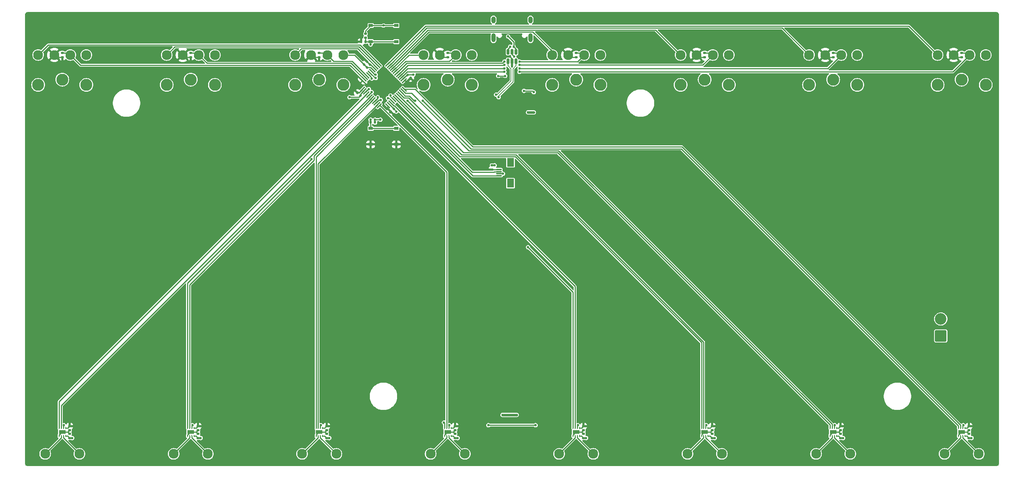
<source format=gbl>
%TF.GenerationSoftware,KiCad,Pcbnew,8.0.3*%
%TF.CreationDate,2024-07-14T23:54:14+02:00*%
%TF.ProjectId,faderboard,66616465-7262-46f6-9172-642e6b696361,rev?*%
%TF.SameCoordinates,Original*%
%TF.FileFunction,Copper,L2,Bot*%
%TF.FilePolarity,Positive*%
%FSLAX46Y46*%
G04 Gerber Fmt 4.6, Leading zero omitted, Abs format (unit mm)*
G04 Created by KiCad (PCBNEW 8.0.3) date 2024-07-14 23:54:14*
%MOMM*%
%LPD*%
G01*
G04 APERTURE LIST*
G04 Aperture macros list*
%AMRoundRect*
0 Rectangle with rounded corners*
0 $1 Rounding radius*
0 $2 $3 $4 $5 $6 $7 $8 $9 X,Y pos of 4 corners*
0 Add a 4 corners polygon primitive as box body*
4,1,4,$2,$3,$4,$5,$6,$7,$8,$9,$2,$3,0*
0 Add four circle primitives for the rounded corners*
1,1,$1+$1,$2,$3*
1,1,$1+$1,$4,$5*
1,1,$1+$1,$6,$7*
1,1,$1+$1,$8,$9*
0 Add four rect primitives between the rounded corners*
20,1,$1+$1,$2,$3,$4,$5,0*
20,1,$1+$1,$4,$5,$6,$7,0*
20,1,$1+$1,$6,$7,$8,$9,0*
20,1,$1+$1,$8,$9,$2,$3,0*%
G04 Aperture macros list end*
%TA.AperFunction,ComponentPad*%
%ADD10C,2.300000*%
%TD*%
%TA.AperFunction,ComponentPad*%
%ADD11C,2.800000*%
%TD*%
%TA.AperFunction,ComponentPad*%
%ADD12O,1.000000X2.100000*%
%TD*%
%TA.AperFunction,ComponentPad*%
%ADD13O,1.000000X1.600000*%
%TD*%
%TA.AperFunction,ComponentPad*%
%ADD14RoundRect,0.250001X1.099999X-1.099999X1.099999X1.099999X-1.099999X1.099999X-1.099999X-1.099999X0*%
%TD*%
%TA.AperFunction,ComponentPad*%
%ADD15C,2.700000*%
%TD*%
%TA.AperFunction,SMDPad,CuDef*%
%ADD16RoundRect,0.062500X0.062500X-0.187500X0.062500X0.187500X-0.062500X0.187500X-0.062500X-0.187500X0*%
%TD*%
%TA.AperFunction,ComponentPad*%
%ADD17C,0.600000*%
%TD*%
%TA.AperFunction,SMDPad,CuDef*%
%ADD18R,1.600000X0.900000*%
%TD*%
%TA.AperFunction,SMDPad,CuDef*%
%ADD19RoundRect,0.140000X-0.170000X0.140000X-0.170000X-0.140000X0.170000X-0.140000X0.170000X0.140000X0*%
%TD*%
%TA.AperFunction,SMDPad,CuDef*%
%ADD20RoundRect,0.075000X-0.575000X0.075000X-0.575000X-0.075000X0.575000X-0.075000X0.575000X0.075000X0*%
%TD*%
%TA.AperFunction,SMDPad,CuDef*%
%ADD21R,1.600000X2.000000*%
%TD*%
%TA.AperFunction,SMDPad,CuDef*%
%ADD22RoundRect,0.135000X-0.135000X-0.185000X0.135000X-0.185000X0.135000X0.185000X-0.135000X0.185000X0*%
%TD*%
%TA.AperFunction,SMDPad,CuDef*%
%ADD23RoundRect,0.140000X0.170000X-0.140000X0.170000X0.140000X-0.170000X0.140000X-0.170000X-0.140000X0*%
%TD*%
%TA.AperFunction,SMDPad,CuDef*%
%ADD24RoundRect,0.135000X0.185000X-0.135000X0.185000X0.135000X-0.185000X0.135000X-0.185000X-0.135000X0*%
%TD*%
%TA.AperFunction,SMDPad,CuDef*%
%ADD25RoundRect,0.140000X-0.021213X0.219203X-0.219203X0.021213X0.021213X-0.219203X0.219203X-0.021213X0*%
%TD*%
%TA.AperFunction,SMDPad,CuDef*%
%ADD26R,1.000000X0.750000*%
%TD*%
%TA.AperFunction,SMDPad,CuDef*%
%ADD27RoundRect,0.140000X0.219203X0.021213X0.021213X0.219203X-0.219203X-0.021213X-0.021213X-0.219203X0*%
%TD*%
%TA.AperFunction,SMDPad,CuDef*%
%ADD28RoundRect,0.140000X-0.219203X-0.021213X-0.021213X-0.219203X0.219203X0.021213X0.021213X0.219203X0*%
%TD*%
%TA.AperFunction,SMDPad,CuDef*%
%ADD29RoundRect,0.140000X0.021213X-0.219203X0.219203X-0.021213X-0.021213X0.219203X-0.219203X0.021213X0*%
%TD*%
%TA.AperFunction,SMDPad,CuDef*%
%ADD30RoundRect,0.075000X-0.521491X0.415425X0.415425X-0.521491X0.521491X-0.415425X-0.415425X0.521491X0*%
%TD*%
%TA.AperFunction,SMDPad,CuDef*%
%ADD31RoundRect,0.075000X-0.521491X-0.415425X-0.415425X-0.521491X0.521491X0.415425X0.415425X0.521491X0*%
%TD*%
%TA.AperFunction,SMDPad,CuDef*%
%ADD32RoundRect,0.150000X-0.150000X0.512500X-0.150000X-0.512500X0.150000X-0.512500X0.150000X0.512500X0*%
%TD*%
%TA.AperFunction,ViaPad*%
%ADD33C,0.600000*%
%TD*%
%TA.AperFunction,Conductor*%
%ADD34C,0.350000*%
%TD*%
%TA.AperFunction,Conductor*%
%ADD35C,0.250000*%
%TD*%
%TA.AperFunction,Conductor*%
%ADD36C,0.600000*%
%TD*%
%TA.AperFunction,Conductor*%
%ADD37C,0.200000*%
%TD*%
G04 APERTURE END LIST*
D10*
%TO.P,RV2,1,Pin_1*%
%TO.N,GND*%
X78125000Y-35000000D03*
%TO.P,RV2,2,Pin_2*%
%TO.N,TOUCH2*%
X74375000Y-35000000D03*
%TO.P,RV2,3,Pin_3*%
%TO.N,+3V3*%
X70625000Y-35000000D03*
%TO.P,RV2,4,Pin_4*%
%TO.N,ADC2*%
X66875000Y-35000000D03*
%TO.P,RV2,5,Pin_5*%
%TO.N,/Faders and motor control/A2*%
X76500000Y-128200000D03*
%TO.P,RV2,6,Pin_6*%
%TO.N,/Faders and motor control/B2*%
X68500000Y-128200000D03*
D11*
%TO.P,RV2,MP,MountPin*%
%TO.N,unconnected-(RV2-MountPin-PadMP)*%
X66875000Y-42000000D03*
%TO.N,unconnected-(RV2-MountPin-PadMP)_0*%
X72500000Y-40750000D03*
%TO.N,unconnected-(RV2-MountPin-PadMP)_1*%
X78125000Y-42000000D03*
%TD*%
D10*
%TO.P,RV7,1,Pin_1*%
%TO.N,GND*%
X228125000Y-35000000D03*
%TO.P,RV7,2,Pin_2*%
%TO.N,TOUCH7*%
X224375000Y-35000000D03*
%TO.P,RV7,3,Pin_3*%
%TO.N,+3V3*%
X220625000Y-35000000D03*
%TO.P,RV7,4,Pin_4*%
%TO.N,ADC7*%
X216875000Y-35000000D03*
%TO.P,RV7,5,Pin_5*%
%TO.N,/Faders and motor control/A7*%
X226500000Y-128200000D03*
%TO.P,RV7,6,Pin_6*%
%TO.N,/Faders and motor control/B7*%
X218500000Y-128200000D03*
D11*
%TO.P,RV7,MP,MountPin*%
%TO.N,unconnected-(RV7-MountPin-PadMP)_1*%
X216875000Y-42000000D03*
%TO.N,unconnected-(RV7-MountPin-PadMP)*%
X222500000Y-40750000D03*
%TO.N,unconnected-(RV7-MountPin-PadMP)_0*%
X228125000Y-42000000D03*
%TD*%
D10*
%TO.P,RV1,1,Pin_1*%
%TO.N,GND*%
X48125000Y-35000000D03*
%TO.P,RV1,2,Pin_2*%
%TO.N,TOUCH1*%
X44375000Y-35000000D03*
%TO.P,RV1,3,Pin_3*%
%TO.N,+3V3*%
X40625000Y-35000000D03*
%TO.P,RV1,4,Pin_4*%
%TO.N,ADC1*%
X36875000Y-35000000D03*
%TO.P,RV1,5,Pin_5*%
%TO.N,/Faders and motor control/A1*%
X46500000Y-128200000D03*
%TO.P,RV1,6,Pin_6*%
%TO.N,/Faders and motor control/B1*%
X38500000Y-128200000D03*
D11*
%TO.P,RV1,MP,MountPin*%
%TO.N,unconnected-(RV1-MountPin-PadMP)*%
X36875000Y-42000000D03*
%TO.N,unconnected-(RV1-MountPin-PadMP)_0*%
X42500000Y-40750000D03*
%TO.N,unconnected-(RV1-MountPin-PadMP)_1*%
X48125000Y-42000000D03*
%TD*%
D10*
%TO.P,RV8,1,Pin_1*%
%TO.N,GND*%
X258125000Y-35000000D03*
%TO.P,RV8,2,Pin_2*%
%TO.N,TOUCH8*%
X254375000Y-35000000D03*
%TO.P,RV8,3,Pin_3*%
%TO.N,+3V3*%
X250625000Y-35000000D03*
%TO.P,RV8,4,Pin_4*%
%TO.N,ADC8*%
X246875000Y-35000000D03*
%TO.P,RV8,5,Pin_5*%
%TO.N,/Faders and motor control/A8*%
X256500000Y-128200000D03*
%TO.P,RV8,6,Pin_6*%
%TO.N,/Faders and motor control/B8*%
X248500000Y-128200000D03*
D11*
%TO.P,RV8,MP,MountPin*%
%TO.N,unconnected-(RV8-MountPin-PadMP)_1*%
X246875000Y-42000000D03*
%TO.N,unconnected-(RV8-MountPin-PadMP)*%
X252500000Y-40750000D03*
%TO.N,unconnected-(RV8-MountPin-PadMP)_0*%
X258125000Y-42000000D03*
%TD*%
D10*
%TO.P,RV5,1,Pin_1*%
%TO.N,GND*%
X168125000Y-35000000D03*
%TO.P,RV5,2,Pin_2*%
%TO.N,TOUCH5*%
X164375000Y-35000000D03*
%TO.P,RV5,3,Pin_3*%
%TO.N,+3V3*%
X160625000Y-35000000D03*
%TO.P,RV5,4,Pin_4*%
%TO.N,ADC5*%
X156875000Y-35000000D03*
%TO.P,RV5,5,Pin_5*%
%TO.N,/Faders and motor control/A5*%
X166500000Y-128200000D03*
%TO.P,RV5,6,Pin_6*%
%TO.N,/Faders and motor control/B5*%
X158500000Y-128200000D03*
D11*
%TO.P,RV5,MP,MountPin*%
%TO.N,unconnected-(RV5-MountPin-PadMP)_0*%
X156875000Y-42000000D03*
%TO.N,unconnected-(RV5-MountPin-PadMP)_1*%
X162500000Y-40750000D03*
%TO.N,unconnected-(RV5-MountPin-PadMP)*%
X168125000Y-42000000D03*
%TD*%
D10*
%TO.P,RV3,1,Pin_1*%
%TO.N,GND*%
X108125000Y-35000000D03*
%TO.P,RV3,2,Pin_2*%
%TO.N,TOUCH3*%
X104375000Y-35000000D03*
%TO.P,RV3,3,Pin_3*%
%TO.N,+3V3*%
X100625000Y-35000000D03*
%TO.P,RV3,4,Pin_4*%
%TO.N,ADC3*%
X96875000Y-35000000D03*
%TO.P,RV3,5,Pin_5*%
%TO.N,/Faders and motor control/A3*%
X106500000Y-128200000D03*
%TO.P,RV3,6,Pin_6*%
%TO.N,/Faders and motor control/B3*%
X98500000Y-128200000D03*
D11*
%TO.P,RV3,MP,MountPin*%
%TO.N,unconnected-(RV3-MountPin-PadMP)_1*%
X96875000Y-42000000D03*
%TO.N,unconnected-(RV3-MountPin-PadMP)_0*%
X102500000Y-40750000D03*
%TO.N,unconnected-(RV3-MountPin-PadMP)*%
X108125000Y-42000000D03*
%TD*%
D12*
%TO.P,J1,S1,SHIELD*%
%TO.N,GND*%
X151820000Y-30970000D03*
D13*
X151820000Y-26790000D03*
D12*
X143180000Y-30970000D03*
D13*
X143180000Y-26790000D03*
%TD*%
D14*
%TO.P,J3,1,Pin_1*%
%TO.N,Net-(D1-A)*%
X247625000Y-100630000D03*
D15*
%TO.P,J3,2,Pin_2*%
%TO.N,GND*%
X247625000Y-96670000D03*
%TD*%
D10*
%TO.P,RV4,1,Pin_1*%
%TO.N,GND*%
X138125000Y-35000000D03*
%TO.P,RV4,2,Pin_2*%
%TO.N,TOUCH4*%
X134375000Y-35000000D03*
%TO.P,RV4,3,Pin_3*%
%TO.N,+3V3*%
X130625000Y-35000000D03*
%TO.P,RV4,4,Pin_4*%
%TO.N,ADC4*%
X126875000Y-35000000D03*
%TO.P,RV4,5,Pin_5*%
%TO.N,/Faders and motor control/A4*%
X136500000Y-128200000D03*
%TO.P,RV4,6,Pin_6*%
%TO.N,/Faders and motor control/B4*%
X128500000Y-128200000D03*
D11*
%TO.P,RV4,MP,MountPin*%
%TO.N,unconnected-(RV4-MountPin-PadMP)_1*%
X126875000Y-42000000D03*
%TO.N,unconnected-(RV4-MountPin-PadMP)*%
X132500000Y-40750000D03*
%TO.N,unconnected-(RV4-MountPin-PadMP)_0*%
X138125000Y-42000000D03*
%TD*%
D10*
%TO.P,RV6,1,Pin_1*%
%TO.N,GND*%
X198125000Y-35000000D03*
%TO.P,RV6,2,Pin_2*%
%TO.N,TOUCH6*%
X194375000Y-35000000D03*
%TO.P,RV6,3,Pin_3*%
%TO.N,+3V3*%
X190625000Y-35000000D03*
%TO.P,RV6,4,Pin_4*%
%TO.N,ADC6*%
X186875000Y-35000000D03*
%TO.P,RV6,5,Pin_5*%
%TO.N,/Faders and motor control/A6*%
X196500000Y-128200000D03*
%TO.P,RV6,6,Pin_6*%
%TO.N,/Faders and motor control/B6*%
X188500000Y-128200000D03*
D11*
%TO.P,RV6,MP,MountPin*%
%TO.N,unconnected-(RV6-MountPin-PadMP)_0*%
X186875000Y-42000000D03*
%TO.N,unconnected-(RV6-MountPin-PadMP)_1*%
X192500000Y-40750000D03*
%TO.N,unconnected-(RV6-MountPin-PadMP)*%
X198125000Y-42000000D03*
%TD*%
D16*
%TO.P,U11,1,VM*%
%TO.N,VDC*%
X253250000Y-124050000D03*
%TO.P,U11,2,OUT1*%
%TO.N,/Faders and motor control/A8*%
X252750000Y-124050000D03*
%TO.P,U11,3,OUT2*%
%TO.N,/Faders and motor control/B8*%
X252250000Y-124050000D03*
%TO.P,U11,4,GND*%
%TO.N,GND*%
X251750000Y-124050000D03*
%TO.P,U11,5,EN*%
%TO.N,PWM8*%
X251750000Y-122150000D03*
%TO.P,U11,6,PH*%
%TO.N,DIR8*%
X252250000Y-122150000D03*
%TO.P,U11,7,~{SLEEP}*%
%TO.N,NSLEEP*%
X252750000Y-122150000D03*
%TO.P,U11,8,VCC*%
%TO.N,+3V3*%
X253250000Y-122150000D03*
D17*
%TO.P,U11,9,GND*%
%TO.N,GND*%
X252000000Y-123100000D03*
D18*
X252500000Y-123100000D03*
D17*
X253000000Y-123100000D03*
%TD*%
D19*
%TO.P,C25,1*%
%TO.N,+3V3*%
X224210000Y-121710000D03*
%TO.P,C25,2*%
%TO.N,GND*%
X224210000Y-122670000D03*
%TD*%
D20*
%TO.P,J2,1,Pin_1*%
%TO.N,+3V3*%
X144475000Y-61750000D03*
%TO.P,J2,2,Pin_2*%
%TO.N,/USART1_TX*%
X144475000Y-62250000D03*
%TO.P,J2,3,Pin_3*%
%TO.N,GND*%
X144475000Y-62750000D03*
%TO.P,J2,4,Pin_4*%
%TO.N,/USART1_RX*%
X144475000Y-63250000D03*
D21*
%TO.P,J2,MP,MountPin*%
%TO.N,unconnected-(J2-MountPin-PadMP)_0*%
X147155000Y-60050000D03*
%TO.N,unconnected-(J2-MountPin-PadMP)*%
X147155000Y-64950000D03*
%TD*%
D22*
%TO.P,R6,1*%
%TO.N,+3V3*%
X112270000Y-31875000D03*
%TO.P,R6,2*%
%TO.N,/NRST*%
X113290000Y-31875000D03*
%TD*%
D16*
%TO.P,U6,1,VM*%
%TO.N,VDC*%
X103250000Y-124050000D03*
%TO.P,U6,2,OUT1*%
%TO.N,/Faders and motor control/A3*%
X102750000Y-124050000D03*
%TO.P,U6,3,OUT2*%
%TO.N,/Faders and motor control/B3*%
X102250000Y-124050000D03*
%TO.P,U6,4,GND*%
%TO.N,GND*%
X101750000Y-124050000D03*
%TO.P,U6,5,EN*%
%TO.N,PWM3*%
X101750000Y-122150000D03*
%TO.P,U6,6,PH*%
%TO.N,DIR3*%
X102250000Y-122150000D03*
%TO.P,U6,7,~{SLEEP}*%
%TO.N,NSLEEP*%
X102750000Y-122150000D03*
%TO.P,U6,8,VCC*%
%TO.N,+3V3*%
X103250000Y-122150000D03*
D17*
%TO.P,U6,9,GND*%
%TO.N,GND*%
X102000000Y-123100000D03*
D18*
X102500000Y-123100000D03*
D17*
X103000000Y-123100000D03*
%TD*%
D23*
%TO.P,C26,1*%
%TO.N,VDC*%
X224210000Y-124490000D03*
%TO.P,C26,2*%
%TO.N,GND*%
X224210000Y-123530000D03*
%TD*%
D19*
%TO.P,C23,1*%
%TO.N,+3V3*%
X194210000Y-121710000D03*
%TO.P,C23,2*%
%TO.N,GND*%
X194210000Y-122670000D03*
%TD*%
D23*
%TO.P,C18,1*%
%TO.N,VDC*%
X104210000Y-124490000D03*
%TO.P,C18,2*%
%TO.N,GND*%
X104210000Y-123530000D03*
%TD*%
D16*
%TO.P,U7,1,VM*%
%TO.N,VDC*%
X133250000Y-124050000D03*
%TO.P,U7,2,OUT1*%
%TO.N,/Faders and motor control/A4*%
X132750000Y-124050000D03*
%TO.P,U7,3,OUT2*%
%TO.N,/Faders and motor control/B4*%
X132250000Y-124050000D03*
%TO.P,U7,4,GND*%
%TO.N,GND*%
X131750000Y-124050000D03*
%TO.P,U7,5,EN*%
%TO.N,PWM4*%
X131750000Y-122150000D03*
%TO.P,U7,6,PH*%
%TO.N,SWCLK{slash}DIR4*%
X132250000Y-122150000D03*
%TO.P,U7,7,~{SLEEP}*%
%TO.N,NSLEEP*%
X132750000Y-122150000D03*
%TO.P,U7,8,VCC*%
%TO.N,+3V3*%
X133250000Y-122150000D03*
D17*
%TO.P,U7,9,GND*%
%TO.N,GND*%
X132000000Y-123100000D03*
D18*
X132500000Y-123100000D03*
D17*
X133000000Y-123100000D03*
%TD*%
D19*
%TO.P,C13,1*%
%TO.N,+3V3*%
X44210000Y-121710000D03*
%TO.P,C13,2*%
%TO.N,GND*%
X44210000Y-122670000D03*
%TD*%
D24*
%TO.P,R11,1*%
%TO.N,+3V3*%
X132500000Y-35510000D03*
%TO.P,R11,2*%
%TO.N,TOUCH4*%
X132500000Y-34490000D03*
%TD*%
%TO.P,R8,1*%
%TO.N,+3V3*%
X42500000Y-35510000D03*
%TO.P,R8,2*%
%TO.N,TOUCH1*%
X42500000Y-34490000D03*
%TD*%
D23*
%TO.P,C22,1*%
%TO.N,VDC*%
X164210000Y-124490000D03*
%TO.P,C22,2*%
%TO.N,GND*%
X164210000Y-123530000D03*
%TD*%
%TO.P,C2,1*%
%TO.N,+3V3*%
X142865000Y-61750000D03*
%TO.P,C2,2*%
%TO.N,GND*%
X142865000Y-60790000D03*
%TD*%
D19*
%TO.P,C15,1*%
%TO.N,+3V3*%
X74210000Y-121710000D03*
%TO.P,C15,2*%
%TO.N,GND*%
X74210000Y-122670000D03*
%TD*%
%TO.P,C27,1*%
%TO.N,+3V3*%
X254210000Y-121710000D03*
%TO.P,C27,2*%
%TO.N,GND*%
X254210000Y-122670000D03*
%TD*%
D25*
%TO.P,C4,1*%
%TO.N,+3V3*%
X114325090Y-37241172D03*
%TO.P,C4,2*%
%TO.N,GND*%
X113646268Y-37919994D03*
%TD*%
D19*
%TO.P,C19,1*%
%TO.N,+3V3*%
X134210000Y-121710000D03*
%TO.P,C19,2*%
%TO.N,GND*%
X134210000Y-122670000D03*
%TD*%
D26*
%TO.P,SW2,1,1*%
%TO.N,GND*%
X120500000Y-28125000D03*
X114500000Y-28125000D03*
%TO.P,SW2,2,2*%
%TO.N,/NRST*%
X120500000Y-31875000D03*
X114500000Y-31875000D03*
%TD*%
D23*
%TO.P,C14,1*%
%TO.N,VDC*%
X44210000Y-124490000D03*
%TO.P,C14,2*%
%TO.N,GND*%
X44210000Y-123530000D03*
%TD*%
D27*
%TO.P,C5,1*%
%TO.N,+3V3*%
X123828605Y-40394867D03*
%TO.P,C5,2*%
%TO.N,GND*%
X123149783Y-39716045D03*
%TD*%
D22*
%TO.P,R7,1*%
%TO.N,/BOOT0*%
X114500000Y-50730000D03*
%TO.P,R7,2*%
%TO.N,GND*%
X115520000Y-50730000D03*
%TD*%
D23*
%TO.P,C28,1*%
%TO.N,VDC*%
X254210000Y-124490000D03*
%TO.P,C28,2*%
%TO.N,GND*%
X254210000Y-123530000D03*
%TD*%
D16*
%TO.P,U5,1,VM*%
%TO.N,VDC*%
X73250000Y-124050000D03*
%TO.P,U5,2,OUT1*%
%TO.N,/Faders and motor control/A2*%
X72750000Y-124050000D03*
%TO.P,U5,3,OUT2*%
%TO.N,/Faders and motor control/B2*%
X72250000Y-124050000D03*
%TO.P,U5,4,GND*%
%TO.N,GND*%
X71750000Y-124050000D03*
%TO.P,U5,5,EN*%
%TO.N,PWM2*%
X71750000Y-122150000D03*
%TO.P,U5,6,PH*%
%TO.N,DIR2*%
X72250000Y-122150000D03*
%TO.P,U5,7,~{SLEEP}*%
%TO.N,NSLEEP*%
X72750000Y-122150000D03*
%TO.P,U5,8,VCC*%
%TO.N,+3V3*%
X73250000Y-122150000D03*
D17*
%TO.P,U5,9,GND*%
%TO.N,GND*%
X72000000Y-123100000D03*
D18*
X72500000Y-123100000D03*
D17*
X73000000Y-123100000D03*
%TD*%
D19*
%TO.P,C17,1*%
%TO.N,+3V3*%
X104210000Y-121710000D03*
%TO.P,C17,2*%
%TO.N,GND*%
X104210000Y-122670000D03*
%TD*%
D23*
%TO.P,C12,1*%
%TO.N,/NRST*%
X113290000Y-30975000D03*
%TO.P,C12,2*%
%TO.N,GND*%
X113290000Y-30015000D03*
%TD*%
%TO.P,C24,1*%
%TO.N,VDC*%
X194210000Y-124490000D03*
%TO.P,C24,2*%
%TO.N,GND*%
X194210000Y-123530000D03*
%TD*%
D28*
%TO.P,C7,1*%
%TO.N,+3V3*%
X111425953Y-43859691D03*
%TO.P,C7,2*%
%TO.N,GND*%
X112104775Y-44538513D03*
%TD*%
D24*
%TO.P,R9,1*%
%TO.N,+3V3*%
X72500000Y-35510000D03*
%TO.P,R9,2*%
%TO.N,TOUCH2*%
X72500000Y-34490000D03*
%TD*%
D23*
%TO.P,C16,1*%
%TO.N,VDC*%
X74210000Y-124490000D03*
%TO.P,C16,2*%
%TO.N,GND*%
X74210000Y-123530000D03*
%TD*%
D16*
%TO.P,U10,1,VM*%
%TO.N,VDC*%
X223250000Y-124050000D03*
%TO.P,U10,2,OUT1*%
%TO.N,/Faders and motor control/A7*%
X222750000Y-124050000D03*
%TO.P,U10,3,OUT2*%
%TO.N,/Faders and motor control/B7*%
X222250000Y-124050000D03*
%TO.P,U10,4,GND*%
%TO.N,GND*%
X221750000Y-124050000D03*
%TO.P,U10,5,EN*%
%TO.N,PWM7*%
X221750000Y-122150000D03*
%TO.P,U10,6,PH*%
%TO.N,DIR7*%
X222250000Y-122150000D03*
%TO.P,U10,7,~{SLEEP}*%
%TO.N,NSLEEP*%
X222750000Y-122150000D03*
%TO.P,U10,8,VCC*%
%TO.N,+3V3*%
X223250000Y-122150000D03*
D17*
%TO.P,U10,9,GND*%
%TO.N,GND*%
X222000000Y-123100000D03*
D18*
X222500000Y-123100000D03*
D17*
X223000000Y-123100000D03*
%TD*%
D19*
%TO.P,C21,1*%
%TO.N,+3V3*%
X164210000Y-121710000D03*
%TO.P,C21,2*%
%TO.N,GND*%
X164210000Y-122670000D03*
%TD*%
D16*
%TO.P,U4,1,VM*%
%TO.N,VDC*%
X43250000Y-124050000D03*
%TO.P,U4,2,OUT1*%
%TO.N,/Faders and motor control/A1*%
X42750000Y-124050000D03*
%TO.P,U4,3,OUT2*%
%TO.N,/Faders and motor control/B1*%
X42250000Y-124050000D03*
%TO.P,U4,4,GND*%
%TO.N,GND*%
X41750000Y-124050000D03*
%TO.P,U4,5,EN*%
%TO.N,PWM1*%
X41750000Y-122150000D03*
%TO.P,U4,6,PH*%
%TO.N,DIR1*%
X42250000Y-122150000D03*
%TO.P,U4,7,~{SLEEP}*%
%TO.N,NSLEEP*%
X42750000Y-122150000D03*
%TO.P,U4,8,VCC*%
%TO.N,+3V3*%
X43250000Y-122150000D03*
D17*
%TO.P,U4,9,GND*%
%TO.N,GND*%
X42000000Y-123100000D03*
D18*
X42500000Y-123100000D03*
D17*
X43000000Y-123100000D03*
%TD*%
D24*
%TO.P,R15,1*%
%TO.N,+3V3*%
X252500000Y-35510000D03*
%TO.P,R15,2*%
%TO.N,TOUCH8*%
X252500000Y-34490000D03*
%TD*%
%TO.P,R10,1*%
%TO.N,+3V3*%
X102500000Y-35510000D03*
%TO.P,R10,2*%
%TO.N,TOUCH3*%
X102500000Y-34490000D03*
%TD*%
D16*
%TO.P,U8,1,VM*%
%TO.N,VDC*%
X163250000Y-124050000D03*
%TO.P,U8,2,OUT1*%
%TO.N,/Faders and motor control/A5*%
X162750000Y-124050000D03*
%TO.P,U8,3,OUT2*%
%TO.N,/Faders and motor control/B5*%
X162250000Y-124050000D03*
%TO.P,U8,4,GND*%
%TO.N,GND*%
X161750000Y-124050000D03*
%TO.P,U8,5,EN*%
%TO.N,PWM5*%
X161750000Y-122150000D03*
%TO.P,U8,6,PH*%
%TO.N,SWDIO{slash}DIR5*%
X162250000Y-122150000D03*
%TO.P,U8,7,~{SLEEP}*%
%TO.N,NSLEEP*%
X162750000Y-122150000D03*
%TO.P,U8,8,VCC*%
%TO.N,+3V3*%
X163250000Y-122150000D03*
D17*
%TO.P,U8,9,GND*%
%TO.N,GND*%
X162000000Y-123100000D03*
D18*
X162500000Y-123100000D03*
D17*
X163000000Y-123100000D03*
%TD*%
D16*
%TO.P,U9,1,VM*%
%TO.N,VDC*%
X193250000Y-124050000D03*
%TO.P,U9,2,OUT1*%
%TO.N,/Faders and motor control/A6*%
X192750000Y-124050000D03*
%TO.P,U9,3,OUT2*%
%TO.N,/Faders and motor control/B6*%
X192250000Y-124050000D03*
%TO.P,U9,4,GND*%
%TO.N,GND*%
X191750000Y-124050000D03*
%TO.P,U9,5,EN*%
%TO.N,PWM6*%
X191750000Y-122150000D03*
%TO.P,U9,6,PH*%
%TO.N,DIR6*%
X192250000Y-122150000D03*
%TO.P,U9,7,~{SLEEP}*%
%TO.N,NSLEEP*%
X192750000Y-122150000D03*
%TO.P,U9,8,VCC*%
%TO.N,+3V3*%
X193250000Y-122150000D03*
D17*
%TO.P,U9,9,GND*%
%TO.N,GND*%
X192000000Y-123100000D03*
D18*
X192500000Y-123100000D03*
D17*
X193000000Y-123100000D03*
%TD*%
D26*
%TO.P,SW1,1,1*%
%TO.N,/BOOT0*%
X120500000Y-52125000D03*
X114500000Y-52125000D03*
%TO.P,SW1,2,2*%
%TO.N,+3V3*%
X120500000Y-55875000D03*
X114500000Y-55875000D03*
%TD*%
D29*
%TO.P,C6,1*%
%TO.N,+3V3*%
X119197057Y-48236682D03*
%TO.P,C6,2*%
%TO.N,GND*%
X119875879Y-47557860D03*
%TD*%
D30*
%TO.P,U3,1,VBAT*%
%TO.N,+3V3*%
X112612124Y-41001212D03*
%TO.P,U3,2,PC13*%
%TO.N,TOUCH1*%
X112965678Y-40647658D03*
%TO.P,U3,3,PC14*%
%TO.N,TOUCH2*%
X113319231Y-40294105D03*
%TO.P,U3,4,PC15*%
%TO.N,TOUCH3*%
X113672785Y-39940551D03*
%TO.P,U3,5,PF0*%
%TO.N,NSLEEP*%
X114026338Y-39586998D03*
%TO.P,U3,6,PF1*%
%TO.N,DIR6*%
X114379891Y-39233445D03*
%TO.P,U3,7,NRST*%
%TO.N,/NRST*%
X114733445Y-38879891D03*
%TO.P,U3,8,VSSA*%
%TO.N,GND*%
X115086998Y-38526338D03*
%TO.P,U3,9,VDDA*%
%TO.N,+3V3*%
X115440551Y-38172785D03*
%TO.P,U3,10,PA0*%
%TO.N,ADC3*%
X115794105Y-37819231D03*
%TO.P,U3,11,PA1*%
%TO.N,ADC2*%
X116147658Y-37465678D03*
%TO.P,U3,12,PA2*%
%TO.N,ADC1*%
X116501212Y-37112124D03*
D31*
%TO.P,U3,13,PA3*%
%TO.N,ADC8*%
X118498788Y-37112124D03*
%TO.P,U3,14,PA4*%
%TO.N,ADC7*%
X118852342Y-37465678D03*
%TO.P,U3,15,PA5*%
%TO.N,ADC6*%
X119205895Y-37819231D03*
%TO.P,U3,16,PA6*%
%TO.N,ADC5*%
X119559449Y-38172785D03*
%TO.P,U3,17,PA7*%
%TO.N,ADC4*%
X119913002Y-38526338D03*
%TO.P,U3,18,PB0*%
%TO.N,TOUCH4*%
X120266555Y-38879891D03*
%TO.P,U3,19,PB1*%
%TO.N,TOUCH5*%
X120620109Y-39233445D03*
%TO.P,U3,20,PB2*%
%TO.N,TOUCH6*%
X120973662Y-39586998D03*
%TO.P,U3,21,PB10*%
%TO.N,TOUCH7*%
X121327215Y-39940551D03*
%TO.P,U3,22,PB11*%
%TO.N,TOUCH8*%
X121680769Y-40294105D03*
%TO.P,U3,23,VSS*%
%TO.N,GND*%
X122034322Y-40647658D03*
%TO.P,U3,24,VDD*%
%TO.N,+3V3*%
X122387876Y-41001212D03*
D30*
%TO.P,U3,25,PB12*%
%TO.N,DIR8*%
X122387876Y-42998788D03*
%TO.P,U3,26,PB13*%
%TO.N,DIR7*%
X122034322Y-43352342D03*
%TO.P,U3,27,PB14*%
%TO.N,PWM8*%
X121680769Y-43705895D03*
%TO.P,U3,28,PB15*%
%TO.N,PWM7*%
X121327215Y-44059449D03*
%TO.P,U3,29,PA8*%
%TO.N,PWM6*%
X120973662Y-44413002D03*
%TO.P,U3,30,PA9*%
%TO.N,/USART1_TX*%
X120620109Y-44766555D03*
%TO.P,U3,31,PA10*%
%TO.N,/USART1_RX*%
X120266555Y-45120109D03*
%TO.P,U3,32,PA11*%
%TO.N,/USB_D-*%
X119913002Y-45473662D03*
%TO.P,U3,33,PA12*%
%TO.N,/USB_D+*%
X119559449Y-45827215D03*
%TO.P,U3,34,PA13*%
%TO.N,SWDIO{slash}DIR5*%
X119205895Y-46180769D03*
%TO.P,U3,35,VSS*%
%TO.N,GND*%
X118852342Y-46534322D03*
%TO.P,U3,36,VDDIO2*%
%TO.N,+3V3*%
X118498788Y-46887876D03*
D31*
%TO.P,U3,37,PA14*%
%TO.N,SWCLK{slash}DIR4*%
X116501212Y-46887876D03*
%TO.P,U3,38,PA15*%
%TO.N,DIR3*%
X116147658Y-46534322D03*
%TO.P,U3,39,PB3*%
%TO.N,PWM5*%
X115794105Y-46180769D03*
%TO.P,U3,40,PB4*%
%TO.N,PWM4*%
X115440551Y-45827215D03*
%TO.P,U3,41,PB5*%
%TO.N,PWM3*%
X115086998Y-45473662D03*
%TO.P,U3,42,PB6*%
%TO.N,DIR2*%
X114733445Y-45120109D03*
%TO.P,U3,43,PB7*%
%TO.N,DIR1*%
X114379891Y-44766555D03*
%TO.P,U3,44,BOOT0*%
%TO.N,/BOOT0*%
X114026338Y-44413002D03*
%TO.P,U3,45,PB8*%
%TO.N,PWM1*%
X113672785Y-44059449D03*
%TO.P,U3,46,PB9*%
%TO.N,PWM2*%
X113319231Y-43705895D03*
%TO.P,U3,47,VSS*%
%TO.N,GND*%
X112965678Y-43352342D03*
%TO.P,U3,48,VDD*%
%TO.N,+3V3*%
X112612124Y-42998788D03*
%TD*%
D24*
%TO.P,R12,1*%
%TO.N,+3V3*%
X162500000Y-35510000D03*
%TO.P,R12,2*%
%TO.N,TOUCH5*%
X162500000Y-34490000D03*
%TD*%
%TO.P,R14,1*%
%TO.N,+3V3*%
X222500000Y-35510000D03*
%TO.P,R14,2*%
%TO.N,TOUCH7*%
X222500000Y-34490000D03*
%TD*%
D32*
%TO.P,U2,1,I/O1*%
%TO.N,Net-(J1-D--PadA7)*%
X146550000Y-34232500D03*
%TO.P,U2,2,GND*%
%TO.N,GND*%
X147500000Y-34232500D03*
%TO.P,U2,3,I/O2*%
%TO.N,Net-(J1-D+-PadA6)*%
X148450000Y-34232500D03*
%TO.P,U2,4,I/O2*%
%TO.N,/USB_D+*%
X148450000Y-36507500D03*
%TO.P,U2,5,VBUS*%
%TO.N,+3V3*%
X147500000Y-36507500D03*
%TO.P,U2,6,I/O1*%
%TO.N,/USB_D-*%
X146550000Y-36507500D03*
%TD*%
D25*
%TO.P,C3,1*%
%TO.N,+3V3*%
X113674551Y-36590634D03*
%TO.P,C3,2*%
%TO.N,GND*%
X112995729Y-37269456D03*
%TD*%
D24*
%TO.P,R13,1*%
%TO.N,+3V3*%
X192500000Y-35510000D03*
%TO.P,R13,2*%
%TO.N,TOUCH6*%
X192500000Y-34490000D03*
%TD*%
D23*
%TO.P,C20,1*%
%TO.N,VDC*%
X134210000Y-124490000D03*
%TO.P,C20,2*%
%TO.N,GND*%
X134210000Y-123530000D03*
%TD*%
D33*
%TO.N,VDC*%
X134820000Y-124490000D03*
X224820000Y-124490000D03*
X44820000Y-124490000D03*
X104820000Y-124490000D03*
X164820000Y-124490000D03*
X194820000Y-124490000D03*
X74820000Y-124490000D03*
X254820000Y-124490000D03*
%TO.N,GND*%
X152605000Y-48405000D03*
X109558058Y-44858058D03*
X145300000Y-119090000D03*
X124500000Y-39575000D03*
X117500000Y-28125000D03*
X151255000Y-48405000D03*
X152605000Y-43700000D03*
X150300000Y-43380000D03*
X144300000Y-39900000D03*
X115520000Y-50110000D03*
X145425000Y-62750000D03*
X145900000Y-39900000D03*
X120494866Y-48205134D03*
X148600000Y-119090000D03*
X116778801Y-50110000D03*
X148000000Y-35370000D03*
X143475000Y-60790000D03*
%TO.N,+3V3*%
X147000000Y-35370000D03*
X145125000Y-41500000D03*
X114786486Y-34513514D03*
X145955000Y-45292500D03*
X113174551Y-36090634D03*
%TO.N,/NRST*%
X114500000Y-32550000D03*
X115700000Y-39600000D03*
%TO.N,/BOOT0*%
X114770111Y-43669229D03*
X114500000Y-50110000D03*
%TO.N,Net-(J1-D+-PadA6)*%
X147900000Y-33070000D03*
X146600000Y-30660000D03*
%TO.N,Net-(J1-D--PadA7)*%
X147100000Y-33070000D03*
%TO.N,TOUCH5*%
X145750000Y-36550000D03*
X149250000Y-36550000D03*
%TO.N,TOUCH6*%
X149250000Y-37350000D03*
X145750000Y-37350000D03*
%TO.N,TOUCH7*%
X149250000Y-38150000D03*
X145750000Y-38150000D03*
%TO.N,TOUCH8*%
X149250000Y-38950000D03*
X145750000Y-38950000D03*
%TO.N,PWM5*%
X116859860Y-45519765D03*
X151255000Y-79914905D03*
%TO.N,DIR6*%
X115700000Y-40400003D03*
X123110183Y-45665640D03*
%TO.N,PWM8*%
X126645717Y-45665639D03*
X124877950Y-45665639D03*
%TO.N,NSLEEP*%
X222875000Y-121500000D03*
X252875000Y-121500000D03*
X72875000Y-121500000D03*
X153000000Y-121500000D03*
X102875000Y-121500000D03*
X132875000Y-121500000D03*
X42875000Y-121500000D03*
X192875000Y-121500000D03*
X142000000Y-121500000D03*
X162875000Y-121500000D03*
X114781281Y-40518719D03*
%TO.N,PWM4*%
X131625000Y-120875000D03*
X116153801Y-44871828D03*
%TO.N,PWM2*%
X114063004Y-42962123D03*
X100675001Y-59355329D03*
%TO.N,/USB_D+*%
X118550385Y-45065640D03*
X144391026Y-44871685D03*
%TO.N,/USB_D-*%
X143789984Y-44270643D03*
X119151427Y-44464598D03*
%TD*%
D34*
%TO.N,VDC*%
X194210000Y-124490000D02*
X194820000Y-124490000D01*
D35*
X253250000Y-124050000D02*
X253770000Y-124050000D01*
X223770000Y-124050000D02*
X224210000Y-124490000D01*
D34*
X74210000Y-124490000D02*
X74820000Y-124490000D01*
D35*
X163250000Y-124050000D02*
X163770000Y-124050000D01*
X73770000Y-124050000D02*
X74210000Y-124490000D01*
X43250000Y-124050000D02*
X43770000Y-124050000D01*
D34*
X164210000Y-124490000D02*
X164820000Y-124490000D01*
X104210000Y-124490000D02*
X104820000Y-124490000D01*
D35*
X193770000Y-124050000D02*
X194210000Y-124490000D01*
D34*
X254210000Y-124490000D02*
X254820000Y-124490000D01*
D35*
X133770000Y-124050000D02*
X134210000Y-124490000D01*
D34*
X134210000Y-124490000D02*
X134820000Y-124490000D01*
X44210000Y-124490000D02*
X44820000Y-124490000D01*
D35*
X163770000Y-124050000D02*
X164210000Y-124490000D01*
D34*
X224210000Y-124490000D02*
X224820000Y-124490000D01*
D35*
X223250000Y-124050000D02*
X223770000Y-124050000D01*
X193250000Y-124050000D02*
X193770000Y-124050000D01*
X73250000Y-124050000D02*
X73770000Y-124050000D01*
X253770000Y-124050000D02*
X254210000Y-124490000D01*
X43770000Y-124050000D02*
X44210000Y-124490000D01*
X133250000Y-124050000D02*
X133770000Y-124050000D01*
X103770000Y-124050000D02*
X104210000Y-124490000D01*
X103250000Y-124050000D02*
X103770000Y-124050000D01*
%TO.N,GND*%
X71750000Y-123750260D02*
X72400260Y-123100000D01*
X110726273Y-35000000D02*
X108125000Y-35000000D01*
X222500000Y-123100000D02*
X223780000Y-123100000D01*
X131750000Y-124050000D02*
X131750000Y-123750260D01*
X102400260Y-123100000D02*
X102500000Y-123100000D01*
X222400260Y-123100000D02*
X222500000Y-123100000D01*
X251750000Y-123750260D02*
X252400260Y-123100000D01*
X115086998Y-38526338D02*
X114488779Y-37928119D01*
X150300000Y-43380000D02*
X152285000Y-43380000D01*
X162400260Y-123100000D02*
X162500000Y-123100000D01*
X123290828Y-39575000D02*
X124500000Y-39575000D01*
X115520000Y-50110000D02*
X115520000Y-50730000D01*
X114488779Y-37928119D02*
X113654393Y-37928119D01*
X221750000Y-124050000D02*
X221750000Y-123750260D01*
X132400260Y-123100000D02*
X132500000Y-123100000D01*
X152285000Y-43380000D02*
X152605000Y-43700000D01*
X112995730Y-37269456D02*
X113646268Y-37919994D01*
X253780000Y-123100000D02*
X252500000Y-123100000D01*
X118852342Y-46534322D02*
X118852342Y-46534323D01*
X133780000Y-123100000D02*
X132500000Y-123100000D01*
X161750000Y-123750260D02*
X162400260Y-123100000D01*
D36*
X151255000Y-48405000D02*
X152605000Y-48405000D01*
D35*
X74210000Y-123530000D02*
X73780000Y-123100000D01*
X194210000Y-122670000D02*
X193780000Y-123100000D01*
X113290000Y-29335000D02*
X114500000Y-28125000D01*
X122965935Y-39716045D02*
X123149783Y-39716045D01*
D36*
X148600000Y-119090000D02*
X145300000Y-119090000D01*
D35*
X111785230Y-44858058D02*
X109558058Y-44858058D01*
X223780000Y-123100000D02*
X224210000Y-122670000D01*
X118852342Y-46534323D02*
X119875879Y-47557860D01*
X191750000Y-124050000D02*
X191750000Y-123750260D01*
X252400260Y-123100000D02*
X252500000Y-123100000D01*
X119875879Y-47586147D02*
X120494866Y-48205134D01*
X112104775Y-44213245D02*
X112965678Y-43352342D01*
X43780000Y-123100000D02*
X42500000Y-123100000D01*
X253780000Y-123100000D02*
X254210000Y-123530000D01*
X133780000Y-123100000D02*
X134210000Y-123530000D01*
X163780000Y-123100000D02*
X164210000Y-122670000D01*
X113654393Y-37928119D02*
X113646268Y-37919994D01*
X147500000Y-34232500D02*
X147500000Y-34870000D01*
X134210000Y-122670000D02*
X133780000Y-123100000D01*
X104210000Y-123530000D02*
X103780000Y-123100000D01*
X74210000Y-122670000D02*
X73780000Y-123100000D01*
X44210000Y-122670000D02*
X43780000Y-123100000D01*
X41750000Y-123750260D02*
X42400260Y-123100000D01*
X114500000Y-28125000D02*
X117500000Y-28125000D01*
X113290000Y-30015000D02*
X113290000Y-29335000D01*
X122034322Y-40647658D02*
X122965935Y-39716045D01*
X112104775Y-44538513D02*
X111785230Y-44858058D01*
X254210000Y-122670000D02*
X253780000Y-123100000D01*
X131750000Y-123750260D02*
X132400260Y-123100000D01*
X101750000Y-123750260D02*
X102400260Y-123100000D01*
X142865000Y-60790000D02*
X143475000Y-60790000D01*
X104210000Y-122670000D02*
X103780000Y-123100000D01*
X161750000Y-124050000D02*
X161750000Y-123750260D01*
X117500000Y-28125000D02*
X120500000Y-28125000D01*
X44210000Y-123530000D02*
X43780000Y-123100000D01*
X193780000Y-123100000D02*
X194210000Y-123530000D01*
X73780000Y-123100000D02*
X72500000Y-123100000D01*
X191750000Y-123750260D02*
X192400260Y-123100000D01*
X123149783Y-39716045D02*
X123290828Y-39575000D01*
X164210000Y-123530000D02*
X163780000Y-123100000D01*
X224210000Y-123530000D02*
X223780000Y-123100000D01*
X193780000Y-123100000D02*
X192500000Y-123100000D01*
X72400260Y-123100000D02*
X72500000Y-123100000D01*
X162500000Y-123100000D02*
X163780000Y-123100000D01*
X112995729Y-37269456D02*
X112995730Y-37269456D01*
X112995729Y-37269456D02*
X110726273Y-35000000D01*
X145900000Y-39900000D02*
X144300000Y-39900000D01*
X221750000Y-123750260D02*
X222400260Y-123100000D01*
X103780000Y-123100000D02*
X102500000Y-123100000D01*
X147500000Y-34870000D02*
X148000000Y-35370000D01*
X71750000Y-124050000D02*
X71750000Y-123750260D01*
X119875879Y-47557860D02*
X119875879Y-47586147D01*
X144475000Y-62750000D02*
X145425000Y-62750000D01*
X42400260Y-123100000D02*
X42500000Y-123100000D01*
X101750000Y-124050000D02*
X101750000Y-123750260D01*
X192400260Y-123100000D02*
X192500000Y-123100000D01*
X41750000Y-124050000D02*
X41750000Y-123750260D01*
X115520000Y-50110000D02*
X116778801Y-50110000D01*
X251750000Y-124050000D02*
X251750000Y-123750260D01*
X112104775Y-44538513D02*
X112104775Y-44213245D01*
%TO.N,+3V3*%
X142865000Y-61750000D02*
X144475000Y-61750000D01*
X72500000Y-35510000D02*
X71135000Y-35510000D01*
X118498788Y-47538413D02*
X118498788Y-46887876D01*
X193770000Y-122150000D02*
X194210000Y-121710000D01*
X192500000Y-35510000D02*
X191135000Y-35510000D01*
X43770000Y-122150000D02*
X44210000Y-121710000D01*
X122387876Y-41001212D02*
X123222260Y-41001212D01*
X111751221Y-43859691D02*
X112612124Y-42998788D01*
X119197057Y-48236682D02*
X118498788Y-47538413D01*
X73770000Y-122150000D02*
X74210000Y-121710000D01*
X132500000Y-35510000D02*
X131135000Y-35510000D01*
X131135000Y-35510000D02*
X130625000Y-35000000D01*
X251135000Y-35510000D02*
X250625000Y-35000000D01*
X163250000Y-122150000D02*
X163770000Y-122150000D01*
X161135000Y-35510000D02*
X160625000Y-35000000D01*
X114325089Y-37241172D02*
X113674551Y-36590634D01*
X71135000Y-35510000D02*
X70625000Y-35000000D01*
X162500000Y-35510000D02*
X161135000Y-35510000D01*
X42500000Y-35510000D02*
X41135000Y-35510000D01*
X111425953Y-43859691D02*
X111751221Y-43859691D01*
X222500000Y-35510000D02*
X221135000Y-35510000D01*
X221135000Y-35510000D02*
X220625000Y-35000000D01*
X101135000Y-35510000D02*
X100625000Y-35000000D01*
X114508938Y-37241172D02*
X114325090Y-37241172D01*
X115440551Y-38172785D02*
X114508938Y-37241172D01*
X163770000Y-122150000D02*
X164210000Y-121710000D01*
X103770000Y-122150000D02*
X104210000Y-121710000D01*
X193250000Y-122150000D02*
X193770000Y-122150000D01*
X147500000Y-36507500D02*
X147500000Y-35870000D01*
X191135000Y-35510000D02*
X190625000Y-35000000D01*
X223770000Y-122150000D02*
X224210000Y-121710000D01*
X43250000Y-122150000D02*
X43770000Y-122150000D01*
X133770000Y-122150000D02*
X134210000Y-121710000D01*
X253770000Y-122150000D02*
X254210000Y-121710000D01*
X123222260Y-41001212D02*
X123828605Y-40394867D01*
X223250000Y-122150000D02*
X223770000Y-122150000D01*
X103250000Y-122150000D02*
X103770000Y-122150000D01*
X41135000Y-35510000D02*
X40625000Y-35000000D01*
X133250000Y-122150000D02*
X133770000Y-122150000D01*
X114325090Y-37241172D02*
X114325089Y-37241172D01*
X73250000Y-122150000D02*
X73770000Y-122150000D01*
X147500000Y-35870000D02*
X147000000Y-35370000D01*
X102500000Y-35510000D02*
X101135000Y-35510000D01*
X253250000Y-122150000D02*
X253770000Y-122150000D01*
X112500000Y-42000000D02*
X113500000Y-42000000D01*
X113174551Y-36090634D02*
X113674551Y-36590634D01*
X252500000Y-35510000D02*
X251135000Y-35510000D01*
%TO.N,/NRST*%
X114500000Y-31875000D02*
X120500000Y-31875000D01*
X114500000Y-32550000D02*
X114500000Y-31875000D01*
X113290000Y-31875000D02*
X114500000Y-31875000D01*
X115453554Y-39600000D02*
X115700000Y-39600000D01*
X114733445Y-38879891D02*
X115453554Y-39600000D01*
X113290000Y-31875000D02*
X113290000Y-30975000D01*
%TO.N,/BOOT0*%
X114500000Y-50730000D02*
X114500000Y-52125000D01*
X114500000Y-50110000D02*
X114500000Y-50730000D01*
X114500000Y-52125000D02*
X120500000Y-52125000D01*
X114026338Y-44413002D02*
X114770111Y-43669229D01*
%TO.N,/USART1_RX*%
X138396446Y-63250000D02*
X144475000Y-63250000D01*
X120266555Y-45120109D02*
X138396446Y-63250000D01*
%TO.N,/USART1_TX*%
X143336490Y-62250000D02*
X144475000Y-62250000D01*
X143231490Y-62355000D02*
X143336490Y-62250000D01*
X120620109Y-44766555D02*
X138208554Y-62355000D01*
X138208554Y-62355000D02*
X143231490Y-62355000D01*
%TO.N,Net-(J1-D+-PadA6)*%
X147900000Y-31960000D02*
X147900000Y-33070000D01*
X147900000Y-33070000D02*
X148450000Y-33620000D01*
X146600000Y-30660000D02*
X147900000Y-31960000D01*
X148450000Y-33620000D02*
X148450000Y-34232500D01*
%TO.N,Net-(J1-D--PadA7)*%
X146550000Y-34232500D02*
X146550000Y-33620000D01*
X146550000Y-33620000D02*
X147100000Y-33070000D01*
%TO.N,TOUCH1*%
X44375000Y-35000000D02*
X46750000Y-37375000D01*
X109693020Y-37375000D02*
X112965678Y-40647658D01*
X42500000Y-34490000D02*
X43865000Y-34490000D01*
X46750000Y-37375000D02*
X109693020Y-37375000D01*
X43865000Y-34490000D02*
X44375000Y-35000000D01*
%TO.N,TOUCH2*%
X72500000Y-34490000D02*
X73865000Y-34490000D01*
X73865000Y-34490000D02*
X74375000Y-35000000D01*
X74375000Y-35000000D02*
X76300000Y-36925000D01*
X76300000Y-36925000D02*
X109950126Y-36925000D01*
X109950126Y-36925000D02*
X113319231Y-40294105D01*
%TO.N,TOUCH3*%
X102500000Y-34490000D02*
X103865000Y-34490000D01*
X103865000Y-34490000D02*
X104375000Y-35000000D01*
X110207234Y-36475000D02*
X105850000Y-36475000D01*
X113672785Y-39940551D02*
X110207234Y-36475000D01*
X104375000Y-35000000D02*
X105850000Y-36475000D01*
%TO.N,TOUCH4*%
X132900000Y-36475000D02*
X134375000Y-35000000D01*
X132500000Y-34490000D02*
X133865000Y-34490000D01*
X122671446Y-36475000D02*
X132900000Y-36475000D01*
X120266555Y-38879891D02*
X122671446Y-36475000D01*
X133865000Y-34490000D02*
X134375000Y-35000000D01*
%TO.N,TOUCH5*%
X145291116Y-36925000D02*
X145666116Y-36550000D01*
X162500000Y-34490000D02*
X163865000Y-34490000D01*
X149250000Y-36550000D02*
X162825000Y-36550000D01*
X120620109Y-39233445D02*
X122928554Y-36925000D01*
X145666116Y-36550000D02*
X145750000Y-36550000D01*
X163865000Y-34490000D02*
X164375000Y-35000000D01*
X122928554Y-36925000D02*
X145291116Y-36925000D01*
X162825000Y-36550000D02*
X164375000Y-35000000D01*
%TO.N,TOUCH6*%
X145725000Y-37375000D02*
X145750000Y-37350000D01*
X123185660Y-37375000D02*
X145725000Y-37375000D01*
X120973662Y-39586998D02*
X123185660Y-37375000D01*
X192025000Y-37350000D02*
X194375000Y-35000000D01*
X149250000Y-37350000D02*
X192025000Y-37350000D01*
X192500000Y-34490000D02*
X193865000Y-34490000D01*
X193865000Y-34490000D02*
X194375000Y-35000000D01*
%TO.N,TOUCH7*%
X149250000Y-38150000D02*
X221225000Y-38150000D01*
X121327215Y-39940551D02*
X123117766Y-38150000D01*
X123117766Y-38150000D02*
X145750000Y-38150000D01*
X222500000Y-34490000D02*
X223865000Y-34490000D01*
X223865000Y-34490000D02*
X224375000Y-35000000D01*
X221225000Y-38150000D02*
X224375000Y-35000000D01*
%TO.N,TOUCH8*%
X252500000Y-34490000D02*
X253865000Y-34490000D01*
X121680769Y-40294105D02*
X123024874Y-38950000D01*
X253865000Y-34490000D02*
X254375000Y-35000000D01*
X149250000Y-38950000D02*
X250425000Y-38950000D01*
X250425000Y-38950000D02*
X254375000Y-35000000D01*
X123024874Y-38950000D02*
X145750000Y-38950000D01*
%TO.N,/Faders and motor control/B1*%
X38500000Y-128200000D02*
X42250000Y-124450000D01*
X42250000Y-124450000D02*
X42250000Y-124050000D01*
%TO.N,ADC1*%
X112014088Y-32625000D02*
X116501212Y-37112124D01*
X39250000Y-32625000D02*
X112014088Y-32625000D01*
X36875000Y-35000000D02*
X39250000Y-32625000D01*
%TO.N,/Faders and motor control/A1*%
X42750000Y-124450000D02*
X42750000Y-124050000D01*
X46500000Y-128200000D02*
X42750000Y-124450000D01*
%TO.N,/Faders and motor control/A2*%
X72750000Y-124050000D02*
X72750000Y-124450000D01*
X72750000Y-124450000D02*
X76500000Y-128200000D01*
%TO.N,/Faders and motor control/B2*%
X68500000Y-128200000D02*
X72250000Y-124450000D01*
X72250000Y-124450000D02*
X72250000Y-124050000D01*
%TO.N,ADC2*%
X111756980Y-33075000D02*
X116147658Y-37465678D01*
X68800000Y-33075000D02*
X111756980Y-33075000D01*
X66875000Y-35000000D02*
X68800000Y-33075000D01*
%TO.N,ADC3*%
X111499874Y-33525000D02*
X115794105Y-37819231D01*
X96875000Y-35000000D02*
X98350000Y-33525000D01*
X98350000Y-33525000D02*
X111499874Y-33525000D01*
%TO.N,/Faders and motor control/B3*%
X98500000Y-128200000D02*
X102250000Y-124450000D01*
X102250000Y-124450000D02*
X102250000Y-124050000D01*
%TO.N,/Faders and motor control/A3*%
X106500000Y-128200000D02*
X102750000Y-124450000D01*
X102750000Y-124450000D02*
X102750000Y-124050000D01*
%TO.N,ADC4*%
X119913002Y-38526338D02*
X123439340Y-35000000D01*
X123439340Y-35000000D02*
X126875000Y-35000000D01*
%TO.N,/Faders and motor control/A4*%
X136500000Y-128200000D02*
X132750000Y-124450000D01*
X132750000Y-124450000D02*
X132750000Y-124050000D01*
%TO.N,/Faders and motor control/B4*%
X132250000Y-124450000D02*
X132250000Y-124050000D01*
X128500000Y-128200000D02*
X132250000Y-124450000D01*
%TO.N,ADC5*%
X152345000Y-29595000D02*
X156875000Y-34125000D01*
X128137234Y-29595000D02*
X152345000Y-29595000D01*
X119559449Y-38172785D02*
X128137234Y-29595000D01*
X156875000Y-34125000D02*
X156875000Y-35000000D01*
%TO.N,/Faders and motor control/A5*%
X166500000Y-128200000D02*
X162750000Y-124450000D01*
X162750000Y-124450000D02*
X162750000Y-124050000D01*
%TO.N,/Faders and motor control/B5*%
X158500000Y-128200000D02*
X162250000Y-124450000D01*
X162250000Y-124450000D02*
X162250000Y-124050000D01*
%TO.N,/Faders and motor control/B6*%
X192250000Y-124450000D02*
X192250000Y-124050000D01*
X188500000Y-128200000D02*
X192250000Y-124450000D01*
%TO.N,ADC6*%
X181020000Y-29145000D02*
X186875000Y-35000000D01*
X127880126Y-29145000D02*
X181020000Y-29145000D01*
X119205895Y-37819231D02*
X127880126Y-29145000D01*
%TO.N,/Faders and motor control/A6*%
X192750000Y-124450000D02*
X192750000Y-124050000D01*
X196500000Y-128200000D02*
X192750000Y-124450000D01*
%TO.N,/Faders and motor control/B7*%
X222250000Y-124450000D02*
X222250000Y-124050000D01*
X218500000Y-128200000D02*
X222250000Y-124450000D01*
%TO.N,/Faders and motor control/A7*%
X222750000Y-124450000D02*
X222750000Y-124050000D01*
X226500000Y-128200000D02*
X222750000Y-124450000D01*
%TO.N,ADC7*%
X118852342Y-37465678D02*
X127623020Y-28695000D01*
X127623020Y-28695000D02*
X210570000Y-28695000D01*
X210570000Y-28695000D02*
X216875000Y-35000000D01*
%TO.N,/Faders and motor control/A8*%
X252750000Y-124450000D02*
X252750000Y-124050000D01*
X256500000Y-128200000D02*
X252750000Y-124450000D01*
%TO.N,ADC8*%
X118498788Y-37112124D02*
X127365912Y-28245000D01*
X127365912Y-28245000D02*
X240120000Y-28245000D01*
X240120000Y-28245000D02*
X246875000Y-35000000D01*
%TO.N,/Faders and motor control/B8*%
X252250000Y-124450000D02*
X252250000Y-124050000D01*
X248500000Y-128200000D02*
X252250000Y-124450000D01*
%TO.N,PWM7*%
X221750000Y-122150000D02*
X221750000Y-121386396D01*
X136153427Y-57825000D02*
X123369067Y-45040640D01*
X158188604Y-57825000D02*
X136153427Y-57825000D01*
X123369067Y-45040640D02*
X122308406Y-45040640D01*
X122308406Y-45040640D02*
X121327215Y-44059449D01*
X221750000Y-121386396D02*
X158188604Y-57825000D01*
%TO.N,DIR1*%
X42250000Y-116896446D02*
X42250000Y-122150000D01*
X114379891Y-44766555D02*
X42250000Y-116896446D01*
%TO.N,PWM5*%
X115794105Y-46180769D02*
X116455109Y-45519765D01*
X116455109Y-45519765D02*
X116859860Y-45519765D01*
X161750000Y-90409905D02*
X151255000Y-79914905D01*
X161750000Y-122150000D02*
X161750000Y-90409905D01*
%TO.N,DIR6*%
X192250000Y-102058604D02*
X192250000Y-122150000D01*
X135719543Y-58275000D02*
X148466396Y-58275000D01*
X148466396Y-58275000D02*
X192250000Y-102058604D01*
X123110183Y-45665640D02*
X135719543Y-58275000D01*
X115546449Y-40400003D02*
X115700000Y-40400003D01*
X114379891Y-39233445D02*
X115546449Y-40400003D01*
%TO.N,PWM1*%
X113672785Y-44059449D02*
X41750000Y-115982234D01*
X41750000Y-115982234D02*
X41750000Y-122150000D01*
%TO.N,PWM3*%
X115086998Y-45473662D02*
X101750000Y-58810660D01*
X101750000Y-58810660D02*
X101750000Y-122150000D01*
%TO.N,DIR8*%
X124862750Y-42998788D02*
X138338962Y-56475000D01*
X122387876Y-42998788D02*
X124862750Y-42998788D01*
X252250000Y-121500000D02*
X252250000Y-122150000D01*
X138338962Y-56475000D02*
X187225000Y-56475000D01*
X187225000Y-56475000D02*
X252250000Y-121500000D01*
%TO.N,PWM6*%
X120973662Y-44413002D02*
X135285660Y-58725000D01*
X191750000Y-102195000D02*
X191750000Y-122150000D01*
X135285660Y-58725000D02*
X148280000Y-58725000D01*
X148280000Y-58725000D02*
X191750000Y-102195000D01*
%TO.N,PWM8*%
X251750000Y-122150000D02*
X251750000Y-121636396D01*
X124630462Y-45665639D02*
X124877950Y-45665639D01*
X137905078Y-56925000D02*
X126645717Y-45665639D01*
X122565514Y-44590640D02*
X123555463Y-44590640D01*
X187038604Y-56925000D02*
X137905078Y-56925000D01*
X123555463Y-44590640D02*
X124630462Y-45665639D01*
X121680769Y-43705895D02*
X122565514Y-44590640D01*
X251750000Y-121636396D02*
X187038604Y-56925000D01*
%TO.N,NSLEEP*%
X192750000Y-122150000D02*
X192750000Y-121625000D01*
X114781281Y-40341941D02*
X114781281Y-40518719D01*
X42750000Y-122150000D02*
X42750000Y-121625000D01*
X142000000Y-121500000D02*
X153000000Y-121500000D01*
X72750000Y-122150000D02*
X72750000Y-121625000D01*
X162750000Y-121625000D02*
X162875000Y-121500000D01*
X114026338Y-39586998D02*
X114781281Y-40341941D01*
X132750000Y-122150000D02*
X132750000Y-121625000D01*
X162750000Y-122150000D02*
X162750000Y-121625000D01*
X252750000Y-121625000D02*
X252875000Y-121500000D01*
X192750000Y-121625000D02*
X192875000Y-121500000D01*
X132750000Y-121625000D02*
X132875000Y-121500000D01*
X252750000Y-122150000D02*
X252750000Y-121625000D01*
X42750000Y-121625000D02*
X42875000Y-121500000D01*
X102750000Y-122150000D02*
X102750000Y-121625000D01*
X102750000Y-121625000D02*
X102875000Y-121500000D01*
X222750000Y-121625000D02*
X222875000Y-121500000D01*
X222750000Y-122150000D02*
X222750000Y-121625000D01*
X72750000Y-121625000D02*
X72875000Y-121500000D01*
%TO.N,PWM4*%
X131750000Y-121000000D02*
X131625000Y-120875000D01*
X115440551Y-45827215D02*
X116153801Y-45113965D01*
X131750000Y-122150000D02*
X131750000Y-121000000D01*
X116153801Y-45113965D02*
X116153801Y-44871828D01*
%TO.N,DIR7*%
X124017943Y-43921749D02*
X137471194Y-57375000D01*
X158375000Y-57375000D02*
X222250000Y-121250000D01*
X222250000Y-121250000D02*
X222250000Y-122150000D01*
X122603729Y-43921749D02*
X124017943Y-43921749D01*
X122034322Y-43352342D02*
X122603729Y-43921749D01*
X137471194Y-57375000D02*
X158375000Y-57375000D01*
%TO.N,PWM2*%
X113319231Y-43705895D02*
X113319232Y-43705895D01*
X100675001Y-59355329D02*
X71750000Y-88280330D01*
X71750000Y-88280330D02*
X71750000Y-122150000D01*
X113319232Y-43705895D02*
X114063004Y-42962123D01*
%TO.N,DIR2*%
X72250000Y-88664214D02*
X72250000Y-122150000D01*
X101300000Y-58553554D02*
X101300000Y-59614214D01*
X114733445Y-45120109D02*
X101300000Y-58553554D01*
X101300000Y-59614214D02*
X72250000Y-88664214D01*
D37*
%TO.N,/USB_D+*%
X144391026Y-44871685D02*
X144391026Y-44588842D01*
X147725000Y-38226251D02*
X148450000Y-37501251D01*
X118925215Y-45157625D02*
X118833230Y-45065640D01*
X148450000Y-37501251D02*
X148450000Y-36507500D01*
X144391026Y-44588842D02*
X147725000Y-41254868D01*
X147725000Y-41254868D02*
X147725000Y-38226251D01*
X119559449Y-45827215D02*
X118925215Y-45192981D01*
X118925215Y-45192981D02*
X118925215Y-45157625D01*
X118833230Y-45065640D02*
X118550385Y-45065640D01*
%TO.N,/USB_D-*%
X119913002Y-45473662D02*
X119278768Y-44839428D01*
X147275000Y-41068470D02*
X147275000Y-38226251D01*
X119278768Y-44839428D02*
X119243412Y-44839428D01*
X143789984Y-44270643D02*
X144072827Y-44270643D01*
X147275000Y-38226251D02*
X146550000Y-37501251D01*
X146550000Y-37501251D02*
X146550000Y-36507500D01*
X119243412Y-44839428D02*
X119151427Y-44747443D01*
X119151427Y-44747443D02*
X119151427Y-44464598D01*
X144072827Y-44270643D02*
X147275000Y-41068470D01*
D35*
%TO.N,SWDIO{slash}DIR5*%
X162250000Y-89076383D02*
X162250000Y-122150000D01*
X119896039Y-46870913D02*
X120044530Y-46870913D01*
X120044530Y-46870913D02*
X162250000Y-89076383D01*
X119205895Y-46180769D02*
X119896039Y-46870913D01*
%TO.N,SWCLK{slash}DIR4*%
X116787876Y-46887876D02*
X132250000Y-62350000D01*
X132250000Y-62350000D02*
X132250000Y-122150000D01*
X116501212Y-46887876D02*
X116787876Y-46887876D01*
%TO.N,DIR3*%
X116147658Y-46534322D02*
X102250000Y-60431980D01*
X102250000Y-60431980D02*
X102250000Y-122150000D01*
%TD*%
%TA.AperFunction,Conductor*%
%TO.N,+3V3*%
G36*
X147693039Y-36277185D02*
G01*
X147738794Y-36329989D01*
X147750000Y-36381500D01*
X147750000Y-37721534D01*
X147746848Y-37721534D01*
X147745552Y-37761895D01*
X147715439Y-37810841D01*
X147587680Y-37938599D01*
X147526357Y-37972083D01*
X147456665Y-37967099D01*
X147412318Y-37938598D01*
X147284560Y-37810840D01*
X147251075Y-37749517D01*
X147253076Y-37721534D01*
X147250000Y-37721534D01*
X147250000Y-36381500D01*
X147269685Y-36314461D01*
X147322489Y-36268706D01*
X147374000Y-36257500D01*
X147626000Y-36257500D01*
X147693039Y-36277185D01*
G37*
%TD.AperFunction*%
%TA.AperFunction,Conductor*%
G36*
X142510144Y-29940185D02*
G01*
X142555899Y-29992989D01*
X142565843Y-30062147D01*
X142557666Y-30091953D01*
X142506420Y-30215671D01*
X142506418Y-30215677D01*
X142479500Y-30351004D01*
X142479500Y-30351007D01*
X142479500Y-31588993D01*
X142479500Y-31588995D01*
X142479499Y-31588995D01*
X142506418Y-31724322D01*
X142506421Y-31724332D01*
X142559221Y-31851804D01*
X142559228Y-31851817D01*
X142635885Y-31966541D01*
X142635888Y-31966545D01*
X142733454Y-32064111D01*
X142733458Y-32064114D01*
X142848182Y-32140771D01*
X142848195Y-32140778D01*
X142975667Y-32193578D01*
X142975672Y-32193580D01*
X142975676Y-32193580D01*
X142975677Y-32193581D01*
X143111004Y-32220500D01*
X143111007Y-32220500D01*
X143248995Y-32220500D01*
X143349539Y-32200500D01*
X143384328Y-32193580D01*
X143511811Y-32140775D01*
X143626542Y-32064114D01*
X143724114Y-31966542D01*
X143800775Y-31851811D01*
X143853580Y-31724328D01*
X143877947Y-31601827D01*
X143880500Y-31588995D01*
X143880500Y-30790244D01*
X143900185Y-30723205D01*
X143952989Y-30677450D01*
X144022147Y-30667506D01*
X144085703Y-30696531D01*
X144111887Y-30728244D01*
X144149482Y-30793361D01*
X144149484Y-30793363D01*
X144149485Y-30793365D01*
X144256635Y-30900515D01*
X144387865Y-30976281D01*
X144534234Y-31015500D01*
X144534236Y-31015500D01*
X144685764Y-31015500D01*
X144685766Y-31015500D01*
X144832135Y-30976281D01*
X144963365Y-30900515D01*
X145070515Y-30793365D01*
X145146281Y-30662135D01*
X145185500Y-30515766D01*
X145185500Y-30364234D01*
X145146281Y-30217865D01*
X145081983Y-30106498D01*
X145065511Y-30038601D01*
X145088363Y-29972574D01*
X145143284Y-29929383D01*
X145189371Y-29920500D01*
X146479558Y-29920500D01*
X146546597Y-29940185D01*
X146592352Y-29992989D01*
X146599999Y-30046178D01*
X146607647Y-29992989D01*
X146653402Y-29940185D01*
X146720442Y-29920500D01*
X149810629Y-29920500D01*
X149877668Y-29940185D01*
X149923423Y-29992989D01*
X149933367Y-30062147D01*
X149918017Y-30106498D01*
X149906929Y-30125703D01*
X149853719Y-30217863D01*
X149837644Y-30277857D01*
X149814500Y-30364234D01*
X149814500Y-30515766D01*
X149818365Y-30530189D01*
X149853719Y-30662136D01*
X149875363Y-30699623D01*
X149929485Y-30793365D01*
X150036635Y-30900515D01*
X150167865Y-30976281D01*
X150314234Y-31015500D01*
X150314236Y-31015500D01*
X150465764Y-31015500D01*
X150465766Y-31015500D01*
X150612135Y-30976281D01*
X150743365Y-30900515D01*
X150850515Y-30793365D01*
X150878142Y-30745514D01*
X150888113Y-30728244D01*
X150938680Y-30680028D01*
X151007287Y-30666806D01*
X151072152Y-30692774D01*
X151112680Y-30749688D01*
X151119500Y-30790244D01*
X151119500Y-31588993D01*
X151119500Y-31588995D01*
X151119499Y-31588995D01*
X151146418Y-31724322D01*
X151146421Y-31724332D01*
X151199221Y-31851804D01*
X151199228Y-31851817D01*
X151275885Y-31966541D01*
X151275888Y-31966545D01*
X151373454Y-32064111D01*
X151373458Y-32064114D01*
X151488182Y-32140771D01*
X151488195Y-32140778D01*
X151615667Y-32193578D01*
X151615672Y-32193580D01*
X151615676Y-32193580D01*
X151615677Y-32193581D01*
X151751004Y-32220500D01*
X151751007Y-32220500D01*
X151888995Y-32220500D01*
X151989539Y-32200500D01*
X152024328Y-32193580D01*
X152151811Y-32140775D01*
X152266542Y-32064114D01*
X152364114Y-31966542D01*
X152440775Y-31851811D01*
X152493580Y-31724328D01*
X152517947Y-31601827D01*
X152520500Y-31588995D01*
X152520500Y-30530189D01*
X152540185Y-30463150D01*
X152592989Y-30417395D01*
X152662147Y-30407451D01*
X152725703Y-30436476D01*
X152732181Y-30442508D01*
X156044721Y-33755048D01*
X156078206Y-33816371D01*
X156073222Y-33886063D01*
X156031350Y-33941996D01*
X156028165Y-33944303D01*
X156003601Y-33961502D01*
X156003597Y-33961506D01*
X155836505Y-34128597D01*
X155700965Y-34322169D01*
X155700964Y-34322171D01*
X155601098Y-34536335D01*
X155601094Y-34536344D01*
X155539938Y-34764586D01*
X155539936Y-34764596D01*
X155519341Y-34999999D01*
X155519341Y-35000000D01*
X155539936Y-35235403D01*
X155539938Y-35235413D01*
X155601094Y-35463655D01*
X155601096Y-35463659D01*
X155601097Y-35463663D01*
X155664187Y-35598960D01*
X155700965Y-35677830D01*
X155700967Y-35677834D01*
X155836501Y-35871395D01*
X155836506Y-35871402D01*
X155977923Y-36012819D01*
X156011408Y-36074142D01*
X156006424Y-36143834D01*
X155964552Y-36199767D01*
X155899088Y-36224184D01*
X155890242Y-36224500D01*
X149686838Y-36224500D01*
X149619799Y-36204815D01*
X149593127Y-36181704D01*
X149581128Y-36167857D01*
X149460053Y-36090047D01*
X149460051Y-36090046D01*
X149460049Y-36090045D01*
X149460050Y-36090045D01*
X149321963Y-36049500D01*
X149321961Y-36049500D01*
X149178039Y-36049500D01*
X149108965Y-36069781D01*
X149039096Y-36069780D01*
X148980318Y-36032004D01*
X148951294Y-35968448D01*
X148950768Y-35963581D01*
X148948134Y-35945506D01*
X148940573Y-35893607D01*
X148889198Y-35788517D01*
X148889196Y-35788515D01*
X148889196Y-35788514D01*
X148806485Y-35705803D01*
X148701391Y-35654426D01*
X148633261Y-35644500D01*
X148633260Y-35644500D01*
X148609284Y-35644500D01*
X148542245Y-35624815D01*
X148496490Y-35572011D01*
X148486546Y-35502853D01*
X148492180Y-35463663D01*
X148505647Y-35370000D01*
X148486546Y-35237147D01*
X148496490Y-35167988D01*
X148542245Y-35115184D01*
X148609284Y-35095500D01*
X148633261Y-35095500D01*
X148655971Y-35092191D01*
X148701393Y-35085573D01*
X148806483Y-35034198D01*
X148889198Y-34951483D01*
X148940573Y-34846393D01*
X148950500Y-34778260D01*
X148950500Y-33686740D01*
X148940573Y-33618607D01*
X148889198Y-33513517D01*
X148889196Y-33513515D01*
X148889196Y-33513514D01*
X148806485Y-33430803D01*
X148701393Y-33379427D01*
X148692197Y-33376586D01*
X148692880Y-33374372D01*
X148641554Y-33350805D01*
X148635266Y-33344939D01*
X148441966Y-33151639D01*
X148408481Y-33090316D01*
X148407235Y-33078732D01*
X148406909Y-33078779D01*
X148393687Y-32986819D01*
X148385165Y-32927543D01*
X148325377Y-32796627D01*
X148325375Y-32796625D01*
X148325374Y-32796622D01*
X148255787Y-32716314D01*
X148226762Y-32652758D01*
X148225500Y-32635112D01*
X148225500Y-32012855D01*
X148225501Y-32012842D01*
X148225501Y-31917148D01*
X148207994Y-31851811D01*
X148203318Y-31834362D01*
X148202039Y-31832147D01*
X148160465Y-31760138D01*
X148099862Y-31699535D01*
X148099861Y-31699534D01*
X148095531Y-31695204D01*
X148095520Y-31695194D01*
X147141966Y-30741639D01*
X147108481Y-30680316D01*
X147107235Y-30668732D01*
X147106909Y-30668779D01*
X147102294Y-30636683D01*
X147085165Y-30517543D01*
X147025377Y-30386627D01*
X146931128Y-30277857D01*
X146810053Y-30200047D01*
X146810051Y-30200046D01*
X146810049Y-30200045D01*
X146810050Y-30200045D01*
X146685508Y-30163477D01*
X146626729Y-30125703D01*
X146600000Y-30067174D01*
X146573271Y-30125703D01*
X146514493Y-30163477D01*
X146514492Y-30163477D01*
X146389949Y-30200045D01*
X146268873Y-30277856D01*
X146174623Y-30386626D01*
X146174622Y-30386628D01*
X146114834Y-30517543D01*
X146094353Y-30660000D01*
X146114834Y-30802456D01*
X146159617Y-30900515D01*
X146174623Y-30933373D01*
X146268872Y-31042143D01*
X146389947Y-31119953D01*
X146389950Y-31119954D01*
X146389949Y-31119954D01*
X146528036Y-31160499D01*
X146528038Y-31160500D01*
X146528039Y-31160500D01*
X146588811Y-31160500D01*
X146655850Y-31180185D01*
X146676492Y-31196819D01*
X147538181Y-32058507D01*
X147571666Y-32119830D01*
X147574500Y-32146188D01*
X147574500Y-32552907D01*
X147554815Y-32619946D01*
X147502011Y-32665701D01*
X147432853Y-32675645D01*
X147383461Y-32657223D01*
X147310050Y-32610045D01*
X147171963Y-32569500D01*
X147171961Y-32569500D01*
X147028039Y-32569500D01*
X147028036Y-32569500D01*
X146889949Y-32610045D01*
X146768873Y-32687856D01*
X146674623Y-32796626D01*
X146674622Y-32796628D01*
X146614834Y-32927543D01*
X146593091Y-33078778D01*
X146590126Y-33078351D01*
X146574668Y-33130996D01*
X146558034Y-33151638D01*
X146364732Y-33344939D01*
X146307654Y-33376105D01*
X146307803Y-33376585D01*
X146305439Y-33377315D01*
X146303409Y-33378424D01*
X146299633Y-33379109D01*
X146298611Y-33379425D01*
X146193514Y-33430803D01*
X146110803Y-33513514D01*
X146059426Y-33618608D01*
X146049500Y-33686739D01*
X146049500Y-34778260D01*
X146059426Y-34846391D01*
X146110803Y-34951485D01*
X146193514Y-35034196D01*
X146193515Y-35034196D01*
X146193517Y-35034198D01*
X146298607Y-35085573D01*
X146332673Y-35090536D01*
X146366739Y-35095500D01*
X146366740Y-35095500D01*
X146733261Y-35095500D01*
X146755971Y-35092191D01*
X146801393Y-35085573D01*
X146906483Y-35034198D01*
X146906485Y-35034196D01*
X146937319Y-35003363D01*
X146998642Y-34969878D01*
X147068334Y-34974862D01*
X147112681Y-35003363D01*
X147143514Y-35034196D01*
X147143515Y-35034196D01*
X147143517Y-35034198D01*
X147243009Y-35082836D01*
X147276227Y-35106554D01*
X147308682Y-35139009D01*
X147342167Y-35200332D01*
X147337183Y-35270024D01*
X147295311Y-35325957D01*
X147253087Y-35344392D01*
X147253593Y-35346132D01*
X147089806Y-35393716D01*
X147089803Y-35393717D01*
X146948447Y-35477314D01*
X146948442Y-35477318D01*
X146832316Y-35593445D01*
X146829944Y-35596504D01*
X146827475Y-35598286D01*
X146826802Y-35598960D01*
X146826693Y-35598851D01*
X146773300Y-35637409D01*
X146731967Y-35644500D01*
X146366739Y-35644500D01*
X146298608Y-35654426D01*
X146193514Y-35705803D01*
X146110803Y-35788514D01*
X146059426Y-35893608D01*
X146048853Y-35966180D01*
X146047335Y-35965958D01*
X146025142Y-36025237D01*
X145969156Y-36067039D01*
X145899458Y-36071936D01*
X145891033Y-36069780D01*
X145821964Y-36049500D01*
X145821961Y-36049500D01*
X145678039Y-36049500D01*
X145678036Y-36049500D01*
X145539949Y-36090045D01*
X145418873Y-36167856D01*
X145324623Y-36276626D01*
X145324622Y-36276628D01*
X145264835Y-36407541D01*
X145264834Y-36407545D01*
X145256701Y-36464110D01*
X145227675Y-36527665D01*
X145221647Y-36534139D01*
X145192610Y-36563178D01*
X145131288Y-36596665D01*
X145104926Y-36599500D01*
X138177950Y-36599500D01*
X138122714Y-36583280D01*
X138096482Y-36597069D01*
X138072050Y-36599500D01*
X134427950Y-36599500D01*
X134372714Y-36583280D01*
X134346482Y-36597069D01*
X134322050Y-36599500D01*
X133535189Y-36599500D01*
X133468150Y-36579815D01*
X133422395Y-36527011D01*
X133412451Y-36457853D01*
X133441476Y-36394297D01*
X133447499Y-36387826D01*
X133611307Y-36224018D01*
X133672629Y-36190535D01*
X133742320Y-36195519D01*
X133751387Y-36199317D01*
X133911337Y-36273903D01*
X133911343Y-36273904D01*
X133911344Y-36273905D01*
X133966285Y-36288626D01*
X134139592Y-36335063D01*
X134317055Y-36350589D01*
X134332858Y-36351972D01*
X134374655Y-36368322D01*
X134393015Y-36356523D01*
X134417142Y-36351972D01*
X134429993Y-36350847D01*
X134610408Y-36335063D01*
X134838663Y-36273903D01*
X135052830Y-36174035D01*
X135246401Y-36038495D01*
X135413495Y-35871401D01*
X135549035Y-35677830D01*
X135648903Y-35463663D01*
X135710063Y-35235408D01*
X135730659Y-35000000D01*
X135730659Y-34999999D01*
X136769341Y-34999999D01*
X136769341Y-35000000D01*
X136789936Y-35235403D01*
X136789938Y-35235413D01*
X136851094Y-35463655D01*
X136851096Y-35463659D01*
X136851097Y-35463663D01*
X136914187Y-35598960D01*
X136950965Y-35677830D01*
X136950967Y-35677834D01*
X137011087Y-35763693D01*
X137086505Y-35871401D01*
X137253599Y-36038495D01*
X137316949Y-36082853D01*
X137447165Y-36174032D01*
X137447167Y-36174033D01*
X137447170Y-36174035D01*
X137661337Y-36273903D01*
X137661343Y-36273904D01*
X137661344Y-36273905D01*
X137716285Y-36288626D01*
X137889592Y-36335063D01*
X138067055Y-36350589D01*
X138082858Y-36351972D01*
X138124655Y-36368322D01*
X138143015Y-36356523D01*
X138167142Y-36351972D01*
X138179993Y-36350847D01*
X138360408Y-36335063D01*
X138588663Y-36273903D01*
X138802830Y-36174035D01*
X138996401Y-36038495D01*
X139163495Y-35871401D01*
X139299035Y-35677830D01*
X139398903Y-35463663D01*
X139460063Y-35235408D01*
X139480659Y-35000000D01*
X139460063Y-34764592D01*
X139411297Y-34582592D01*
X139398905Y-34536344D01*
X139398904Y-34536343D01*
X139398903Y-34536337D01*
X139299035Y-34322171D01*
X139243971Y-34243530D01*
X139163494Y-34128597D01*
X138996402Y-33961506D01*
X138996396Y-33961502D01*
X138893772Y-33889643D01*
X138802834Y-33825967D01*
X138802830Y-33825965D01*
X138782256Y-33816371D01*
X138588663Y-33726097D01*
X138588659Y-33726096D01*
X138588655Y-33726094D01*
X138360413Y-33664938D01*
X138360403Y-33664936D01*
X138125001Y-33644341D01*
X138124999Y-33644341D01*
X137889596Y-33664936D01*
X137889586Y-33664938D01*
X137661344Y-33726094D01*
X137661335Y-33726098D01*
X137447171Y-33825964D01*
X137447169Y-33825965D01*
X137253597Y-33961505D01*
X137086505Y-34128597D01*
X136950965Y-34322169D01*
X136950964Y-34322171D01*
X136851098Y-34536335D01*
X136851094Y-34536344D01*
X136789938Y-34764586D01*
X136789936Y-34764596D01*
X136769341Y-34999999D01*
X135730659Y-34999999D01*
X135710063Y-34764592D01*
X135661297Y-34582592D01*
X135648905Y-34536344D01*
X135648904Y-34536343D01*
X135648903Y-34536337D01*
X135549035Y-34322171D01*
X135493971Y-34243530D01*
X135413494Y-34128597D01*
X135246402Y-33961506D01*
X135246396Y-33961502D01*
X135143772Y-33889643D01*
X135052834Y-33825967D01*
X135052830Y-33825965D01*
X135032256Y-33816371D01*
X134838663Y-33726097D01*
X134838659Y-33726096D01*
X134838655Y-33726094D01*
X134610413Y-33664938D01*
X134610403Y-33664936D01*
X134375001Y-33644341D01*
X134374999Y-33644341D01*
X134139596Y-33664936D01*
X134139586Y-33664938D01*
X133911344Y-33726094D01*
X133911335Y-33726098D01*
X133697171Y-33825964D01*
X133697169Y-33825965D01*
X133503597Y-33961505D01*
X133336922Y-34128181D01*
X133275599Y-34161666D01*
X133249241Y-34164500D01*
X133020332Y-34164500D01*
X132953293Y-34144815D01*
X132932651Y-34128182D01*
X132932650Y-34128181D01*
X132880404Y-34075935D01*
X132773173Y-34025932D01*
X132773171Y-34025931D01*
X132773172Y-34025931D01*
X132724317Y-34019500D01*
X132724316Y-34019500D01*
X132275684Y-34019500D01*
X132275683Y-34019500D01*
X132226828Y-34025931D01*
X132122139Y-34074749D01*
X132053061Y-34085241D01*
X131989277Y-34056721D01*
X131967184Y-34030871D01*
X131966872Y-34031099D01*
X131964010Y-34027160D01*
X131958197Y-34020354D01*
X131302577Y-34675973D01*
X131289641Y-34644742D01*
X131207563Y-34521903D01*
X131103097Y-34417437D01*
X130980258Y-34335359D01*
X130949025Y-34322421D01*
X131604644Y-33666801D01*
X131597843Y-33660993D01*
X131597842Y-33660992D01*
X131376400Y-33525292D01*
X131376397Y-33525290D01*
X131136462Y-33425906D01*
X131136445Y-33425901D01*
X130883911Y-33365274D01*
X130883912Y-33365274D01*
X130625000Y-33344898D01*
X130366087Y-33365274D01*
X130113554Y-33425901D01*
X130113537Y-33425906D01*
X129873602Y-33525290D01*
X129873599Y-33525292D01*
X129652155Y-33660993D01*
X129645353Y-33666800D01*
X130300974Y-34322421D01*
X130269742Y-34335359D01*
X130146903Y-34417437D01*
X130042437Y-34521903D01*
X129960359Y-34644742D01*
X129947421Y-34675974D01*
X129291800Y-34020353D01*
X129285993Y-34027155D01*
X129150292Y-34248599D01*
X129150290Y-34248602D01*
X129050906Y-34488537D01*
X129050901Y-34488554D01*
X128990274Y-34741087D01*
X128969898Y-35000000D01*
X128990274Y-35258912D01*
X129050901Y-35511445D01*
X129050906Y-35511462D01*
X129150290Y-35751397D01*
X129150292Y-35751400D01*
X129278557Y-35960710D01*
X129296802Y-36028156D01*
X129275686Y-36094758D01*
X129221914Y-36139372D01*
X129172830Y-36149500D01*
X127934758Y-36149500D01*
X127867719Y-36129815D01*
X127821964Y-36077011D01*
X127812020Y-36007853D01*
X127841045Y-35944297D01*
X127847077Y-35937819D01*
X127866035Y-35918861D01*
X127913495Y-35871401D01*
X128049035Y-35677830D01*
X128148903Y-35463663D01*
X128210063Y-35235408D01*
X128230659Y-35000000D01*
X128210063Y-34764592D01*
X128161297Y-34582592D01*
X128148905Y-34536344D01*
X128148904Y-34536343D01*
X128148903Y-34536337D01*
X128049035Y-34322171D01*
X127993971Y-34243530D01*
X127913494Y-34128597D01*
X127746402Y-33961506D01*
X127746396Y-33961502D01*
X127643772Y-33889643D01*
X127552834Y-33825967D01*
X127552830Y-33825965D01*
X127532256Y-33816371D01*
X127338663Y-33726097D01*
X127338659Y-33726096D01*
X127338655Y-33726094D01*
X127110413Y-33664938D01*
X127110403Y-33664936D01*
X126875001Y-33644341D01*
X126874999Y-33644341D01*
X126639596Y-33664936D01*
X126639586Y-33664938D01*
X126411344Y-33726094D01*
X126411335Y-33726098D01*
X126197171Y-33825964D01*
X126197169Y-33825965D01*
X126003597Y-33961505D01*
X125836505Y-34128597D01*
X125700965Y-34322169D01*
X125700964Y-34322171D01*
X125601098Y-34536335D01*
X125601093Y-34536346D01*
X125588703Y-34582592D01*
X125552339Y-34642253D01*
X125489492Y-34672783D01*
X125468928Y-34674500D01*
X123817423Y-34674500D01*
X123750384Y-34654815D01*
X123704629Y-34602011D01*
X123694685Y-34532853D01*
X123723710Y-34469297D01*
X123729742Y-34462819D01*
X128235742Y-29956819D01*
X128297065Y-29923334D01*
X128323423Y-29920500D01*
X142443105Y-29920500D01*
X142510144Y-29940185D01*
G37*
%TD.AperFunction*%
%TA.AperFunction,Conductor*%
G36*
X111380724Y-33870185D02*
G01*
X111401366Y-33886819D01*
X113179188Y-35664641D01*
X113248246Y-35733698D01*
X113281731Y-35795021D01*
X113283328Y-35838851D01*
X113282455Y-35844985D01*
X113940423Y-36502953D01*
X113973908Y-36564276D01*
X113968924Y-36633968D01*
X113940423Y-36678315D01*
X113762232Y-36856506D01*
X113700909Y-36889991D01*
X113631217Y-36885007D01*
X113586870Y-36856506D01*
X112928902Y-36198538D01*
X112928901Y-36198538D01*
X112855561Y-36331946D01*
X112840772Y-36389545D01*
X112805033Y-36449583D01*
X112742508Y-36480767D01*
X112673050Y-36473198D01*
X112632987Y-36446387D01*
X110926137Y-34739537D01*
X110926135Y-34739535D01*
X110880475Y-34713173D01*
X110851913Y-34696682D01*
X110810519Y-34685591D01*
X110769126Y-34674500D01*
X110769125Y-34674500D01*
X109531072Y-34674500D01*
X109464033Y-34654815D01*
X109418278Y-34602011D01*
X109411297Y-34582592D01*
X109398906Y-34536346D01*
X109398904Y-34536342D01*
X109398903Y-34536337D01*
X109299035Y-34322171D01*
X109243971Y-34243530D01*
X109163494Y-34128597D01*
X109097078Y-34062181D01*
X109063593Y-34000858D01*
X109068577Y-33931166D01*
X109110449Y-33875233D01*
X109175913Y-33850816D01*
X109184759Y-33850500D01*
X111313685Y-33850500D01*
X111380724Y-33870185D01*
G37*
%TD.AperFunction*%
%TA.AperFunction,Conductor*%
G36*
X74377285Y-33416719D02*
G01*
X74403518Y-33402931D01*
X74427950Y-33400500D01*
X78072050Y-33400500D01*
X78127285Y-33416719D01*
X78153518Y-33402931D01*
X78177950Y-33400500D01*
X96822050Y-33400500D01*
X96877285Y-33416719D01*
X96903518Y-33402931D01*
X96927950Y-33400500D01*
X97714811Y-33400500D01*
X97781850Y-33420185D01*
X97827605Y-33472989D01*
X97837549Y-33542147D01*
X97808524Y-33605703D01*
X97802511Y-33612160D01*
X97659624Y-33755048D01*
X97638692Y-33775980D01*
X97577368Y-33809464D01*
X97507677Y-33804480D01*
X97498606Y-33800680D01*
X97445637Y-33775980D01*
X97338663Y-33726097D01*
X97338659Y-33726096D01*
X97338655Y-33726094D01*
X97110413Y-33664938D01*
X97110403Y-33664936D01*
X96917142Y-33648028D01*
X96875344Y-33631677D01*
X96856985Y-33643477D01*
X96832858Y-33648028D01*
X96639596Y-33664936D01*
X96639586Y-33664938D01*
X96411344Y-33726094D01*
X96411335Y-33726098D01*
X96197171Y-33825964D01*
X96197169Y-33825965D01*
X96003597Y-33961505D01*
X95836505Y-34128597D01*
X95700965Y-34322169D01*
X95700964Y-34322171D01*
X95601098Y-34536335D01*
X95601094Y-34536344D01*
X95539938Y-34764586D01*
X95539936Y-34764596D01*
X95519341Y-34999999D01*
X95519341Y-35000000D01*
X95539936Y-35235403D01*
X95539938Y-35235413D01*
X95601094Y-35463655D01*
X95601096Y-35463659D01*
X95601097Y-35463663D01*
X95664187Y-35598960D01*
X95700965Y-35677830D01*
X95700967Y-35677834D01*
X95761087Y-35763693D01*
X95836505Y-35871401D01*
X96003599Y-36038495D01*
X96066949Y-36082853D01*
X96197165Y-36174032D01*
X96197167Y-36174033D01*
X96197170Y-36174035D01*
X96411337Y-36273903D01*
X96411343Y-36273904D01*
X96411344Y-36273905D01*
X96466285Y-36288626D01*
X96639592Y-36335063D01*
X96817055Y-36350589D01*
X96832858Y-36351972D01*
X96874655Y-36368322D01*
X96893015Y-36356523D01*
X96917142Y-36351972D01*
X96929993Y-36350847D01*
X97110408Y-36335063D01*
X97338663Y-36273903D01*
X97552830Y-36174035D01*
X97746401Y-36038495D01*
X97913495Y-35871401D01*
X98049035Y-35677830D01*
X98148903Y-35463663D01*
X98210063Y-35235408D01*
X98230659Y-35000000D01*
X98210063Y-34764592D01*
X98161297Y-34582592D01*
X98148905Y-34536344D01*
X98148904Y-34536343D01*
X98148903Y-34536337D01*
X98074319Y-34376392D01*
X98063827Y-34307314D01*
X98092347Y-34243530D01*
X98099020Y-34236306D01*
X98260578Y-34074749D01*
X98448508Y-33886819D01*
X98509831Y-33853334D01*
X98536189Y-33850500D01*
X99172830Y-33850500D01*
X99239869Y-33870185D01*
X99285624Y-33922989D01*
X99295568Y-33992147D01*
X99278557Y-34039290D01*
X99150292Y-34248599D01*
X99150290Y-34248602D01*
X99050906Y-34488537D01*
X99050901Y-34488554D01*
X98990274Y-34741087D01*
X98969898Y-35000000D01*
X98990274Y-35258912D01*
X99050901Y-35511445D01*
X99050906Y-35511462D01*
X99150290Y-35751397D01*
X99150292Y-35751400D01*
X99285992Y-35972842D01*
X99285993Y-35972843D01*
X99291801Y-35979644D01*
X99947421Y-35324023D01*
X99960359Y-35355258D01*
X100042437Y-35478097D01*
X100146903Y-35582563D01*
X100269742Y-35664641D01*
X100300974Y-35677577D01*
X99645354Y-36333197D01*
X99652155Y-36339006D01*
X99702361Y-36369772D01*
X99749237Y-36421584D01*
X99760660Y-36490514D01*
X99733003Y-36554677D01*
X99675047Y-36593701D01*
X99637572Y-36599500D01*
X96927950Y-36599500D01*
X96872714Y-36583280D01*
X96846482Y-36597069D01*
X96822050Y-36599500D01*
X78177950Y-36599500D01*
X78122714Y-36583280D01*
X78096482Y-36597069D01*
X78072050Y-36599500D01*
X76486189Y-36599500D01*
X76419150Y-36579815D01*
X76398508Y-36563181D01*
X75599020Y-35763693D01*
X75565535Y-35702370D01*
X75570519Y-35632678D01*
X75574313Y-35623621D01*
X75648903Y-35463663D01*
X75710063Y-35235408D01*
X75730659Y-35000000D01*
X75730659Y-34999999D01*
X76769341Y-34999999D01*
X76769341Y-35000000D01*
X76789936Y-35235403D01*
X76789938Y-35235413D01*
X76851094Y-35463655D01*
X76851096Y-35463659D01*
X76851097Y-35463663D01*
X76914187Y-35598960D01*
X76950965Y-35677830D01*
X76950967Y-35677834D01*
X77011087Y-35763693D01*
X77086505Y-35871401D01*
X77253599Y-36038495D01*
X77316949Y-36082853D01*
X77447165Y-36174032D01*
X77447167Y-36174033D01*
X77447170Y-36174035D01*
X77661337Y-36273903D01*
X77661343Y-36273904D01*
X77661344Y-36273905D01*
X77716285Y-36288626D01*
X77889592Y-36335063D01*
X78067055Y-36350589D01*
X78082858Y-36351972D01*
X78124655Y-36368322D01*
X78143015Y-36356523D01*
X78167142Y-36351972D01*
X78179993Y-36350847D01*
X78360408Y-36335063D01*
X78588663Y-36273903D01*
X78802830Y-36174035D01*
X78996401Y-36038495D01*
X79163495Y-35871401D01*
X79299035Y-35677830D01*
X79398903Y-35463663D01*
X79460063Y-35235408D01*
X79480659Y-35000000D01*
X79460063Y-34764592D01*
X79411297Y-34582592D01*
X79398905Y-34536344D01*
X79398904Y-34536343D01*
X79398903Y-34536337D01*
X79299035Y-34322171D01*
X79243971Y-34243530D01*
X79163494Y-34128597D01*
X78996402Y-33961506D01*
X78996396Y-33961502D01*
X78893772Y-33889643D01*
X78802834Y-33825967D01*
X78802830Y-33825965D01*
X78782256Y-33816371D01*
X78588663Y-33726097D01*
X78588659Y-33726096D01*
X78588655Y-33726094D01*
X78360413Y-33664938D01*
X78360403Y-33664936D01*
X78167142Y-33648028D01*
X78125344Y-33631677D01*
X78106985Y-33643477D01*
X78082858Y-33648028D01*
X77889596Y-33664936D01*
X77889586Y-33664938D01*
X77661344Y-33726094D01*
X77661335Y-33726098D01*
X77447171Y-33825964D01*
X77447169Y-33825965D01*
X77253597Y-33961505D01*
X77086505Y-34128597D01*
X76950965Y-34322169D01*
X76950964Y-34322171D01*
X76851098Y-34536335D01*
X76851094Y-34536344D01*
X76789938Y-34764586D01*
X76789936Y-34764596D01*
X76769341Y-34999999D01*
X75730659Y-34999999D01*
X75710063Y-34764592D01*
X75661297Y-34582592D01*
X75648905Y-34536344D01*
X75648904Y-34536343D01*
X75648903Y-34536337D01*
X75549035Y-34322171D01*
X75493971Y-34243530D01*
X75413494Y-34128597D01*
X75246402Y-33961506D01*
X75246396Y-33961502D01*
X75143772Y-33889643D01*
X75052834Y-33825967D01*
X75052830Y-33825965D01*
X75032256Y-33816371D01*
X74838663Y-33726097D01*
X74838659Y-33726096D01*
X74838655Y-33726094D01*
X74610413Y-33664938D01*
X74610403Y-33664936D01*
X74417142Y-33648028D01*
X74375344Y-33631677D01*
X74356985Y-33643477D01*
X74332858Y-33648028D01*
X74139596Y-33664936D01*
X74139586Y-33664938D01*
X73911344Y-33726094D01*
X73911335Y-33726098D01*
X73697171Y-33825964D01*
X73697169Y-33825965D01*
X73503597Y-33961505D01*
X73336922Y-34128181D01*
X73275599Y-34161666D01*
X73249241Y-34164500D01*
X73020332Y-34164500D01*
X72953293Y-34144815D01*
X72932651Y-34128182D01*
X72932650Y-34128181D01*
X72880404Y-34075935D01*
X72773173Y-34025932D01*
X72773171Y-34025931D01*
X72773172Y-34025931D01*
X72724317Y-34019500D01*
X72724316Y-34019500D01*
X72275684Y-34019500D01*
X72275683Y-34019500D01*
X72226828Y-34025931D01*
X72122139Y-34074749D01*
X72053061Y-34085241D01*
X71989277Y-34056721D01*
X71967184Y-34030871D01*
X71966872Y-34031099D01*
X71964010Y-34027160D01*
X71958197Y-34020354D01*
X71302577Y-34675973D01*
X71289641Y-34644742D01*
X71207563Y-34521903D01*
X71103097Y-34417437D01*
X70980258Y-34335359D01*
X70949025Y-34322421D01*
X71604645Y-33666801D01*
X71597844Y-33660993D01*
X71547639Y-33630228D01*
X71500763Y-33578416D01*
X71489340Y-33509486D01*
X71516997Y-33445323D01*
X71574953Y-33406299D01*
X71612428Y-33400500D01*
X74322050Y-33400500D01*
X74377285Y-33416719D01*
G37*
%TD.AperFunction*%
%TA.AperFunction,Conductor*%
G36*
X102693039Y-35279685D02*
G01*
X102738794Y-35332489D01*
X102750000Y-35384000D01*
X102750000Y-36279930D01*
X102785122Y-36277167D01*
X102785128Y-36277166D01*
X102939188Y-36232407D01*
X102939191Y-36232406D01*
X103077285Y-36150738D01*
X103077294Y-36150731D01*
X103190731Y-36037294D01*
X103190735Y-36037288D01*
X103225178Y-35979049D01*
X103276247Y-35931365D01*
X103344989Y-35918861D01*
X103409578Y-35945506D01*
X103419592Y-35954488D01*
X103503599Y-36038495D01*
X103566949Y-36082853D01*
X103697165Y-36174032D01*
X103697167Y-36174033D01*
X103697170Y-36174035D01*
X103911337Y-36273903D01*
X103911343Y-36273904D01*
X103911344Y-36273905D01*
X103966285Y-36288626D01*
X104139592Y-36335063D01*
X104317055Y-36350589D01*
X104332858Y-36351972D01*
X104374655Y-36368322D01*
X104393015Y-36356523D01*
X104417142Y-36351972D01*
X104429993Y-36350847D01*
X104610408Y-36335063D01*
X104838663Y-36273903D01*
X104998609Y-36199318D01*
X105067684Y-36188827D01*
X105131468Y-36217347D01*
X105138693Y-36224020D01*
X105302492Y-36387819D01*
X105335977Y-36449142D01*
X105330993Y-36518834D01*
X105289121Y-36574767D01*
X105223657Y-36599184D01*
X105214811Y-36599500D01*
X104427950Y-36599500D01*
X104372714Y-36583280D01*
X104346482Y-36597069D01*
X104322050Y-36599500D01*
X101612427Y-36599500D01*
X101545388Y-36579815D01*
X101499633Y-36527011D01*
X101489689Y-36457853D01*
X101518714Y-36394297D01*
X101547637Y-36369773D01*
X101597844Y-36339005D01*
X101604644Y-36333197D01*
X100949025Y-35677578D01*
X100980258Y-35664641D01*
X101103097Y-35582563D01*
X101207563Y-35478097D01*
X101289641Y-35355258D01*
X101302578Y-35324025D01*
X101911227Y-35932674D01*
X101944712Y-35993997D01*
X101939728Y-36063689D01*
X101911227Y-36108036D01*
X101895619Y-36123643D01*
X101922709Y-36150734D01*
X101922714Y-36150738D01*
X102060808Y-36232406D01*
X102060811Y-36232407D01*
X102214871Y-36277166D01*
X102214877Y-36277167D01*
X102250000Y-36279931D01*
X102250000Y-35384000D01*
X102269685Y-35316961D01*
X102322489Y-35271206D01*
X102374000Y-35260000D01*
X102626000Y-35260000D01*
X102693039Y-35279685D01*
G37*
%TD.AperFunction*%
%TA.AperFunction,Conductor*%
G36*
X260531061Y-24951097D02*
G01*
X260649317Y-24962744D01*
X260673145Y-24967483D01*
X260781005Y-25000202D01*
X260803453Y-25009501D01*
X260902849Y-25062629D01*
X260923059Y-25076133D01*
X261010179Y-25147630D01*
X261027369Y-25164820D01*
X261098866Y-25251940D01*
X261112370Y-25272150D01*
X261165495Y-25371538D01*
X261174798Y-25393997D01*
X261207514Y-25501848D01*
X261212256Y-25525688D01*
X261223903Y-25643937D01*
X261224500Y-25656092D01*
X261224500Y-130343907D01*
X261223903Y-130356062D01*
X261212256Y-130474311D01*
X261207514Y-130498151D01*
X261174798Y-130606002D01*
X261165495Y-130628461D01*
X261112370Y-130727849D01*
X261098866Y-130748059D01*
X261027369Y-130835179D01*
X261010179Y-130852369D01*
X260923059Y-130923866D01*
X260902849Y-130937370D01*
X260803461Y-130990495D01*
X260781002Y-130999798D01*
X260673151Y-131032514D01*
X260649311Y-131037256D01*
X260562215Y-131045834D01*
X260531060Y-131048903D01*
X260518907Y-131049500D01*
X34481093Y-131049500D01*
X34468939Y-131048903D01*
X34418081Y-131043893D01*
X34350688Y-131037256D01*
X34326848Y-131032514D01*
X34218997Y-130999798D01*
X34196541Y-130990496D01*
X34097150Y-130937370D01*
X34076940Y-130923866D01*
X33989820Y-130852369D01*
X33972630Y-130835179D01*
X33901133Y-130748059D01*
X33887629Y-130727849D01*
X33848441Y-130654534D01*
X33834501Y-130628453D01*
X33825201Y-130606002D01*
X33792483Y-130498145D01*
X33787744Y-130474317D01*
X33776097Y-130356061D01*
X33775500Y-130343907D01*
X33775500Y-128199999D01*
X37144341Y-128199999D01*
X37144341Y-128200000D01*
X37164936Y-128435403D01*
X37164938Y-128435413D01*
X37226094Y-128663655D01*
X37226096Y-128663659D01*
X37226097Y-128663663D01*
X37325965Y-128877830D01*
X37325967Y-128877834D01*
X37434281Y-129032521D01*
X37461505Y-129071401D01*
X37628599Y-129238495D01*
X37725384Y-129306265D01*
X37822165Y-129374032D01*
X37822167Y-129374033D01*
X37822170Y-129374035D01*
X38036337Y-129473903D01*
X38264592Y-129535063D01*
X38452918Y-129551539D01*
X38499999Y-129555659D01*
X38500000Y-129555659D01*
X38500001Y-129555659D01*
X38539234Y-129552226D01*
X38735408Y-129535063D01*
X38963663Y-129473903D01*
X39177830Y-129374035D01*
X39371401Y-129238495D01*
X39538495Y-129071401D01*
X39674035Y-128877830D01*
X39773903Y-128663663D01*
X39835063Y-128435408D01*
X39855659Y-128200000D01*
X39835063Y-127964592D01*
X39773903Y-127736337D01*
X39699317Y-127576389D01*
X39688826Y-127507315D01*
X39717345Y-127443531D01*
X39724006Y-127436319D01*
X42412322Y-124748004D01*
X42473641Y-124714522D01*
X42543333Y-124719506D01*
X42587680Y-124748007D01*
X45275979Y-127436306D01*
X45309464Y-127497629D01*
X45304480Y-127567321D01*
X45300680Y-127576391D01*
X45226099Y-127736330D01*
X45226094Y-127736344D01*
X45164938Y-127964586D01*
X45164936Y-127964596D01*
X45144341Y-128199999D01*
X45144341Y-128200000D01*
X45164936Y-128435403D01*
X45164938Y-128435413D01*
X45226094Y-128663655D01*
X45226096Y-128663659D01*
X45226097Y-128663663D01*
X45325965Y-128877830D01*
X45325967Y-128877834D01*
X45434281Y-129032521D01*
X45461505Y-129071401D01*
X45628599Y-129238495D01*
X45725384Y-129306265D01*
X45822165Y-129374032D01*
X45822167Y-129374033D01*
X45822170Y-129374035D01*
X46036337Y-129473903D01*
X46264592Y-129535063D01*
X46452918Y-129551539D01*
X46499999Y-129555659D01*
X46500000Y-129555659D01*
X46500001Y-129555659D01*
X46539234Y-129552226D01*
X46735408Y-129535063D01*
X46963663Y-129473903D01*
X47177830Y-129374035D01*
X47371401Y-129238495D01*
X47538495Y-129071401D01*
X47674035Y-128877830D01*
X47773903Y-128663663D01*
X47835063Y-128435408D01*
X47855659Y-128200000D01*
X47835063Y-127964592D01*
X47773903Y-127736337D01*
X47674035Y-127522171D01*
X47538495Y-127328599D01*
X47538494Y-127328597D01*
X47371402Y-127161506D01*
X47371395Y-127161501D01*
X47177834Y-127025967D01*
X47177830Y-127025965D01*
X47146106Y-127011172D01*
X46963663Y-126926097D01*
X46963659Y-126926096D01*
X46963655Y-126926094D01*
X46735413Y-126864938D01*
X46735403Y-126864936D01*
X46500001Y-126844341D01*
X46499999Y-126844341D01*
X46264596Y-126864936D01*
X46264586Y-126864938D01*
X46036344Y-126926094D01*
X46036330Y-126926099D01*
X45876391Y-127000680D01*
X45807314Y-127011172D01*
X45743530Y-126982652D01*
X45736306Y-126975979D01*
X43942507Y-125182180D01*
X43909022Y-125120857D01*
X43914006Y-125051165D01*
X43955878Y-124995232D01*
X44021342Y-124970815D01*
X44030162Y-124970499D01*
X44419900Y-124970499D01*
X44469487Y-124963972D01*
X44502308Y-124948666D01*
X44571385Y-124938174D01*
X44606231Y-124948256D01*
X44609945Y-124949951D01*
X44609947Y-124949953D01*
X44609949Y-124949953D01*
X44609950Y-124949954D01*
X44748036Y-124990499D01*
X44748038Y-124990500D01*
X44748039Y-124990500D01*
X44891962Y-124990500D01*
X44891962Y-124990499D01*
X45030053Y-124949953D01*
X45151128Y-124872143D01*
X45245377Y-124763373D01*
X45305165Y-124632457D01*
X45325647Y-124490000D01*
X45305165Y-124347543D01*
X45245377Y-124216627D01*
X45151128Y-124107857D01*
X45030053Y-124030047D01*
X45030051Y-124030046D01*
X45030049Y-124030045D01*
X45030050Y-124030045D01*
X44891963Y-123989500D01*
X44891961Y-123989500D01*
X44801356Y-123989500D01*
X44734317Y-123969815D01*
X44688562Y-123917011D01*
X44678618Y-123847853D01*
X44688974Y-123813096D01*
X44713972Y-123759487D01*
X44713972Y-123759486D01*
X44720500Y-123709901D01*
X44720499Y-123350100D01*
X44713972Y-123300513D01*
X44663224Y-123191684D01*
X44659221Y-123187681D01*
X44625736Y-123126358D01*
X44630720Y-123056666D01*
X44659221Y-123012319D01*
X44663224Y-123008316D01*
X44713972Y-122899487D01*
X44720500Y-122849901D01*
X44720499Y-122490100D01*
X44719230Y-122480463D01*
X44729994Y-122411433D01*
X44770350Y-122365962D01*
X44769215Y-122364499D01*
X44775383Y-122359714D01*
X44889714Y-122245383D01*
X44889721Y-122245374D01*
X44972031Y-122106195D01*
X45014504Y-121960000D01*
X44084000Y-121960000D01*
X44016961Y-121940315D01*
X43971206Y-121887511D01*
X43960000Y-121836000D01*
X43960000Y-121460000D01*
X44460000Y-121460000D01*
X45014504Y-121460000D01*
X44972031Y-121313804D01*
X44889721Y-121174625D01*
X44889714Y-121174616D01*
X44775383Y-121060285D01*
X44775374Y-121060278D01*
X44636195Y-120977968D01*
X44636190Y-120977966D01*
X44480918Y-120932855D01*
X44480912Y-120932854D01*
X44460000Y-120931209D01*
X44460000Y-121460000D01*
X43960000Y-121460000D01*
X43960000Y-120931210D01*
X43959999Y-120931209D01*
X43939087Y-120932854D01*
X43939081Y-120932855D01*
X43783809Y-120977966D01*
X43783804Y-120977968D01*
X43644625Y-121060278D01*
X43644616Y-121060285D01*
X43530285Y-121174616D01*
X43530278Y-121174625D01*
X43506405Y-121214992D01*
X43455335Y-121262675D01*
X43386593Y-121275177D01*
X43322004Y-121248530D01*
X43305961Y-121233071D01*
X43206129Y-121117858D01*
X43206128Y-121117857D01*
X43085053Y-121040047D01*
X43085051Y-121040046D01*
X43085049Y-121040045D01*
X43085050Y-121040045D01*
X42946963Y-120999500D01*
X42946961Y-120999500D01*
X42803039Y-120999500D01*
X42803035Y-120999500D01*
X42734434Y-121019643D01*
X42664564Y-121019643D01*
X42605786Y-120981868D01*
X42576762Y-120918312D01*
X42575500Y-120900666D01*
X42575500Y-117082634D01*
X42595185Y-117015595D01*
X42611814Y-116994958D01*
X71212819Y-88393952D01*
X71274142Y-88360468D01*
X71343834Y-88365452D01*
X71399767Y-88407324D01*
X71424184Y-88472788D01*
X71424500Y-88481634D01*
X71424500Y-122363398D01*
X71439760Y-122440118D01*
X71439761Y-122440120D01*
X71486403Y-122509924D01*
X71507281Y-122576602D01*
X71504919Y-122603003D01*
X71499500Y-122630249D01*
X71499500Y-123055331D01*
X71498238Y-123072977D01*
X71494353Y-123099999D01*
X71498238Y-123127020D01*
X71499500Y-123144667D01*
X71499500Y-123499912D01*
X71482887Y-123561912D01*
X71446681Y-123624621D01*
X71446682Y-123624622D01*
X71424500Y-123707407D01*
X71424500Y-124263398D01*
X71439760Y-124340118D01*
X71439761Y-124340120D01*
X71497888Y-124427112D01*
X71560889Y-124469208D01*
X71605695Y-124522820D01*
X71614402Y-124592145D01*
X71584248Y-124655172D01*
X71579680Y-124659991D01*
X69263692Y-126975979D01*
X69202369Y-127009464D01*
X69132677Y-127004480D01*
X69123606Y-127000680D01*
X69084945Y-126982652D01*
X68963663Y-126926097D01*
X68963659Y-126926096D01*
X68963655Y-126926094D01*
X68735413Y-126864938D01*
X68735403Y-126864936D01*
X68500001Y-126844341D01*
X68499999Y-126844341D01*
X68264596Y-126864936D01*
X68264586Y-126864938D01*
X68036344Y-126926094D01*
X68036335Y-126926098D01*
X67822171Y-127025964D01*
X67822169Y-127025965D01*
X67628597Y-127161505D01*
X67461505Y-127328597D01*
X67325965Y-127522169D01*
X67325964Y-127522171D01*
X67226098Y-127736335D01*
X67226094Y-127736344D01*
X67164938Y-127964586D01*
X67164936Y-127964596D01*
X67144341Y-128199999D01*
X67144341Y-128200000D01*
X67164936Y-128435403D01*
X67164938Y-128435413D01*
X67226094Y-128663655D01*
X67226096Y-128663659D01*
X67226097Y-128663663D01*
X67325965Y-128877830D01*
X67325967Y-128877834D01*
X67434281Y-129032521D01*
X67461505Y-129071401D01*
X67628599Y-129238495D01*
X67725384Y-129306265D01*
X67822165Y-129374032D01*
X67822167Y-129374033D01*
X67822170Y-129374035D01*
X68036337Y-129473903D01*
X68264592Y-129535063D01*
X68452918Y-129551539D01*
X68499999Y-129555659D01*
X68500000Y-129555659D01*
X68500001Y-129555659D01*
X68539234Y-129552226D01*
X68735408Y-129535063D01*
X68963663Y-129473903D01*
X69177830Y-129374035D01*
X69371401Y-129238495D01*
X69538495Y-129071401D01*
X69674035Y-128877830D01*
X69773903Y-128663663D01*
X69835063Y-128435408D01*
X69855659Y-128200000D01*
X69835063Y-127964592D01*
X69773903Y-127736337D01*
X69699317Y-127576389D01*
X69688826Y-127507315D01*
X69717345Y-127443531D01*
X69724006Y-127436319D01*
X72412322Y-124748004D01*
X72473641Y-124714522D01*
X72543333Y-124719506D01*
X72587680Y-124748007D01*
X75275979Y-127436306D01*
X75309464Y-127497629D01*
X75304480Y-127567321D01*
X75300680Y-127576391D01*
X75226099Y-127736330D01*
X75226094Y-127736344D01*
X75164938Y-127964586D01*
X75164936Y-127964596D01*
X75144341Y-128199999D01*
X75144341Y-128200000D01*
X75164936Y-128435403D01*
X75164938Y-128435413D01*
X75226094Y-128663655D01*
X75226096Y-128663659D01*
X75226097Y-128663663D01*
X75325965Y-128877830D01*
X75325967Y-128877834D01*
X75434281Y-129032521D01*
X75461505Y-129071401D01*
X75628599Y-129238495D01*
X75725384Y-129306265D01*
X75822165Y-129374032D01*
X75822167Y-129374033D01*
X75822170Y-129374035D01*
X76036337Y-129473903D01*
X76264592Y-129535063D01*
X76452918Y-129551539D01*
X76499999Y-129555659D01*
X76500000Y-129555659D01*
X76500001Y-129555659D01*
X76539234Y-129552226D01*
X76735408Y-129535063D01*
X76963663Y-129473903D01*
X77177830Y-129374035D01*
X77371401Y-129238495D01*
X77538495Y-129071401D01*
X77674035Y-128877830D01*
X77773903Y-128663663D01*
X77835063Y-128435408D01*
X77855659Y-128200000D01*
X77835063Y-127964592D01*
X77773903Y-127736337D01*
X77674035Y-127522171D01*
X77538495Y-127328599D01*
X77538494Y-127328597D01*
X77371402Y-127161506D01*
X77371395Y-127161501D01*
X77177834Y-127025967D01*
X77177830Y-127025965D01*
X77146106Y-127011172D01*
X76963663Y-126926097D01*
X76963659Y-126926096D01*
X76963655Y-126926094D01*
X76735413Y-126864938D01*
X76735403Y-126864936D01*
X76500001Y-126844341D01*
X76499999Y-126844341D01*
X76264596Y-126864936D01*
X76264586Y-126864938D01*
X76036344Y-126926094D01*
X76036330Y-126926099D01*
X75876391Y-127000680D01*
X75807314Y-127011172D01*
X75743530Y-126982652D01*
X75736306Y-126975979D01*
X73942507Y-125182180D01*
X73909022Y-125120857D01*
X73914006Y-125051165D01*
X73955878Y-124995232D01*
X74021342Y-124970815D01*
X74030162Y-124970499D01*
X74419900Y-124970499D01*
X74469487Y-124963972D01*
X74502308Y-124948666D01*
X74571385Y-124938174D01*
X74606231Y-124948256D01*
X74609945Y-124949951D01*
X74609947Y-124949953D01*
X74609949Y-124949953D01*
X74609950Y-124949954D01*
X74748036Y-124990499D01*
X74748038Y-124990500D01*
X74748039Y-124990500D01*
X74891962Y-124990500D01*
X74891962Y-124990499D01*
X75030053Y-124949953D01*
X75151128Y-124872143D01*
X75245377Y-124763373D01*
X75305165Y-124632457D01*
X75325647Y-124490000D01*
X75305165Y-124347543D01*
X75245377Y-124216627D01*
X75151128Y-124107857D01*
X75030053Y-124030047D01*
X75030051Y-124030046D01*
X75030049Y-124030045D01*
X75030050Y-124030045D01*
X74891963Y-123989500D01*
X74891961Y-123989500D01*
X74801356Y-123989500D01*
X74734317Y-123969815D01*
X74688562Y-123917011D01*
X74678618Y-123847853D01*
X74688974Y-123813096D01*
X74713972Y-123759487D01*
X74713972Y-123759486D01*
X74720500Y-123709901D01*
X74720499Y-123350100D01*
X74713972Y-123300513D01*
X74663224Y-123191684D01*
X74659221Y-123187681D01*
X74625736Y-123126358D01*
X74630720Y-123056666D01*
X74659221Y-123012319D01*
X74663224Y-123008316D01*
X74713972Y-122899487D01*
X74720500Y-122849901D01*
X74720499Y-122490100D01*
X74719230Y-122480463D01*
X74729994Y-122411433D01*
X74770350Y-122365962D01*
X74769215Y-122364499D01*
X74775383Y-122359714D01*
X74889714Y-122245383D01*
X74889721Y-122245374D01*
X74972031Y-122106195D01*
X75014504Y-121960000D01*
X74084000Y-121960000D01*
X74016961Y-121940315D01*
X73971206Y-121887511D01*
X73960000Y-121836000D01*
X73960000Y-121460000D01*
X74460000Y-121460000D01*
X75014504Y-121460000D01*
X74972031Y-121313804D01*
X74889721Y-121174625D01*
X74889714Y-121174616D01*
X74775383Y-121060285D01*
X74775374Y-121060278D01*
X74636195Y-120977968D01*
X74636190Y-120977966D01*
X74480918Y-120932855D01*
X74480912Y-120932854D01*
X74460000Y-120931209D01*
X74460000Y-121460000D01*
X73960000Y-121460000D01*
X73960000Y-120931210D01*
X73959999Y-120931209D01*
X73939087Y-120932854D01*
X73939081Y-120932855D01*
X73783809Y-120977966D01*
X73783804Y-120977968D01*
X73644625Y-121060278D01*
X73644616Y-121060285D01*
X73530285Y-121174616D01*
X73530278Y-121174625D01*
X73506405Y-121214992D01*
X73455335Y-121262675D01*
X73386593Y-121275177D01*
X73322004Y-121248530D01*
X73305961Y-121233071D01*
X73206129Y-121117858D01*
X73206128Y-121117857D01*
X73085053Y-121040047D01*
X73085051Y-121040046D01*
X73085049Y-121040045D01*
X73085050Y-121040045D01*
X72946963Y-120999500D01*
X72946961Y-120999500D01*
X72803039Y-120999500D01*
X72803035Y-120999500D01*
X72734434Y-121019643D01*
X72664564Y-121019643D01*
X72605786Y-120981868D01*
X72576762Y-120918312D01*
X72575500Y-120900666D01*
X72575500Y-88850403D01*
X72595185Y-88783364D01*
X72611819Y-88762722D01*
X101212819Y-60161722D01*
X101274142Y-60128237D01*
X101343834Y-60133221D01*
X101399767Y-60175093D01*
X101424184Y-60240557D01*
X101424500Y-60249403D01*
X101424500Y-122363398D01*
X101439760Y-122440118D01*
X101439761Y-122440120D01*
X101486403Y-122509924D01*
X101507281Y-122576602D01*
X101504919Y-122603003D01*
X101499500Y-122630249D01*
X101499500Y-123055331D01*
X101498238Y-123072977D01*
X101494353Y-123099999D01*
X101498238Y-123127020D01*
X101499500Y-123144667D01*
X101499500Y-123499912D01*
X101482887Y-123561912D01*
X101446681Y-123624621D01*
X101446682Y-123624622D01*
X101424500Y-123707407D01*
X101424500Y-124263398D01*
X101439760Y-124340118D01*
X101439761Y-124340120D01*
X101497888Y-124427112D01*
X101560889Y-124469208D01*
X101605695Y-124522820D01*
X101614402Y-124592145D01*
X101584248Y-124655172D01*
X101579680Y-124659991D01*
X99263692Y-126975979D01*
X99202369Y-127009464D01*
X99132677Y-127004480D01*
X99123606Y-127000680D01*
X99084945Y-126982652D01*
X98963663Y-126926097D01*
X98963659Y-126926096D01*
X98963655Y-126926094D01*
X98735413Y-126864938D01*
X98735403Y-126864936D01*
X98500001Y-126844341D01*
X98499999Y-126844341D01*
X98264596Y-126864936D01*
X98264586Y-126864938D01*
X98036344Y-126926094D01*
X98036335Y-126926098D01*
X97822171Y-127025964D01*
X97822169Y-127025965D01*
X97628597Y-127161505D01*
X97461505Y-127328597D01*
X97325965Y-127522169D01*
X97325964Y-127522171D01*
X97226098Y-127736335D01*
X97226094Y-127736344D01*
X97164938Y-127964586D01*
X97164936Y-127964596D01*
X97144341Y-128199999D01*
X97144341Y-128200000D01*
X97164936Y-128435403D01*
X97164938Y-128435413D01*
X97226094Y-128663655D01*
X97226096Y-128663659D01*
X97226097Y-128663663D01*
X97325965Y-128877830D01*
X97325967Y-128877834D01*
X97434281Y-129032521D01*
X97461505Y-129071401D01*
X97628599Y-129238495D01*
X97725384Y-129306265D01*
X97822165Y-129374032D01*
X97822167Y-129374033D01*
X97822170Y-129374035D01*
X98036337Y-129473903D01*
X98264592Y-129535063D01*
X98452918Y-129551539D01*
X98499999Y-129555659D01*
X98500000Y-129555659D01*
X98500001Y-129555659D01*
X98539234Y-129552226D01*
X98735408Y-129535063D01*
X98963663Y-129473903D01*
X99177830Y-129374035D01*
X99371401Y-129238495D01*
X99538495Y-129071401D01*
X99674035Y-128877830D01*
X99773903Y-128663663D01*
X99835063Y-128435408D01*
X99855659Y-128200000D01*
X99835063Y-127964592D01*
X99773903Y-127736337D01*
X99699317Y-127576389D01*
X99688826Y-127507315D01*
X99717345Y-127443531D01*
X99724006Y-127436319D01*
X102412322Y-124748004D01*
X102473641Y-124714522D01*
X102543333Y-124719506D01*
X102587680Y-124748007D01*
X105275979Y-127436306D01*
X105309464Y-127497629D01*
X105304480Y-127567321D01*
X105300680Y-127576391D01*
X105226099Y-127736330D01*
X105226094Y-127736344D01*
X105164938Y-127964586D01*
X105164936Y-127964596D01*
X105144341Y-128199999D01*
X105144341Y-128200000D01*
X105164936Y-128435403D01*
X105164938Y-128435413D01*
X105226094Y-128663655D01*
X105226096Y-128663659D01*
X105226097Y-128663663D01*
X105325965Y-128877830D01*
X105325967Y-128877834D01*
X105434281Y-129032521D01*
X105461505Y-129071401D01*
X105628599Y-129238495D01*
X105725384Y-129306265D01*
X105822165Y-129374032D01*
X105822167Y-129374033D01*
X105822170Y-129374035D01*
X106036337Y-129473903D01*
X106264592Y-129535063D01*
X106452918Y-129551539D01*
X106499999Y-129555659D01*
X106500000Y-129555659D01*
X106500001Y-129555659D01*
X106539234Y-129552226D01*
X106735408Y-129535063D01*
X106963663Y-129473903D01*
X107177830Y-129374035D01*
X107371401Y-129238495D01*
X107538495Y-129071401D01*
X107674035Y-128877830D01*
X107773903Y-128663663D01*
X107835063Y-128435408D01*
X107855659Y-128200000D01*
X107835063Y-127964592D01*
X107773903Y-127736337D01*
X107674035Y-127522171D01*
X107538495Y-127328599D01*
X107538494Y-127328597D01*
X107371402Y-127161506D01*
X107371395Y-127161501D01*
X107177834Y-127025967D01*
X107177830Y-127025965D01*
X107146106Y-127011172D01*
X106963663Y-126926097D01*
X106963659Y-126926096D01*
X106963655Y-126926094D01*
X106735413Y-126864938D01*
X106735403Y-126864936D01*
X106500001Y-126844341D01*
X106499999Y-126844341D01*
X106264596Y-126864936D01*
X106264586Y-126864938D01*
X106036344Y-126926094D01*
X106036330Y-126926099D01*
X105876391Y-127000680D01*
X105807314Y-127011172D01*
X105743530Y-126982652D01*
X105736306Y-126975979D01*
X103942507Y-125182180D01*
X103909022Y-125120857D01*
X103914006Y-125051165D01*
X103955878Y-124995232D01*
X104021342Y-124970815D01*
X104030162Y-124970499D01*
X104419900Y-124970499D01*
X104469487Y-124963972D01*
X104502308Y-124948666D01*
X104571385Y-124938174D01*
X104606231Y-124948256D01*
X104609945Y-124949951D01*
X104609947Y-124949953D01*
X104609949Y-124949953D01*
X104609950Y-124949954D01*
X104748036Y-124990499D01*
X104748038Y-124990500D01*
X104748039Y-124990500D01*
X104891962Y-124990500D01*
X104891962Y-124990499D01*
X105030053Y-124949953D01*
X105151128Y-124872143D01*
X105245377Y-124763373D01*
X105305165Y-124632457D01*
X105325647Y-124490000D01*
X105305165Y-124347543D01*
X105245377Y-124216627D01*
X105151128Y-124107857D01*
X105030053Y-124030047D01*
X105030051Y-124030046D01*
X105030049Y-124030045D01*
X105030050Y-124030045D01*
X104891963Y-123989500D01*
X104891961Y-123989500D01*
X104801356Y-123989500D01*
X104734317Y-123969815D01*
X104688562Y-123917011D01*
X104678618Y-123847853D01*
X104688974Y-123813096D01*
X104713972Y-123759487D01*
X104713972Y-123759486D01*
X104720500Y-123709901D01*
X104720499Y-123350100D01*
X104713972Y-123300513D01*
X104663224Y-123191684D01*
X104659221Y-123187681D01*
X104625736Y-123126358D01*
X104630720Y-123056666D01*
X104659221Y-123012319D01*
X104663224Y-123008316D01*
X104713972Y-122899487D01*
X104720500Y-122849901D01*
X104720499Y-122490100D01*
X104719230Y-122480463D01*
X104729994Y-122411433D01*
X104770350Y-122365962D01*
X104769215Y-122364499D01*
X104775383Y-122359714D01*
X104889714Y-122245383D01*
X104889721Y-122245374D01*
X104972031Y-122106195D01*
X105014504Y-121960000D01*
X104084000Y-121960000D01*
X104016961Y-121940315D01*
X103971206Y-121887511D01*
X103960000Y-121836000D01*
X103960000Y-121460000D01*
X104460000Y-121460000D01*
X105014504Y-121460000D01*
X104972031Y-121313804D01*
X104889721Y-121174625D01*
X104889714Y-121174616D01*
X104775383Y-121060285D01*
X104775374Y-121060278D01*
X104636195Y-120977968D01*
X104636190Y-120977966D01*
X104480918Y-120932855D01*
X104480912Y-120932854D01*
X104460000Y-120931209D01*
X104460000Y-121460000D01*
X103960000Y-121460000D01*
X103960000Y-120931210D01*
X103959999Y-120931209D01*
X103939087Y-120932854D01*
X103939081Y-120932855D01*
X103783809Y-120977966D01*
X103783804Y-120977968D01*
X103644625Y-121060278D01*
X103644616Y-121060285D01*
X103530285Y-121174616D01*
X103530278Y-121174625D01*
X103506405Y-121214992D01*
X103455335Y-121262675D01*
X103386593Y-121275177D01*
X103322004Y-121248530D01*
X103305961Y-121233071D01*
X103206129Y-121117858D01*
X103206128Y-121117857D01*
X103085053Y-121040047D01*
X103085051Y-121040046D01*
X103085049Y-121040045D01*
X103085050Y-121040045D01*
X102946963Y-120999500D01*
X102946961Y-120999500D01*
X102803039Y-120999500D01*
X102803035Y-120999500D01*
X102734434Y-121019643D01*
X102664564Y-121019643D01*
X102605786Y-120981868D01*
X102576762Y-120918312D01*
X102575500Y-120900666D01*
X102575500Y-114570259D01*
X114299500Y-114570259D01*
X114299500Y-114929740D01*
X114339746Y-115286935D01*
X114339748Y-115286951D01*
X114419737Y-115637407D01*
X114419741Y-115637419D01*
X114538465Y-115976711D01*
X114694432Y-116300579D01*
X114694434Y-116300582D01*
X114885685Y-116604956D01*
X115109812Y-116886003D01*
X115363997Y-117140188D01*
X115645044Y-117364315D01*
X115949418Y-117555566D01*
X116273292Y-117711536D01*
X116528119Y-117800703D01*
X116612580Y-117830258D01*
X116612592Y-117830262D01*
X116963052Y-117910252D01*
X117320260Y-117950499D01*
X117320261Y-117950500D01*
X117320264Y-117950500D01*
X117679739Y-117950500D01*
X117679739Y-117950499D01*
X118036948Y-117910252D01*
X118387408Y-117830262D01*
X118726708Y-117711536D01*
X119050582Y-117555566D01*
X119354956Y-117364315D01*
X119636003Y-117140188D01*
X119890188Y-116886003D01*
X120114315Y-116604956D01*
X120305566Y-116300582D01*
X120461536Y-115976708D01*
X120580262Y-115637408D01*
X120660252Y-115286948D01*
X120700500Y-114929736D01*
X120700500Y-114570264D01*
X120660252Y-114213052D01*
X120580262Y-113862592D01*
X120461536Y-113523292D01*
X120305566Y-113199418D01*
X120114315Y-112895044D01*
X119890188Y-112613997D01*
X119636003Y-112359812D01*
X119354956Y-112135685D01*
X119050582Y-111944434D01*
X119050579Y-111944432D01*
X118726711Y-111788465D01*
X118387419Y-111669741D01*
X118387407Y-111669737D01*
X118036951Y-111589748D01*
X118036935Y-111589746D01*
X117679740Y-111549500D01*
X117679736Y-111549500D01*
X117320264Y-111549500D01*
X117320259Y-111549500D01*
X116963064Y-111589746D01*
X116963048Y-111589748D01*
X116612592Y-111669737D01*
X116612580Y-111669741D01*
X116273288Y-111788465D01*
X115949420Y-111944432D01*
X115645045Y-112135684D01*
X115363997Y-112359811D01*
X115109811Y-112613997D01*
X114885684Y-112895045D01*
X114694432Y-113199420D01*
X114538465Y-113523288D01*
X114419741Y-113862580D01*
X114419737Y-113862592D01*
X114339748Y-114213048D01*
X114339746Y-114213064D01*
X114299500Y-114570259D01*
X102575500Y-114570259D01*
X102575500Y-60618168D01*
X102595185Y-60551129D01*
X102611814Y-60530492D01*
X106844462Y-56297844D01*
X113500000Y-56297844D01*
X113506401Y-56357372D01*
X113506403Y-56357379D01*
X113556645Y-56492086D01*
X113556649Y-56492093D01*
X113642809Y-56607187D01*
X113642812Y-56607190D01*
X113757906Y-56693350D01*
X113757913Y-56693354D01*
X113892620Y-56743596D01*
X113892627Y-56743598D01*
X113952155Y-56749999D01*
X113952172Y-56750000D01*
X114250000Y-56750000D01*
X114750000Y-56750000D01*
X115047828Y-56750000D01*
X115047844Y-56749999D01*
X115107372Y-56743598D01*
X115107379Y-56743596D01*
X115242086Y-56693354D01*
X115242093Y-56693350D01*
X115357187Y-56607190D01*
X115357190Y-56607187D01*
X115443350Y-56492093D01*
X115443354Y-56492086D01*
X115493596Y-56357379D01*
X115493598Y-56357372D01*
X115499999Y-56297844D01*
X119500000Y-56297844D01*
X119506401Y-56357372D01*
X119506403Y-56357379D01*
X119556645Y-56492086D01*
X119556649Y-56492093D01*
X119642809Y-56607187D01*
X119642812Y-56607190D01*
X119757906Y-56693350D01*
X119757913Y-56693354D01*
X119892620Y-56743596D01*
X119892627Y-56743598D01*
X119952155Y-56749999D01*
X119952172Y-56750000D01*
X120250000Y-56750000D01*
X120750000Y-56750000D01*
X121047828Y-56750000D01*
X121047844Y-56749999D01*
X121107372Y-56743598D01*
X121107379Y-56743596D01*
X121242086Y-56693354D01*
X121242093Y-56693350D01*
X121357187Y-56607190D01*
X121357190Y-56607187D01*
X121443350Y-56492093D01*
X121443354Y-56492086D01*
X121493596Y-56357379D01*
X121493598Y-56357372D01*
X121499999Y-56297844D01*
X121500000Y-56297827D01*
X121500000Y-56125000D01*
X120750000Y-56125000D01*
X120750000Y-56750000D01*
X120250000Y-56750000D01*
X120250000Y-56125000D01*
X119500000Y-56125000D01*
X119500000Y-56297844D01*
X115499999Y-56297844D01*
X115500000Y-56297827D01*
X115500000Y-56125000D01*
X114750000Y-56125000D01*
X114750000Y-56750000D01*
X114250000Y-56750000D01*
X114250000Y-56125000D01*
X113500000Y-56125000D01*
X113500000Y-56297844D01*
X106844462Y-56297844D01*
X107690151Y-55452155D01*
X113500000Y-55452155D01*
X113500000Y-55625000D01*
X114250000Y-55625000D01*
X114750000Y-55625000D01*
X115500000Y-55625000D01*
X115500000Y-55452172D01*
X115499999Y-55452155D01*
X119500000Y-55452155D01*
X119500000Y-55625000D01*
X120250000Y-55625000D01*
X120750000Y-55625000D01*
X121500000Y-55625000D01*
X121500000Y-55452172D01*
X121499999Y-55452155D01*
X121493598Y-55392627D01*
X121493596Y-55392620D01*
X121443354Y-55257913D01*
X121443350Y-55257906D01*
X121357190Y-55142812D01*
X121357187Y-55142809D01*
X121242093Y-55056649D01*
X121242086Y-55056645D01*
X121107379Y-55006403D01*
X121107372Y-55006401D01*
X121047844Y-55000000D01*
X120750000Y-55000000D01*
X120750000Y-55625000D01*
X120250000Y-55625000D01*
X120250000Y-55000000D01*
X119952155Y-55000000D01*
X119892627Y-55006401D01*
X119892620Y-55006403D01*
X119757913Y-55056645D01*
X119757906Y-55056649D01*
X119642812Y-55142809D01*
X119642809Y-55142812D01*
X119556649Y-55257906D01*
X119556645Y-55257913D01*
X119506403Y-55392620D01*
X119506401Y-55392627D01*
X119500000Y-55452155D01*
X115499999Y-55452155D01*
X115493598Y-55392627D01*
X115493596Y-55392620D01*
X115443354Y-55257913D01*
X115443350Y-55257906D01*
X115357190Y-55142812D01*
X115357187Y-55142809D01*
X115242093Y-55056649D01*
X115242086Y-55056645D01*
X115107379Y-55006403D01*
X115107372Y-55006401D01*
X115047844Y-55000000D01*
X114750000Y-55000000D01*
X114750000Y-55625000D01*
X114250000Y-55625000D01*
X114250000Y-55000000D01*
X113952155Y-55000000D01*
X113892627Y-55006401D01*
X113892620Y-55006403D01*
X113757913Y-55056645D01*
X113757906Y-55056649D01*
X113642812Y-55142809D01*
X113642809Y-55142812D01*
X113556649Y-55257906D01*
X113556645Y-55257913D01*
X113506403Y-55392620D01*
X113506401Y-55392627D01*
X113500000Y-55452155D01*
X107690151Y-55452155D01*
X115626874Y-47515431D01*
X115688197Y-47481947D01*
X115757889Y-47486931D01*
X115802236Y-47515432D01*
X115910159Y-47623355D01*
X115910162Y-47623357D01*
X115910165Y-47623360D01*
X115978292Y-47668883D01*
X116085787Y-47690264D01*
X116193281Y-47668883D01*
X116261409Y-47623361D01*
X116574541Y-47310227D01*
X116635863Y-47276744D01*
X116705554Y-47281728D01*
X116749902Y-47310229D01*
X120777492Y-51337819D01*
X120810977Y-51399142D01*
X120805993Y-51468834D01*
X120764121Y-51524767D01*
X120698657Y-51549184D01*
X120689811Y-51549500D01*
X119980247Y-51549500D01*
X119921770Y-51561131D01*
X119921769Y-51561132D01*
X119855447Y-51605447D01*
X119811132Y-51671769D01*
X119811132Y-51671770D01*
X119805578Y-51699692D01*
X119773193Y-51761603D01*
X119712477Y-51796177D01*
X119683961Y-51799500D01*
X115316039Y-51799500D01*
X115249000Y-51779815D01*
X115203245Y-51727011D01*
X115194422Y-51699692D01*
X115188867Y-51671770D01*
X115188867Y-51671769D01*
X115144552Y-51605447D01*
X115078230Y-51561132D01*
X115078229Y-51561131D01*
X115019752Y-51549500D01*
X115019748Y-51549500D01*
X114949500Y-51549500D01*
X114882461Y-51529815D01*
X114836706Y-51477011D01*
X114825500Y-51425500D01*
X114825500Y-51250331D01*
X114845185Y-51183292D01*
X114861819Y-51162650D01*
X114921736Y-51102733D01*
X114924564Y-51105561D01*
X114962977Y-51074843D01*
X115032474Y-51067635D01*
X115094835Y-51099143D01*
X115098093Y-51102903D01*
X115098264Y-51102733D01*
X115105935Y-51110404D01*
X115189596Y-51194065D01*
X115296827Y-51244068D01*
X115345683Y-51250500D01*
X115345684Y-51250500D01*
X115694317Y-51250500D01*
X115710601Y-51248356D01*
X115743173Y-51244068D01*
X115850404Y-51194065D01*
X115934065Y-51110404D01*
X115984068Y-51003173D01*
X115990500Y-50954316D01*
X115990500Y-50559500D01*
X116010185Y-50492461D01*
X116062989Y-50446706D01*
X116114500Y-50435500D01*
X116341963Y-50435500D01*
X116409002Y-50455185D01*
X116435673Y-50478295D01*
X116447673Y-50492143D01*
X116568748Y-50569953D01*
X116568751Y-50569954D01*
X116568750Y-50569954D01*
X116706837Y-50610499D01*
X116706839Y-50610500D01*
X116706840Y-50610500D01*
X116850763Y-50610500D01*
X116850763Y-50610499D01*
X116988854Y-50569953D01*
X117109929Y-50492143D01*
X117204178Y-50383373D01*
X117263966Y-50252457D01*
X117284448Y-50110000D01*
X117263966Y-49967543D01*
X117204178Y-49836627D01*
X117109929Y-49727857D01*
X116988854Y-49650047D01*
X116988852Y-49650046D01*
X116988850Y-49650045D01*
X116988851Y-49650045D01*
X116850764Y-49609500D01*
X116850762Y-49609500D01*
X116706840Y-49609500D01*
X116706837Y-49609500D01*
X116568750Y-49650045D01*
X116447674Y-49727856D01*
X116447673Y-49727856D01*
X116447673Y-49727857D01*
X116435674Y-49741703D01*
X116376898Y-49779477D01*
X116341963Y-49784500D01*
X115956838Y-49784500D01*
X115889799Y-49764815D01*
X115863127Y-49741704D01*
X115851128Y-49727857D01*
X115730053Y-49650047D01*
X115730051Y-49650046D01*
X115730049Y-49650045D01*
X115730050Y-49650045D01*
X115591963Y-49609500D01*
X115591961Y-49609500D01*
X115448039Y-49609500D01*
X115448036Y-49609500D01*
X115309949Y-49650045D01*
X115188873Y-49727856D01*
X115188872Y-49727856D01*
X115188872Y-49727857D01*
X115168759Y-49751068D01*
X115103713Y-49826136D01*
X115044935Y-49863910D01*
X114975065Y-49863910D01*
X114916287Y-49826136D01*
X114880209Y-49784500D01*
X114831128Y-49727857D01*
X114710053Y-49650047D01*
X114710051Y-49650046D01*
X114710049Y-49650045D01*
X114710050Y-49650045D01*
X114571963Y-49609500D01*
X114571961Y-49609500D01*
X114428039Y-49609500D01*
X114428036Y-49609500D01*
X114289949Y-49650045D01*
X114168873Y-49727856D01*
X114074623Y-49836626D01*
X114074622Y-49836628D01*
X114014834Y-49967543D01*
X113994353Y-50110000D01*
X114014834Y-50252456D01*
X114014835Y-50252457D01*
X114048654Y-50326511D01*
X114058597Y-50395670D01*
X114048243Y-50430423D01*
X114035932Y-50456825D01*
X114035931Y-50456827D01*
X114029500Y-50505683D01*
X114029500Y-50954316D01*
X114035931Y-51003171D01*
X114085935Y-51110404D01*
X114138181Y-51162650D01*
X114171666Y-51223973D01*
X114174500Y-51250331D01*
X114174500Y-51425500D01*
X114154815Y-51492539D01*
X114102011Y-51538294D01*
X114050500Y-51549500D01*
X113980247Y-51549500D01*
X113921770Y-51561131D01*
X113921769Y-51561132D01*
X113855447Y-51605447D01*
X113811132Y-51671769D01*
X113811131Y-51671770D01*
X113799500Y-51730247D01*
X113799500Y-52519752D01*
X113811131Y-52578229D01*
X113811132Y-52578230D01*
X113855447Y-52644552D01*
X113921769Y-52688867D01*
X113921770Y-52688868D01*
X113980247Y-52700499D01*
X113980250Y-52700500D01*
X113980252Y-52700500D01*
X115019750Y-52700500D01*
X115019751Y-52700499D01*
X115034568Y-52697552D01*
X115078229Y-52688868D01*
X115078229Y-52688867D01*
X115078231Y-52688867D01*
X115144552Y-52644552D01*
X115188867Y-52578231D01*
X115190765Y-52568686D01*
X115194422Y-52550308D01*
X115226807Y-52488397D01*
X115287523Y-52453823D01*
X115316039Y-52450500D01*
X119683961Y-52450500D01*
X119751000Y-52470185D01*
X119796755Y-52522989D01*
X119805578Y-52550308D01*
X119811132Y-52578229D01*
X119811132Y-52578230D01*
X119855447Y-52644552D01*
X119921769Y-52688867D01*
X119921770Y-52688868D01*
X119980247Y-52700499D01*
X119980250Y-52700500D01*
X119980252Y-52700500D01*
X121019750Y-52700500D01*
X121019751Y-52700499D01*
X121034568Y-52697552D01*
X121078229Y-52688868D01*
X121078229Y-52688867D01*
X121078231Y-52688867D01*
X121144552Y-52644552D01*
X121188867Y-52578231D01*
X121188867Y-52578229D01*
X121188868Y-52578229D01*
X121200499Y-52519752D01*
X121200500Y-52519750D01*
X121200500Y-52060189D01*
X121220185Y-51993150D01*
X121272989Y-51947395D01*
X121342147Y-51937451D01*
X121405703Y-51966476D01*
X121412181Y-51972508D01*
X131888181Y-62448508D01*
X131921666Y-62509831D01*
X131924500Y-62536189D01*
X131924500Y-120275666D01*
X131904815Y-120342705D01*
X131852011Y-120388460D01*
X131782853Y-120398404D01*
X131765566Y-120394643D01*
X131696964Y-120374500D01*
X131696961Y-120374500D01*
X131553039Y-120374500D01*
X131553036Y-120374500D01*
X131414949Y-120415045D01*
X131293873Y-120492856D01*
X131199623Y-120601626D01*
X131199622Y-120601628D01*
X131139834Y-120732543D01*
X131119353Y-120875000D01*
X131139834Y-121017456D01*
X131185687Y-121117858D01*
X131199623Y-121148373D01*
X131293872Y-121257143D01*
X131367540Y-121304486D01*
X131413294Y-121357289D01*
X131424500Y-121408801D01*
X131424500Y-122363398D01*
X131439760Y-122440118D01*
X131439761Y-122440120D01*
X131486403Y-122509924D01*
X131507281Y-122576602D01*
X131504919Y-122603003D01*
X131499500Y-122630249D01*
X131499500Y-123055331D01*
X131498238Y-123072977D01*
X131494353Y-123099999D01*
X131498238Y-123127020D01*
X131499500Y-123144667D01*
X131499500Y-123499912D01*
X131482887Y-123561912D01*
X131446681Y-123624621D01*
X131446682Y-123624622D01*
X131424500Y-123707407D01*
X131424500Y-124263398D01*
X131439760Y-124340118D01*
X131439761Y-124340120D01*
X131497888Y-124427112D01*
X131560889Y-124469208D01*
X131605695Y-124522820D01*
X131614402Y-124592145D01*
X131584248Y-124655172D01*
X131579680Y-124659991D01*
X129263692Y-126975979D01*
X129202369Y-127009464D01*
X129132677Y-127004480D01*
X129123606Y-127000680D01*
X129084945Y-126982652D01*
X128963663Y-126926097D01*
X128963659Y-126926096D01*
X128963655Y-126926094D01*
X128735413Y-126864938D01*
X128735403Y-126864936D01*
X128500001Y-126844341D01*
X128499999Y-126844341D01*
X128264596Y-126864936D01*
X128264586Y-126864938D01*
X128036344Y-126926094D01*
X128036335Y-126926098D01*
X127822171Y-127025964D01*
X127822169Y-127025965D01*
X127628597Y-127161505D01*
X127461505Y-127328597D01*
X127325965Y-127522169D01*
X127325964Y-127522171D01*
X127226098Y-127736335D01*
X127226094Y-127736344D01*
X127164938Y-127964586D01*
X127164936Y-127964596D01*
X127144341Y-128199999D01*
X127144341Y-128200000D01*
X127164936Y-128435403D01*
X127164938Y-128435413D01*
X127226094Y-128663655D01*
X127226096Y-128663659D01*
X127226097Y-128663663D01*
X127325965Y-128877830D01*
X127325967Y-128877834D01*
X127434281Y-129032521D01*
X127461505Y-129071401D01*
X127628599Y-129238495D01*
X127725384Y-129306265D01*
X127822165Y-129374032D01*
X127822167Y-129374033D01*
X127822170Y-129374035D01*
X128036337Y-129473903D01*
X128264592Y-129535063D01*
X128452918Y-129551539D01*
X128499999Y-129555659D01*
X128500000Y-129555659D01*
X128500001Y-129555659D01*
X128539234Y-129552226D01*
X128735408Y-129535063D01*
X128963663Y-129473903D01*
X129177830Y-129374035D01*
X129371401Y-129238495D01*
X129538495Y-129071401D01*
X129674035Y-128877830D01*
X129773903Y-128663663D01*
X129835063Y-128435408D01*
X129855659Y-128200000D01*
X129835063Y-127964592D01*
X129773903Y-127736337D01*
X129699317Y-127576389D01*
X129688826Y-127507315D01*
X129717345Y-127443531D01*
X129724006Y-127436319D01*
X132412322Y-124748004D01*
X132473641Y-124714522D01*
X132543333Y-124719506D01*
X132587680Y-124748007D01*
X135275979Y-127436306D01*
X135309464Y-127497629D01*
X135304480Y-127567321D01*
X135300680Y-127576391D01*
X135226099Y-127736330D01*
X135226094Y-127736344D01*
X135164938Y-127964586D01*
X135164936Y-127964596D01*
X135144341Y-128199999D01*
X135144341Y-128200000D01*
X135164936Y-128435403D01*
X135164938Y-128435413D01*
X135226094Y-128663655D01*
X135226096Y-128663659D01*
X135226097Y-128663663D01*
X135325965Y-128877830D01*
X135325967Y-128877834D01*
X135434281Y-129032521D01*
X135461505Y-129071401D01*
X135628599Y-129238495D01*
X135725384Y-129306265D01*
X135822165Y-129374032D01*
X135822167Y-129374033D01*
X135822170Y-129374035D01*
X136036337Y-129473903D01*
X136264592Y-129535063D01*
X136452918Y-129551539D01*
X136499999Y-129555659D01*
X136500000Y-129555659D01*
X136500001Y-129555659D01*
X136539234Y-129552226D01*
X136735408Y-129535063D01*
X136963663Y-129473903D01*
X137177830Y-129374035D01*
X137371401Y-129238495D01*
X137538495Y-129071401D01*
X137674035Y-128877830D01*
X137773903Y-128663663D01*
X137835063Y-128435408D01*
X137855659Y-128200000D01*
X137835063Y-127964592D01*
X137773903Y-127736337D01*
X137674035Y-127522171D01*
X137538495Y-127328599D01*
X137538494Y-127328597D01*
X137371402Y-127161506D01*
X137371395Y-127161501D01*
X137177834Y-127025967D01*
X137177830Y-127025965D01*
X137146106Y-127011172D01*
X136963663Y-126926097D01*
X136963659Y-126926096D01*
X136963655Y-126926094D01*
X136735413Y-126864938D01*
X136735403Y-126864936D01*
X136500001Y-126844341D01*
X136499999Y-126844341D01*
X136264596Y-126864936D01*
X136264586Y-126864938D01*
X136036344Y-126926094D01*
X136036330Y-126926099D01*
X135876391Y-127000680D01*
X135807314Y-127011172D01*
X135743530Y-126982652D01*
X135736306Y-126975979D01*
X133942507Y-125182180D01*
X133909022Y-125120857D01*
X133914006Y-125051165D01*
X133955878Y-124995232D01*
X134021342Y-124970815D01*
X134030162Y-124970499D01*
X134419900Y-124970499D01*
X134469487Y-124963972D01*
X134502308Y-124948666D01*
X134571385Y-124938174D01*
X134606231Y-124948256D01*
X134609945Y-124949951D01*
X134609947Y-124949953D01*
X134609949Y-124949953D01*
X134609950Y-124949954D01*
X134748036Y-124990499D01*
X134748038Y-124990500D01*
X134748039Y-124990500D01*
X134891962Y-124990500D01*
X134891962Y-124990499D01*
X135030053Y-124949953D01*
X135151128Y-124872143D01*
X135245377Y-124763373D01*
X135305165Y-124632457D01*
X135325647Y-124490000D01*
X135305165Y-124347543D01*
X135245377Y-124216627D01*
X135151128Y-124107857D01*
X135030053Y-124030047D01*
X135030051Y-124030046D01*
X135030049Y-124030045D01*
X135030050Y-124030045D01*
X134891963Y-123989500D01*
X134891961Y-123989500D01*
X134801356Y-123989500D01*
X134734317Y-123969815D01*
X134688562Y-123917011D01*
X134678618Y-123847853D01*
X134688974Y-123813096D01*
X134713972Y-123759487D01*
X134713972Y-123759486D01*
X134720500Y-123709901D01*
X134720499Y-123350100D01*
X134713972Y-123300513D01*
X134663224Y-123191684D01*
X134659221Y-123187681D01*
X134625736Y-123126358D01*
X134630720Y-123056666D01*
X134659221Y-123012319D01*
X134663224Y-123008316D01*
X134713972Y-122899487D01*
X134720500Y-122849901D01*
X134720499Y-122490100D01*
X134719230Y-122480463D01*
X134729994Y-122411433D01*
X134770350Y-122365962D01*
X134769215Y-122364499D01*
X134775383Y-122359714D01*
X134889714Y-122245383D01*
X134889721Y-122245374D01*
X134972031Y-122106195D01*
X135014504Y-121960000D01*
X134084000Y-121960000D01*
X134016961Y-121940315D01*
X133971206Y-121887511D01*
X133960000Y-121836000D01*
X133960000Y-121500000D01*
X141494353Y-121500000D01*
X141514834Y-121642456D01*
X141573641Y-121771223D01*
X141574623Y-121773373D01*
X141668872Y-121882143D01*
X141789947Y-121959953D01*
X141789950Y-121959954D01*
X141789949Y-121959954D01*
X141928036Y-122000499D01*
X141928038Y-122000500D01*
X141928039Y-122000500D01*
X142071962Y-122000500D01*
X142071962Y-122000499D01*
X142179121Y-121969035D01*
X142210050Y-121959954D01*
X142210050Y-121959953D01*
X142210053Y-121959953D01*
X142331128Y-121882143D01*
X142343126Y-121868296D01*
X142401903Y-121830523D01*
X142436838Y-121825500D01*
X152563162Y-121825500D01*
X152630201Y-121845185D01*
X152656872Y-121868295D01*
X152668872Y-121882143D01*
X152789947Y-121959953D01*
X152789950Y-121959954D01*
X152789949Y-121959954D01*
X152928036Y-122000499D01*
X152928038Y-122000500D01*
X152928039Y-122000500D01*
X153071962Y-122000500D01*
X153071962Y-122000499D01*
X153179121Y-121969035D01*
X153210050Y-121959954D01*
X153210050Y-121959953D01*
X153210053Y-121959953D01*
X153331128Y-121882143D01*
X153425377Y-121773373D01*
X153485165Y-121642457D01*
X153505647Y-121500000D01*
X153485165Y-121357543D01*
X153425377Y-121226627D01*
X153331128Y-121117857D01*
X153210053Y-121040047D01*
X153210051Y-121040046D01*
X153210049Y-121040045D01*
X153210050Y-121040045D01*
X153071963Y-120999500D01*
X153071961Y-120999500D01*
X152928039Y-120999500D01*
X152928036Y-120999500D01*
X152789949Y-121040045D01*
X152668873Y-121117856D01*
X152668872Y-121117856D01*
X152668872Y-121117857D01*
X152656873Y-121131703D01*
X152598097Y-121169477D01*
X152563162Y-121174500D01*
X142436838Y-121174500D01*
X142369799Y-121154815D01*
X142343127Y-121131704D01*
X142331128Y-121117857D01*
X142210053Y-121040047D01*
X142210051Y-121040046D01*
X142210049Y-121040045D01*
X142210050Y-121040045D01*
X142071963Y-120999500D01*
X142071961Y-120999500D01*
X141928039Y-120999500D01*
X141928036Y-120999500D01*
X141789949Y-121040045D01*
X141668873Y-121117856D01*
X141574623Y-121226626D01*
X141574622Y-121226628D01*
X141514834Y-121357543D01*
X141494353Y-121500000D01*
X133960000Y-121500000D01*
X133960000Y-121460000D01*
X134460000Y-121460000D01*
X135014504Y-121460000D01*
X134972031Y-121313804D01*
X134889721Y-121174625D01*
X134889714Y-121174616D01*
X134775383Y-121060285D01*
X134775374Y-121060278D01*
X134636195Y-120977968D01*
X134636190Y-120977966D01*
X134480918Y-120932855D01*
X134480912Y-120932854D01*
X134460000Y-120931209D01*
X134460000Y-121460000D01*
X133960000Y-121460000D01*
X133960000Y-120931210D01*
X133959999Y-120931209D01*
X133939087Y-120932854D01*
X133939081Y-120932855D01*
X133783809Y-120977966D01*
X133783804Y-120977968D01*
X133644625Y-121060278D01*
X133644616Y-121060285D01*
X133530285Y-121174616D01*
X133530278Y-121174625D01*
X133506405Y-121214992D01*
X133455335Y-121262675D01*
X133386593Y-121275177D01*
X133322004Y-121248530D01*
X133305961Y-121233071D01*
X133206129Y-121117858D01*
X133206128Y-121117857D01*
X133085053Y-121040047D01*
X133085051Y-121040046D01*
X133085049Y-121040045D01*
X133085050Y-121040045D01*
X132946963Y-120999500D01*
X132946961Y-120999500D01*
X132803039Y-120999500D01*
X132803035Y-120999500D01*
X132734434Y-121019643D01*
X132664564Y-121019643D01*
X132605786Y-120981868D01*
X132576762Y-120918312D01*
X132575500Y-120900666D01*
X132575500Y-119089999D01*
X144794353Y-119089999D01*
X144798238Y-119117020D01*
X144799500Y-119134667D01*
X144799500Y-119155894D01*
X144806923Y-119183596D01*
X144809885Y-119198037D01*
X144814835Y-119232456D01*
X144814837Y-119232464D01*
X144823069Y-119250489D01*
X144830050Y-119269907D01*
X144833607Y-119283183D01*
X144833610Y-119283190D01*
X144851681Y-119314491D01*
X144857086Y-119324974D01*
X144874623Y-119363373D01*
X144882694Y-119372687D01*
X144896368Y-119391890D01*
X144899497Y-119397310D01*
X144899501Y-119397315D01*
X144930322Y-119428136D01*
X144936354Y-119434615D01*
X144968870Y-119472141D01*
X144968874Y-119472145D01*
X144972928Y-119474750D01*
X144988211Y-119487066D01*
X144992684Y-119490498D01*
X144992686Y-119490500D01*
X145036887Y-119516019D01*
X145041871Y-119519056D01*
X145089947Y-119549953D01*
X145089950Y-119549954D01*
X145089952Y-119549955D01*
X145090994Y-119550431D01*
X145100621Y-119553827D01*
X145106811Y-119556390D01*
X145106814Y-119556392D01*
X145163246Y-119571512D01*
X145163261Y-119571516D01*
X145166098Y-119572312D01*
X145228039Y-119590500D01*
X148671963Y-119590500D01*
X148671963Y-119590499D01*
X148710226Y-119579263D01*
X148733902Y-119572312D01*
X148736681Y-119571531D01*
X148793186Y-119556392D01*
X148793189Y-119556389D01*
X148799367Y-119553832D01*
X148808996Y-119550434D01*
X148810045Y-119549955D01*
X148810053Y-119549953D01*
X148858087Y-119519082D01*
X148863102Y-119516025D01*
X148907314Y-119490500D01*
X148907321Y-119490492D01*
X148911828Y-119487035D01*
X148927067Y-119474752D01*
X148931128Y-119472143D01*
X148963653Y-119434605D01*
X148969673Y-119428140D01*
X148969677Y-119428136D01*
X149000500Y-119397314D01*
X149003628Y-119391894D01*
X149017306Y-119372687D01*
X149025377Y-119363373D01*
X149042912Y-119324974D01*
X149048311Y-119314502D01*
X149066392Y-119283186D01*
X149069952Y-119269898D01*
X149076934Y-119250479D01*
X149085164Y-119232459D01*
X149085163Y-119232459D01*
X149085165Y-119232457D01*
X149090111Y-119198053D01*
X149093074Y-119183606D01*
X149094263Y-119179165D01*
X149100500Y-119155892D01*
X149100500Y-119134667D01*
X149101762Y-119117020D01*
X149105647Y-119089999D01*
X149101762Y-119062977D01*
X149100500Y-119045331D01*
X149100500Y-119024110D01*
X149100500Y-119024108D01*
X149093073Y-118996390D01*
X149090111Y-118981946D01*
X149085165Y-118947545D01*
X149085165Y-118947543D01*
X149076928Y-118929509D01*
X149069949Y-118910091D01*
X149066392Y-118896814D01*
X149048316Y-118865506D01*
X149042911Y-118855020D01*
X149025380Y-118816633D01*
X149025379Y-118816631D01*
X149025377Y-118816627D01*
X149025372Y-118816621D01*
X149017306Y-118807312D01*
X149003628Y-118788104D01*
X149000499Y-118782685D01*
X148969677Y-118751863D01*
X148963659Y-118745401D01*
X148931128Y-118707857D01*
X148931125Y-118707854D01*
X148927066Y-118705246D01*
X148911793Y-118692937D01*
X148907318Y-118689504D01*
X148907314Y-118689500D01*
X148895404Y-118682623D01*
X148863121Y-118663984D01*
X148858085Y-118660915D01*
X148857879Y-118660782D01*
X148810053Y-118630047D01*
X148810051Y-118630046D01*
X148810049Y-118630045D01*
X148809004Y-118629567D01*
X148799375Y-118626171D01*
X148793192Y-118623610D01*
X148793187Y-118623608D01*
X148793186Y-118623608D01*
X148736701Y-118608473D01*
X148733862Y-118607675D01*
X148671963Y-118589500D01*
X148671961Y-118589500D01*
X148665892Y-118589500D01*
X145371961Y-118589500D01*
X145228039Y-118589500D01*
X145166145Y-118607673D01*
X145163307Y-118608469D01*
X145106817Y-118623606D01*
X145100609Y-118626177D01*
X145090985Y-118629572D01*
X145089949Y-118630045D01*
X145041915Y-118660914D01*
X145036880Y-118663983D01*
X144992689Y-118689497D01*
X144988266Y-118692892D01*
X144972945Y-118705238D01*
X144968877Y-118707852D01*
X144968868Y-118707860D01*
X144936355Y-118745383D01*
X144930324Y-118751860D01*
X144899498Y-118782686D01*
X144896364Y-118788115D01*
X144882701Y-118807303D01*
X144874623Y-118816626D01*
X144874623Y-118816627D01*
X144857088Y-118855019D01*
X144851687Y-118865495D01*
X144833607Y-118896813D01*
X144833606Y-118896816D01*
X144830046Y-118910103D01*
X144823069Y-118929511D01*
X144814835Y-118947541D01*
X144809886Y-118981956D01*
X144806925Y-118996394D01*
X144799500Y-119024105D01*
X144799500Y-119045331D01*
X144798238Y-119062977D01*
X144794353Y-119089999D01*
X132575500Y-119089999D01*
X132575500Y-62307149D01*
X132575500Y-62307147D01*
X132553318Y-62224362D01*
X132525980Y-62177011D01*
X132510469Y-62150144D01*
X132510463Y-62150136D01*
X119546878Y-49186551D01*
X119513393Y-49125228D01*
X119518377Y-49055536D01*
X119560249Y-48999603D01*
X119574822Y-48990208D01*
X119589151Y-48982330D01*
X119589152Y-48982329D01*
X119197058Y-48590235D01*
X119197057Y-48590235D01*
X119161490Y-48625802D01*
X119100166Y-48659286D01*
X119030475Y-48654301D01*
X118986128Y-48625801D01*
X118807937Y-48447610D01*
X118774452Y-48386287D01*
X118779436Y-48316595D01*
X118807938Y-48272247D01*
X118843503Y-48236681D01*
X118451408Y-47844586D01*
X118451406Y-47844586D01*
X118443529Y-47858916D01*
X118393982Y-47908180D01*
X118325667Y-47922836D01*
X118260273Y-47898232D01*
X118247186Y-47886859D01*
X117210229Y-46849902D01*
X117176744Y-46788579D01*
X117181728Y-46718887D01*
X117210229Y-46674540D01*
X117236696Y-46648073D01*
X117282219Y-46579945D01*
X117303600Y-46472451D01*
X117303599Y-46472448D01*
X117696909Y-46472448D01*
X117696909Y-46472453D01*
X117718250Y-46579748D01*
X117763689Y-46647753D01*
X117763690Y-46647754D01*
X118450415Y-47334478D01*
X118450416Y-47334479D01*
X118597045Y-47334479D01*
X118664084Y-47354164D01*
X118684726Y-47370798D01*
X119942704Y-48628776D01*
X119956685Y-48603345D01*
X120006231Y-48554081D01*
X120074546Y-48539424D01*
X120139941Y-48564027D01*
X120159058Y-48581876D01*
X120163738Y-48587277D01*
X120284813Y-48665087D01*
X120284816Y-48665088D01*
X120284815Y-48665088D01*
X120422902Y-48705633D01*
X120422904Y-48705634D01*
X120422905Y-48705634D01*
X120566828Y-48705634D01*
X120566828Y-48705633D01*
X120704919Y-48665087D01*
X120825994Y-48587277D01*
X120920243Y-48478507D01*
X120931188Y-48454539D01*
X120976939Y-48401739D01*
X121043978Y-48382053D01*
X121111018Y-48401736D01*
X121131662Y-48418372D01*
X161888181Y-89174891D01*
X161921666Y-89236214D01*
X161924500Y-89262572D01*
X161924500Y-89824716D01*
X161904815Y-89891755D01*
X161852011Y-89937510D01*
X161782853Y-89947454D01*
X161719297Y-89918429D01*
X161712819Y-89912397D01*
X151796966Y-79996544D01*
X151763481Y-79935221D01*
X151762235Y-79923637D01*
X151761909Y-79923684D01*
X151740165Y-79772448D01*
X151680377Y-79641533D01*
X151680376Y-79641531D01*
X151586128Y-79532762D01*
X151465053Y-79454952D01*
X151465051Y-79454951D01*
X151465049Y-79454950D01*
X151465050Y-79454950D01*
X151326963Y-79414405D01*
X151326961Y-79414405D01*
X151183039Y-79414405D01*
X151183036Y-79414405D01*
X151044949Y-79454950D01*
X150923873Y-79532761D01*
X150829623Y-79641531D01*
X150829622Y-79641533D01*
X150769834Y-79772448D01*
X150749353Y-79914905D01*
X150769834Y-80057361D01*
X150829622Y-80188276D01*
X150829623Y-80188278D01*
X150923872Y-80297048D01*
X151044947Y-80374858D01*
X151044950Y-80374859D01*
X151044949Y-80374859D01*
X151183036Y-80415404D01*
X151183038Y-80415405D01*
X151183039Y-80415405D01*
X151243811Y-80415405D01*
X151310850Y-80435090D01*
X151331492Y-80451724D01*
X161388181Y-90508413D01*
X161421666Y-90569736D01*
X161424500Y-90596094D01*
X161424500Y-122363398D01*
X161439760Y-122440118D01*
X161439761Y-122440120D01*
X161486403Y-122509924D01*
X161507281Y-122576602D01*
X161504919Y-122603003D01*
X161499500Y-122630249D01*
X161499500Y-123055331D01*
X161498238Y-123072977D01*
X161494353Y-123099999D01*
X161498238Y-123127020D01*
X161499500Y-123144667D01*
X161499500Y-123499912D01*
X161482887Y-123561912D01*
X161446681Y-123624621D01*
X161446682Y-123624622D01*
X161424500Y-123707407D01*
X161424500Y-124263398D01*
X161439760Y-124340118D01*
X161439761Y-124340120D01*
X161497888Y-124427112D01*
X161560889Y-124469208D01*
X161605695Y-124522820D01*
X161614402Y-124592145D01*
X161584248Y-124655172D01*
X161579680Y-124659991D01*
X159263692Y-126975979D01*
X159202369Y-127009464D01*
X159132677Y-127004480D01*
X159123606Y-127000680D01*
X159084945Y-126982652D01*
X158963663Y-126926097D01*
X158963659Y-126926096D01*
X158963655Y-126926094D01*
X158735413Y-126864938D01*
X158735403Y-126864936D01*
X158500001Y-126844341D01*
X158499999Y-126844341D01*
X158264596Y-126864936D01*
X158264586Y-126864938D01*
X158036344Y-126926094D01*
X158036335Y-126926098D01*
X157822171Y-127025964D01*
X157822169Y-127025965D01*
X157628597Y-127161505D01*
X157461505Y-127328597D01*
X157325965Y-127522169D01*
X157325964Y-127522171D01*
X157226098Y-127736335D01*
X157226094Y-127736344D01*
X157164938Y-127964586D01*
X157164936Y-127964596D01*
X157144341Y-128199999D01*
X157144341Y-128200000D01*
X157164936Y-128435403D01*
X157164938Y-128435413D01*
X157226094Y-128663655D01*
X157226096Y-128663659D01*
X157226097Y-128663663D01*
X157325965Y-128877830D01*
X157325967Y-128877834D01*
X157434281Y-129032521D01*
X157461505Y-129071401D01*
X157628599Y-129238495D01*
X157725384Y-129306265D01*
X157822165Y-129374032D01*
X157822167Y-129374033D01*
X157822170Y-129374035D01*
X158036337Y-129473903D01*
X158264592Y-129535063D01*
X158452918Y-129551539D01*
X158499999Y-129555659D01*
X158500000Y-129555659D01*
X158500001Y-129555659D01*
X158539234Y-129552226D01*
X158735408Y-129535063D01*
X158963663Y-129473903D01*
X159177830Y-129374035D01*
X159371401Y-129238495D01*
X159538495Y-129071401D01*
X159674035Y-128877830D01*
X159773903Y-128663663D01*
X159835063Y-128435408D01*
X159855659Y-128200000D01*
X159835063Y-127964592D01*
X159773903Y-127736337D01*
X159699317Y-127576389D01*
X159688826Y-127507315D01*
X159717345Y-127443531D01*
X159724006Y-127436319D01*
X162412322Y-124748004D01*
X162473641Y-124714522D01*
X162543333Y-124719506D01*
X162587680Y-124748007D01*
X165275979Y-127436306D01*
X165309464Y-127497629D01*
X165304480Y-127567321D01*
X165300680Y-127576391D01*
X165226099Y-127736330D01*
X165226094Y-127736344D01*
X165164938Y-127964586D01*
X165164936Y-127964596D01*
X165144341Y-128199999D01*
X165144341Y-128200000D01*
X165164936Y-128435403D01*
X165164938Y-128435413D01*
X165226094Y-128663655D01*
X165226096Y-128663659D01*
X165226097Y-128663663D01*
X165325965Y-128877830D01*
X165325967Y-128877834D01*
X165434281Y-129032521D01*
X165461505Y-129071401D01*
X165628599Y-129238495D01*
X165725384Y-129306265D01*
X165822165Y-129374032D01*
X165822167Y-129374033D01*
X165822170Y-129374035D01*
X166036337Y-129473903D01*
X166264592Y-129535063D01*
X166452918Y-129551539D01*
X166499999Y-129555659D01*
X166500000Y-129555659D01*
X166500001Y-129555659D01*
X166539234Y-129552226D01*
X166735408Y-129535063D01*
X166963663Y-129473903D01*
X167177830Y-129374035D01*
X167371401Y-129238495D01*
X167538495Y-129071401D01*
X167674035Y-128877830D01*
X167773903Y-128663663D01*
X167835063Y-128435408D01*
X167855659Y-128200000D01*
X167835063Y-127964592D01*
X167773903Y-127736337D01*
X167674035Y-127522171D01*
X167538495Y-127328599D01*
X167538494Y-127328597D01*
X167371402Y-127161506D01*
X167371395Y-127161501D01*
X167177834Y-127025967D01*
X167177830Y-127025965D01*
X167146106Y-127011172D01*
X166963663Y-126926097D01*
X166963659Y-126926096D01*
X166963655Y-126926094D01*
X166735413Y-126864938D01*
X166735403Y-126864936D01*
X166500001Y-126844341D01*
X166499999Y-126844341D01*
X166264596Y-126864936D01*
X166264586Y-126864938D01*
X166036344Y-126926094D01*
X166036330Y-126926099D01*
X165876391Y-127000680D01*
X165807314Y-127011172D01*
X165743530Y-126982652D01*
X165736306Y-126975979D01*
X163942507Y-125182180D01*
X163909022Y-125120857D01*
X163914006Y-125051165D01*
X163955878Y-124995232D01*
X164021342Y-124970815D01*
X164030162Y-124970499D01*
X164419900Y-124970499D01*
X164469487Y-124963972D01*
X164502308Y-124948666D01*
X164571385Y-124938174D01*
X164606231Y-124948256D01*
X164609945Y-124949951D01*
X164609947Y-124949953D01*
X164609949Y-124949953D01*
X164609950Y-124949954D01*
X164748036Y-124990499D01*
X164748038Y-124990500D01*
X164748039Y-124990500D01*
X164891962Y-124990500D01*
X164891962Y-124990499D01*
X165030053Y-124949953D01*
X165151128Y-124872143D01*
X165245377Y-124763373D01*
X165305165Y-124632457D01*
X165325647Y-124490000D01*
X165305165Y-124347543D01*
X165245377Y-124216627D01*
X165151128Y-124107857D01*
X165030053Y-124030047D01*
X165030051Y-124030046D01*
X165030049Y-124030045D01*
X165030050Y-124030045D01*
X164891963Y-123989500D01*
X164891961Y-123989500D01*
X164801356Y-123989500D01*
X164734317Y-123969815D01*
X164688562Y-123917011D01*
X164678618Y-123847853D01*
X164688974Y-123813096D01*
X164713972Y-123759487D01*
X164713972Y-123759486D01*
X164720500Y-123709901D01*
X164720499Y-123350100D01*
X164713972Y-123300513D01*
X164663224Y-123191684D01*
X164659221Y-123187681D01*
X164625736Y-123126358D01*
X164630720Y-123056666D01*
X164659221Y-123012319D01*
X164663224Y-123008316D01*
X164713972Y-122899487D01*
X164720500Y-122849901D01*
X164720499Y-122490100D01*
X164719230Y-122480463D01*
X164729994Y-122411433D01*
X164770350Y-122365962D01*
X164769215Y-122364499D01*
X164775383Y-122359714D01*
X164889714Y-122245383D01*
X164889721Y-122245374D01*
X164972031Y-122106195D01*
X165014504Y-121960000D01*
X164084000Y-121960000D01*
X164016961Y-121940315D01*
X163971206Y-121887511D01*
X163960000Y-121836000D01*
X163960000Y-121460000D01*
X164460000Y-121460000D01*
X165014504Y-121460000D01*
X164972031Y-121313804D01*
X164889721Y-121174625D01*
X164889714Y-121174616D01*
X164775383Y-121060285D01*
X164775374Y-121060278D01*
X164636195Y-120977968D01*
X164636190Y-120977966D01*
X164480918Y-120932855D01*
X164480912Y-120932854D01*
X164460000Y-120931209D01*
X164460000Y-121460000D01*
X163960000Y-121460000D01*
X163960000Y-120931210D01*
X163959999Y-120931209D01*
X163939087Y-120932854D01*
X163939081Y-120932855D01*
X163783809Y-120977966D01*
X163783804Y-120977968D01*
X163644625Y-121060278D01*
X163644616Y-121060285D01*
X163530285Y-121174616D01*
X163530278Y-121174625D01*
X163506405Y-121214992D01*
X163455335Y-121262675D01*
X163386593Y-121275177D01*
X163322004Y-121248530D01*
X163305961Y-121233071D01*
X163206129Y-121117858D01*
X163206128Y-121117857D01*
X163085053Y-121040047D01*
X163085051Y-121040046D01*
X163085049Y-121040045D01*
X163085050Y-121040045D01*
X162946963Y-120999500D01*
X162946961Y-120999500D01*
X162803039Y-120999500D01*
X162803035Y-120999500D01*
X162734434Y-121019643D01*
X162664564Y-121019643D01*
X162605786Y-120981868D01*
X162576762Y-120918312D01*
X162575500Y-120900666D01*
X162575500Y-89033532D01*
X162575500Y-89033530D01*
X162553318Y-88950745D01*
X162553318Y-88950744D01*
X162510465Y-88876521D01*
X137564191Y-63930247D01*
X146154500Y-63930247D01*
X146154500Y-65969752D01*
X146166131Y-66028229D01*
X146166132Y-66028230D01*
X146210447Y-66094552D01*
X146276769Y-66138867D01*
X146276770Y-66138868D01*
X146335247Y-66150499D01*
X146335250Y-66150500D01*
X146335252Y-66150500D01*
X147974750Y-66150500D01*
X147974751Y-66150499D01*
X147989568Y-66147552D01*
X148033229Y-66138868D01*
X148033229Y-66138867D01*
X148033231Y-66138867D01*
X148099552Y-66094552D01*
X148143867Y-66028231D01*
X148143867Y-66028229D01*
X148143868Y-66028229D01*
X148155499Y-65969752D01*
X148155500Y-65969750D01*
X148155500Y-63930249D01*
X148155499Y-63930247D01*
X148143868Y-63871770D01*
X148143867Y-63871769D01*
X148099552Y-63805447D01*
X148033230Y-63761132D01*
X148033229Y-63761131D01*
X147974752Y-63749500D01*
X147974748Y-63749500D01*
X146335252Y-63749500D01*
X146335247Y-63749500D01*
X146276770Y-63761131D01*
X146276769Y-63761132D01*
X146210447Y-63805447D01*
X146166132Y-63871769D01*
X146166131Y-63871770D01*
X146154500Y-63930247D01*
X137564191Y-63930247D01*
X120261250Y-46627306D01*
X120227765Y-46565983D01*
X120232749Y-46496291D01*
X120261249Y-46451945D01*
X120294933Y-46418262D01*
X120340456Y-46350135D01*
X120340456Y-46350131D01*
X120345130Y-46338851D01*
X120346576Y-46339449D01*
X120372513Y-46289862D01*
X120424917Y-46260017D01*
X120424638Y-46259343D01*
X120430005Y-46257119D01*
X120433227Y-46255285D01*
X120435768Y-46254732D01*
X120435919Y-46254669D01*
X120435922Y-46254669D01*
X120504049Y-46209147D01*
X120611977Y-46101217D01*
X120673298Y-46067734D01*
X120742990Y-46072718D01*
X120787338Y-46101219D01*
X138131640Y-63445520D01*
X138131650Y-63445531D01*
X138135980Y-63449861D01*
X138135981Y-63449862D01*
X138196584Y-63510465D01*
X138219377Y-63523624D01*
X138233696Y-63531891D01*
X138233698Y-63531893D01*
X138270804Y-63553317D01*
X138270806Y-63553317D01*
X138270807Y-63553318D01*
X138353593Y-63575501D01*
X138353595Y-63575501D01*
X138446895Y-63575501D01*
X138446911Y-63575500D01*
X143746075Y-63575500D01*
X143780484Y-63582344D01*
X143780527Y-63582133D01*
X143848589Y-63595670D01*
X143872867Y-63600500D01*
X145077132Y-63600499D01*
X145157495Y-63584515D01*
X145248624Y-63523624D01*
X145309515Y-63432495D01*
X145325500Y-63352133D01*
X145325499Y-63352129D01*
X145325862Y-63350310D01*
X145358247Y-63288398D01*
X145418963Y-63253824D01*
X145447480Y-63250500D01*
X145496962Y-63250500D01*
X145496962Y-63250499D01*
X145635053Y-63209953D01*
X145756128Y-63132143D01*
X145850377Y-63023373D01*
X145910165Y-62892457D01*
X145930647Y-62750000D01*
X145910165Y-62607543D01*
X145850377Y-62476627D01*
X145756128Y-62367857D01*
X145635053Y-62290047D01*
X145635051Y-62290046D01*
X145635049Y-62290045D01*
X145635050Y-62290045D01*
X145496963Y-62249500D01*
X145496961Y-62249500D01*
X145447479Y-62249500D01*
X145380440Y-62229815D01*
X145334685Y-62177011D01*
X145325861Y-62149690D01*
X145325499Y-62147868D01*
X145309515Y-62067505D01*
X145309513Y-62067502D01*
X145304841Y-62056222D01*
X145306144Y-62055682D01*
X145289263Y-62001762D01*
X145305137Y-61943902D01*
X145304371Y-61943585D01*
X145306897Y-61937485D01*
X145307749Y-61934382D01*
X145308969Y-61932482D01*
X145309045Y-61932298D01*
X145324999Y-61852092D01*
X145325000Y-61852089D01*
X145325000Y-61647911D01*
X145324999Y-61647907D01*
X145309046Y-61567702D01*
X145309045Y-61567701D01*
X145248264Y-61476735D01*
X145157298Y-61415954D01*
X145157297Y-61415953D01*
X145077092Y-61400000D01*
X143873881Y-61400000D01*
X143806842Y-61380315D01*
X143761087Y-61327511D01*
X143751143Y-61258353D01*
X143780168Y-61194797D01*
X143799501Y-61178044D01*
X143799423Y-61177953D01*
X143806120Y-61172147D01*
X143806128Y-61172143D01*
X143900377Y-61063373D01*
X143960165Y-60932457D01*
X143980647Y-60790000D01*
X143960165Y-60647543D01*
X143900377Y-60516627D01*
X143806128Y-60407857D01*
X143685053Y-60330047D01*
X143685051Y-60330046D01*
X143685049Y-60330045D01*
X143685050Y-60330045D01*
X143546963Y-60289500D01*
X143546961Y-60289500D01*
X143403039Y-60289500D01*
X143403036Y-60289500D01*
X143264947Y-60330045D01*
X143261223Y-60331747D01*
X143257171Y-60332329D01*
X143256437Y-60332545D01*
X143256405Y-60332439D01*
X143192065Y-60341688D01*
X143157310Y-60331333D01*
X143124488Y-60316028D01*
X143124487Y-60316027D01*
X143074901Y-60309500D01*
X142655105Y-60309500D01*
X142639386Y-60311569D01*
X142605513Y-60316028D01*
X142605511Y-60316029D01*
X142605509Y-60316029D01*
X142496683Y-60366776D01*
X142411776Y-60451683D01*
X142361027Y-60560514D01*
X142354500Y-60610097D01*
X142354500Y-60969896D01*
X142355770Y-60979538D01*
X142345001Y-61048573D01*
X142304650Y-61094032D01*
X142305788Y-61095499D01*
X142299621Y-61100282D01*
X142185282Y-61214620D01*
X142185278Y-61214625D01*
X142102968Y-61353804D01*
X142060496Y-61500000D01*
X142991000Y-61500000D01*
X143058039Y-61519685D01*
X143103794Y-61572489D01*
X143115000Y-61624000D01*
X143115000Y-61876000D01*
X143095315Y-61943039D01*
X143042511Y-61988794D01*
X142991000Y-62000000D01*
X142048687Y-62000000D01*
X142019552Y-62021744D01*
X141976386Y-62029500D01*
X138394743Y-62029500D01*
X138327704Y-62009815D01*
X138307062Y-61993181D01*
X135576062Y-59262181D01*
X135542577Y-59200858D01*
X135547561Y-59131166D01*
X135589433Y-59075233D01*
X135654897Y-59050816D01*
X135663743Y-59050500D01*
X146030500Y-59050500D01*
X146097539Y-59070185D01*
X146143294Y-59122989D01*
X146154500Y-59174500D01*
X146154500Y-61069752D01*
X146166131Y-61128229D01*
X146166132Y-61128230D01*
X146210447Y-61194552D01*
X146276769Y-61238867D01*
X146276770Y-61238868D01*
X146335247Y-61250499D01*
X146335250Y-61250500D01*
X146335252Y-61250500D01*
X147974750Y-61250500D01*
X147974751Y-61250499D01*
X147989568Y-61247552D01*
X148033229Y-61238868D01*
X148033229Y-61238867D01*
X148033231Y-61238867D01*
X148099552Y-61194552D01*
X148143867Y-61128231D01*
X148143867Y-61128229D01*
X148143868Y-61128229D01*
X148155499Y-61069752D01*
X148155500Y-61069750D01*
X148155500Y-59360188D01*
X148175185Y-59293149D01*
X148227989Y-59247394D01*
X148297147Y-59237450D01*
X148360703Y-59266475D01*
X148367181Y-59272507D01*
X191388181Y-102293507D01*
X191421666Y-102354830D01*
X191424500Y-102381188D01*
X191424500Y-122363398D01*
X191439760Y-122440118D01*
X191439761Y-122440120D01*
X191486403Y-122509924D01*
X191507281Y-122576602D01*
X191504919Y-122603003D01*
X191499500Y-122630249D01*
X191499500Y-123055331D01*
X191498238Y-123072977D01*
X191494353Y-123099999D01*
X191498238Y-123127020D01*
X191499500Y-123144667D01*
X191499500Y-123499912D01*
X191482887Y-123561912D01*
X191446681Y-123624621D01*
X191446682Y-123624622D01*
X191424500Y-123707407D01*
X191424500Y-124263398D01*
X191439760Y-124340118D01*
X191439761Y-124340120D01*
X191497888Y-124427112D01*
X191560889Y-124469208D01*
X191605695Y-124522820D01*
X191614402Y-124592145D01*
X191584248Y-124655172D01*
X191579680Y-124659991D01*
X189263692Y-126975979D01*
X189202369Y-127009464D01*
X189132677Y-127004480D01*
X189123606Y-127000680D01*
X189084945Y-126982652D01*
X188963663Y-126926097D01*
X188963659Y-126926096D01*
X188963655Y-126926094D01*
X188735413Y-126864938D01*
X188735403Y-126864936D01*
X188500001Y-126844341D01*
X188499999Y-126844341D01*
X188264596Y-126864936D01*
X188264586Y-126864938D01*
X188036344Y-126926094D01*
X188036335Y-126926098D01*
X187822171Y-127025964D01*
X187822169Y-127025965D01*
X187628597Y-127161505D01*
X187461505Y-127328597D01*
X187325965Y-127522169D01*
X187325964Y-127522171D01*
X187226098Y-127736335D01*
X187226094Y-127736344D01*
X187164938Y-127964586D01*
X187164936Y-127964596D01*
X187144341Y-128199999D01*
X187144341Y-128200000D01*
X187164936Y-128435403D01*
X187164938Y-128435413D01*
X187226094Y-128663655D01*
X187226096Y-128663659D01*
X187226097Y-128663663D01*
X187325965Y-128877830D01*
X187325967Y-128877834D01*
X187434281Y-129032521D01*
X187461505Y-129071401D01*
X187628599Y-129238495D01*
X187725384Y-129306265D01*
X187822165Y-129374032D01*
X187822167Y-129374033D01*
X187822170Y-129374035D01*
X188036337Y-129473903D01*
X188264592Y-129535063D01*
X188452918Y-129551539D01*
X188499999Y-129555659D01*
X188500000Y-129555659D01*
X188500001Y-129555659D01*
X188539234Y-129552226D01*
X188735408Y-129535063D01*
X188963663Y-129473903D01*
X189177830Y-129374035D01*
X189371401Y-129238495D01*
X189538495Y-129071401D01*
X189674035Y-128877830D01*
X189773903Y-128663663D01*
X189835063Y-128435408D01*
X189855659Y-128200000D01*
X189835063Y-127964592D01*
X189773903Y-127736337D01*
X189699317Y-127576389D01*
X189688826Y-127507315D01*
X189717345Y-127443531D01*
X189724006Y-127436319D01*
X192412322Y-124748004D01*
X192473641Y-124714522D01*
X192543333Y-124719506D01*
X192587680Y-124748007D01*
X195275979Y-127436306D01*
X195309464Y-127497629D01*
X195304480Y-127567321D01*
X195300680Y-127576391D01*
X195226099Y-127736330D01*
X195226094Y-127736344D01*
X195164938Y-127964586D01*
X195164936Y-127964596D01*
X195144341Y-128199999D01*
X195144341Y-128200000D01*
X195164936Y-128435403D01*
X195164938Y-128435413D01*
X195226094Y-128663655D01*
X195226096Y-128663659D01*
X195226097Y-128663663D01*
X195325965Y-128877830D01*
X195325967Y-128877834D01*
X195434281Y-129032521D01*
X195461505Y-129071401D01*
X195628599Y-129238495D01*
X195725384Y-129306265D01*
X195822165Y-129374032D01*
X195822167Y-129374033D01*
X195822170Y-129374035D01*
X196036337Y-129473903D01*
X196264592Y-129535063D01*
X196452918Y-129551539D01*
X196499999Y-129555659D01*
X196500000Y-129555659D01*
X196500001Y-129555659D01*
X196539234Y-129552226D01*
X196735408Y-129535063D01*
X196963663Y-129473903D01*
X197177830Y-129374035D01*
X197371401Y-129238495D01*
X197538495Y-129071401D01*
X197674035Y-128877830D01*
X197773903Y-128663663D01*
X197835063Y-128435408D01*
X197855659Y-128200000D01*
X197835063Y-127964592D01*
X197773903Y-127736337D01*
X197674035Y-127522171D01*
X197538495Y-127328599D01*
X197538494Y-127328597D01*
X197371402Y-127161506D01*
X197371395Y-127161501D01*
X197177834Y-127025967D01*
X197177830Y-127025965D01*
X197146106Y-127011172D01*
X196963663Y-126926097D01*
X196963659Y-126926096D01*
X196963655Y-126926094D01*
X196735413Y-126864938D01*
X196735403Y-126864936D01*
X196500001Y-126844341D01*
X196499999Y-126844341D01*
X196264596Y-126864936D01*
X196264586Y-126864938D01*
X196036344Y-126926094D01*
X196036330Y-126926099D01*
X195876391Y-127000680D01*
X195807314Y-127011172D01*
X195743530Y-126982652D01*
X195736306Y-126975979D01*
X193942507Y-125182180D01*
X193909022Y-125120857D01*
X193914006Y-125051165D01*
X193955878Y-124995232D01*
X194021342Y-124970815D01*
X194030162Y-124970499D01*
X194419900Y-124970499D01*
X194469487Y-124963972D01*
X194502308Y-124948666D01*
X194571385Y-124938174D01*
X194606231Y-124948256D01*
X194609945Y-124949951D01*
X194609947Y-124949953D01*
X194609949Y-124949953D01*
X194609950Y-124949954D01*
X194748036Y-124990499D01*
X194748038Y-124990500D01*
X194748039Y-124990500D01*
X194891962Y-124990500D01*
X194891962Y-124990499D01*
X195030053Y-124949953D01*
X195151128Y-124872143D01*
X195245377Y-124763373D01*
X195305165Y-124632457D01*
X195325647Y-124490000D01*
X195305165Y-124347543D01*
X195245377Y-124216627D01*
X195151128Y-124107857D01*
X195030053Y-124030047D01*
X195030051Y-124030046D01*
X195030049Y-124030045D01*
X195030050Y-124030045D01*
X194891963Y-123989500D01*
X194891961Y-123989500D01*
X194801356Y-123989500D01*
X194734317Y-123969815D01*
X194688562Y-123917011D01*
X194678618Y-123847853D01*
X194688974Y-123813096D01*
X194713972Y-123759487D01*
X194713972Y-123759486D01*
X194720500Y-123709901D01*
X194720499Y-123350100D01*
X194713972Y-123300513D01*
X194663224Y-123191684D01*
X194659221Y-123187681D01*
X194625736Y-123126358D01*
X194630720Y-123056666D01*
X194659221Y-123012319D01*
X194663224Y-123008316D01*
X194713972Y-122899487D01*
X194720500Y-122849901D01*
X194720499Y-122490100D01*
X194719230Y-122480463D01*
X194729994Y-122411433D01*
X194770350Y-122365962D01*
X194769215Y-122364499D01*
X194775383Y-122359714D01*
X194889714Y-122245383D01*
X194889721Y-122245374D01*
X194972031Y-122106195D01*
X195014504Y-121960000D01*
X194084000Y-121960000D01*
X194016961Y-121940315D01*
X193971206Y-121887511D01*
X193960000Y-121836000D01*
X193960000Y-121460000D01*
X194460000Y-121460000D01*
X195014504Y-121460000D01*
X194972031Y-121313804D01*
X194889721Y-121174625D01*
X194889714Y-121174616D01*
X194775383Y-121060285D01*
X194775374Y-121060278D01*
X194636195Y-120977968D01*
X194636190Y-120977966D01*
X194480918Y-120932855D01*
X194480912Y-120932854D01*
X194460000Y-120931209D01*
X194460000Y-121460000D01*
X193960000Y-121460000D01*
X193960000Y-120931210D01*
X193959999Y-120931209D01*
X193939087Y-120932854D01*
X193939081Y-120932855D01*
X193783809Y-120977966D01*
X193783804Y-120977968D01*
X193644625Y-121060278D01*
X193644616Y-121060285D01*
X193530285Y-121174616D01*
X193530278Y-121174625D01*
X193506405Y-121214992D01*
X193455335Y-121262675D01*
X193386593Y-121275177D01*
X193322004Y-121248530D01*
X193305961Y-121233071D01*
X193206129Y-121117858D01*
X193206128Y-121117857D01*
X193085053Y-121040047D01*
X193085051Y-121040046D01*
X193085049Y-121040045D01*
X193085050Y-121040045D01*
X192946963Y-120999500D01*
X192946961Y-120999500D01*
X192803039Y-120999500D01*
X192803035Y-120999500D01*
X192734434Y-121019643D01*
X192664564Y-121019643D01*
X192605786Y-120981868D01*
X192576762Y-120918312D01*
X192575500Y-120900666D01*
X192575500Y-102111459D01*
X192575501Y-102111446D01*
X192575501Y-102015753D01*
X192555975Y-101942882D01*
X192553318Y-101932966D01*
X192553314Y-101932959D01*
X192510469Y-101858748D01*
X192510466Y-101858744D01*
X192510465Y-101858742D01*
X192449862Y-101798139D01*
X192449861Y-101798138D01*
X192445531Y-101793808D01*
X192445520Y-101793798D01*
X149013904Y-58362181D01*
X148980419Y-58300858D01*
X148985403Y-58231166D01*
X149027275Y-58175233D01*
X149092739Y-58150816D01*
X149101585Y-58150500D01*
X158002415Y-58150500D01*
X158069454Y-58170185D01*
X158090096Y-58186819D01*
X221388181Y-121484904D01*
X221421666Y-121546227D01*
X221424500Y-121572585D01*
X221424500Y-122363398D01*
X221439760Y-122440118D01*
X221439761Y-122440120D01*
X221486403Y-122509924D01*
X221507281Y-122576602D01*
X221504919Y-122603003D01*
X221499500Y-122630249D01*
X221499500Y-123055331D01*
X221498238Y-123072977D01*
X221494353Y-123099999D01*
X221498238Y-123127020D01*
X221499500Y-123144667D01*
X221499500Y-123499912D01*
X221482887Y-123561912D01*
X221446681Y-123624621D01*
X221446682Y-123624622D01*
X221424500Y-123707407D01*
X221424500Y-124263398D01*
X221439760Y-124340118D01*
X221439761Y-124340120D01*
X221497888Y-124427112D01*
X221560889Y-124469208D01*
X221605695Y-124522820D01*
X221614402Y-124592145D01*
X221584248Y-124655172D01*
X221579680Y-124659991D01*
X219263692Y-126975979D01*
X219202369Y-127009464D01*
X219132677Y-127004480D01*
X219123606Y-127000680D01*
X219084945Y-126982652D01*
X218963663Y-126926097D01*
X218963659Y-126926096D01*
X218963655Y-126926094D01*
X218735413Y-126864938D01*
X218735403Y-126864936D01*
X218500001Y-126844341D01*
X218499999Y-126844341D01*
X218264596Y-126864936D01*
X218264586Y-126864938D01*
X218036344Y-126926094D01*
X218036335Y-126926098D01*
X217822171Y-127025964D01*
X217822169Y-127025965D01*
X217628597Y-127161505D01*
X217461505Y-127328597D01*
X217325965Y-127522169D01*
X217325964Y-127522171D01*
X217226098Y-127736335D01*
X217226094Y-127736344D01*
X217164938Y-127964586D01*
X217164936Y-127964596D01*
X217144341Y-128199999D01*
X217144341Y-128200000D01*
X217164936Y-128435403D01*
X217164938Y-128435413D01*
X217226094Y-128663655D01*
X217226096Y-128663659D01*
X217226097Y-128663663D01*
X217325965Y-128877830D01*
X217325967Y-128877834D01*
X217434281Y-129032521D01*
X217461505Y-129071401D01*
X217628599Y-129238495D01*
X217725384Y-129306265D01*
X217822165Y-129374032D01*
X217822167Y-129374033D01*
X217822170Y-129374035D01*
X218036337Y-129473903D01*
X218264592Y-129535063D01*
X218452918Y-129551539D01*
X218499999Y-129555659D01*
X218500000Y-129555659D01*
X218500001Y-129555659D01*
X218539234Y-129552226D01*
X218735408Y-129535063D01*
X218963663Y-129473903D01*
X219177830Y-129374035D01*
X219371401Y-129238495D01*
X219538495Y-129071401D01*
X219674035Y-128877830D01*
X219773903Y-128663663D01*
X219835063Y-128435408D01*
X219855659Y-128200000D01*
X219835063Y-127964592D01*
X219773903Y-127736337D01*
X219699317Y-127576389D01*
X219688826Y-127507315D01*
X219717345Y-127443531D01*
X219724006Y-127436319D01*
X222412322Y-124748004D01*
X222473641Y-124714522D01*
X222543333Y-124719506D01*
X222587680Y-124748007D01*
X225275979Y-127436306D01*
X225309464Y-127497629D01*
X225304480Y-127567321D01*
X225300680Y-127576391D01*
X225226099Y-127736330D01*
X225226094Y-127736344D01*
X225164938Y-127964586D01*
X225164936Y-127964596D01*
X225144341Y-128199999D01*
X225144341Y-128200000D01*
X225164936Y-128435403D01*
X225164938Y-128435413D01*
X225226094Y-128663655D01*
X225226096Y-128663659D01*
X225226097Y-128663663D01*
X225325965Y-128877830D01*
X225325967Y-128877834D01*
X225434281Y-129032521D01*
X225461505Y-129071401D01*
X225628599Y-129238495D01*
X225725384Y-129306265D01*
X225822165Y-129374032D01*
X225822167Y-129374033D01*
X225822170Y-129374035D01*
X226036337Y-129473903D01*
X226264592Y-129535063D01*
X226452918Y-129551539D01*
X226499999Y-129555659D01*
X226500000Y-129555659D01*
X226500001Y-129555659D01*
X226539234Y-129552226D01*
X226735408Y-129535063D01*
X226963663Y-129473903D01*
X227177830Y-129374035D01*
X227371401Y-129238495D01*
X227538495Y-129071401D01*
X227674035Y-128877830D01*
X227773903Y-128663663D01*
X227835063Y-128435408D01*
X227855659Y-128200000D01*
X227835063Y-127964592D01*
X227773903Y-127736337D01*
X227674035Y-127522171D01*
X227538495Y-127328599D01*
X227538494Y-127328597D01*
X227371402Y-127161506D01*
X227371395Y-127161501D01*
X227177834Y-127025967D01*
X227177830Y-127025965D01*
X227146106Y-127011172D01*
X226963663Y-126926097D01*
X226963659Y-126926096D01*
X226963655Y-126926094D01*
X226735413Y-126864938D01*
X226735403Y-126864936D01*
X226500001Y-126844341D01*
X226499999Y-126844341D01*
X226264596Y-126864936D01*
X226264586Y-126864938D01*
X226036344Y-126926094D01*
X226036330Y-126926099D01*
X225876391Y-127000680D01*
X225807314Y-127011172D01*
X225743530Y-126982652D01*
X225736306Y-126975979D01*
X223942507Y-125182180D01*
X223909022Y-125120857D01*
X223914006Y-125051165D01*
X223955878Y-124995232D01*
X224021342Y-124970815D01*
X224030162Y-124970499D01*
X224419900Y-124970499D01*
X224469487Y-124963972D01*
X224502308Y-124948666D01*
X224571385Y-124938174D01*
X224606231Y-124948256D01*
X224609945Y-124949951D01*
X224609947Y-124949953D01*
X224609949Y-124949953D01*
X224609950Y-124949954D01*
X224748036Y-124990499D01*
X224748038Y-124990500D01*
X224748039Y-124990500D01*
X224891962Y-124990500D01*
X224891962Y-124990499D01*
X225030053Y-124949953D01*
X225151128Y-124872143D01*
X225245377Y-124763373D01*
X225305165Y-124632457D01*
X225325647Y-124490000D01*
X225305165Y-124347543D01*
X225245377Y-124216627D01*
X225151128Y-124107857D01*
X225030053Y-124030047D01*
X225030051Y-124030046D01*
X225030049Y-124030045D01*
X225030050Y-124030045D01*
X224891963Y-123989500D01*
X224891961Y-123989500D01*
X224801356Y-123989500D01*
X224734317Y-123969815D01*
X224688562Y-123917011D01*
X224678618Y-123847853D01*
X224688974Y-123813096D01*
X224713972Y-123759487D01*
X224713972Y-123759486D01*
X224720500Y-123709901D01*
X224720499Y-123350100D01*
X224713972Y-123300513D01*
X224663224Y-123191684D01*
X224659221Y-123187681D01*
X224625736Y-123126358D01*
X224630720Y-123056666D01*
X224659221Y-123012319D01*
X224663224Y-123008316D01*
X224713972Y-122899487D01*
X224720500Y-122849901D01*
X224720499Y-122490100D01*
X224719230Y-122480463D01*
X224729994Y-122411433D01*
X224770350Y-122365962D01*
X224769215Y-122364499D01*
X224775383Y-122359714D01*
X224889714Y-122245383D01*
X224889721Y-122245374D01*
X224972031Y-122106195D01*
X225014504Y-121960000D01*
X224084000Y-121960000D01*
X224016961Y-121940315D01*
X223971206Y-121887511D01*
X223960000Y-121836000D01*
X223960000Y-121460000D01*
X224460000Y-121460000D01*
X225014504Y-121460000D01*
X224972031Y-121313804D01*
X224889721Y-121174625D01*
X224889714Y-121174616D01*
X224775383Y-121060285D01*
X224775374Y-121060278D01*
X224636195Y-120977968D01*
X224636190Y-120977966D01*
X224480918Y-120932855D01*
X224480912Y-120932854D01*
X224460000Y-120931209D01*
X224460000Y-121460000D01*
X223960000Y-121460000D01*
X223960000Y-120931210D01*
X223959999Y-120931209D01*
X223939087Y-120932854D01*
X223939081Y-120932855D01*
X223783809Y-120977966D01*
X223783804Y-120977968D01*
X223644625Y-121060278D01*
X223644616Y-121060285D01*
X223530285Y-121174616D01*
X223530278Y-121174625D01*
X223506405Y-121214992D01*
X223455335Y-121262675D01*
X223386593Y-121275177D01*
X223322004Y-121248530D01*
X223305961Y-121233071D01*
X223206129Y-121117858D01*
X223206128Y-121117857D01*
X223085053Y-121040047D01*
X223085051Y-121040046D01*
X223085049Y-121040045D01*
X223085050Y-121040045D01*
X222946963Y-120999500D01*
X222946961Y-120999500D01*
X222803039Y-120999500D01*
X222803036Y-120999500D01*
X222664951Y-121040044D01*
X222664940Y-121040049D01*
X222648817Y-121050411D01*
X222581777Y-121070093D01*
X222514738Y-121050406D01*
X222494101Y-121033774D01*
X216030586Y-114570259D01*
X234299500Y-114570259D01*
X234299500Y-114929740D01*
X234339746Y-115286935D01*
X234339748Y-115286951D01*
X234419737Y-115637407D01*
X234419741Y-115637419D01*
X234538465Y-115976711D01*
X234694432Y-116300579D01*
X234694434Y-116300582D01*
X234885685Y-116604956D01*
X235109812Y-116886003D01*
X235363997Y-117140188D01*
X235645044Y-117364315D01*
X235949418Y-117555566D01*
X236273292Y-117711536D01*
X236528119Y-117800703D01*
X236612580Y-117830258D01*
X236612592Y-117830262D01*
X236963052Y-117910252D01*
X237320260Y-117950499D01*
X237320261Y-117950500D01*
X237320264Y-117950500D01*
X237679739Y-117950500D01*
X237679739Y-117950499D01*
X238036948Y-117910252D01*
X238387408Y-117830262D01*
X238726708Y-117711536D01*
X239050582Y-117555566D01*
X239354956Y-117364315D01*
X239636003Y-117140188D01*
X239890188Y-116886003D01*
X240114315Y-116604956D01*
X240305566Y-116300582D01*
X240461536Y-115976708D01*
X240580262Y-115637408D01*
X240660252Y-115286948D01*
X240700500Y-114929736D01*
X240700500Y-114570264D01*
X240660252Y-114213052D01*
X240580262Y-113862592D01*
X240461536Y-113523292D01*
X240305566Y-113199418D01*
X240114315Y-112895044D01*
X239890188Y-112613997D01*
X239636003Y-112359812D01*
X239354956Y-112135685D01*
X239050582Y-111944434D01*
X239050579Y-111944432D01*
X238726711Y-111788465D01*
X238387419Y-111669741D01*
X238387407Y-111669737D01*
X238036951Y-111589748D01*
X238036935Y-111589746D01*
X237679740Y-111549500D01*
X237679736Y-111549500D01*
X237320264Y-111549500D01*
X237320259Y-111549500D01*
X236963064Y-111589746D01*
X236963048Y-111589748D01*
X236612592Y-111669737D01*
X236612580Y-111669741D01*
X236273288Y-111788465D01*
X235949420Y-111944432D01*
X235645045Y-112135684D01*
X235363997Y-112359811D01*
X235109811Y-112613997D01*
X234885684Y-112895045D01*
X234694432Y-113199420D01*
X234538465Y-113523288D01*
X234419741Y-113862580D01*
X234419737Y-113862592D01*
X234339748Y-114213048D01*
X234339746Y-114213064D01*
X234299500Y-114570259D01*
X216030586Y-114570259D01*
X158922508Y-57462181D01*
X158889023Y-57400858D01*
X158894007Y-57331166D01*
X158935879Y-57275233D01*
X159001343Y-57250816D01*
X159010189Y-57250500D01*
X186852415Y-57250500D01*
X186919454Y-57270185D01*
X186940096Y-57286819D01*
X251388181Y-121734904D01*
X251421666Y-121796227D01*
X251424500Y-121822585D01*
X251424500Y-122363398D01*
X251439760Y-122440118D01*
X251439761Y-122440120D01*
X251486403Y-122509924D01*
X251507281Y-122576602D01*
X251504919Y-122603003D01*
X251499500Y-122630249D01*
X251499500Y-123055331D01*
X251498238Y-123072977D01*
X251494353Y-123099999D01*
X251498238Y-123127020D01*
X251499500Y-123144667D01*
X251499500Y-123499912D01*
X251482887Y-123561912D01*
X251446681Y-123624621D01*
X251446682Y-123624622D01*
X251424500Y-123707407D01*
X251424500Y-124263398D01*
X251439760Y-124340118D01*
X251439761Y-124340120D01*
X251497888Y-124427112D01*
X251560889Y-124469208D01*
X251605695Y-124522820D01*
X251614402Y-124592145D01*
X251584248Y-124655172D01*
X251579680Y-124659991D01*
X249263692Y-126975979D01*
X249202369Y-127009464D01*
X249132677Y-127004480D01*
X249123606Y-127000680D01*
X249084945Y-126982652D01*
X248963663Y-126926097D01*
X248963659Y-126926096D01*
X248963655Y-126926094D01*
X248735413Y-126864938D01*
X248735403Y-126864936D01*
X248500001Y-126844341D01*
X248499999Y-126844341D01*
X248264596Y-126864936D01*
X248264586Y-126864938D01*
X248036344Y-126926094D01*
X248036335Y-126926098D01*
X247822171Y-127025964D01*
X247822169Y-127025965D01*
X247628597Y-127161505D01*
X247461505Y-127328597D01*
X247325965Y-127522169D01*
X247325964Y-127522171D01*
X247226098Y-127736335D01*
X247226094Y-127736344D01*
X247164938Y-127964586D01*
X247164936Y-127964596D01*
X247144341Y-128199999D01*
X247144341Y-128200000D01*
X247164936Y-128435403D01*
X247164938Y-128435413D01*
X247226094Y-128663655D01*
X247226096Y-128663659D01*
X247226097Y-128663663D01*
X247325965Y-128877830D01*
X247325967Y-128877834D01*
X247434281Y-129032521D01*
X247461505Y-129071401D01*
X247628599Y-129238495D01*
X247725384Y-129306265D01*
X247822165Y-129374032D01*
X247822167Y-129374033D01*
X247822170Y-129374035D01*
X248036337Y-129473903D01*
X248264592Y-129535063D01*
X248452918Y-129551539D01*
X248499999Y-129555659D01*
X248500000Y-129555659D01*
X248500001Y-129555659D01*
X248539234Y-129552226D01*
X248735408Y-129535063D01*
X248963663Y-129473903D01*
X249177830Y-129374035D01*
X249371401Y-129238495D01*
X249538495Y-129071401D01*
X249674035Y-128877830D01*
X249773903Y-128663663D01*
X249835063Y-128435408D01*
X249855659Y-128200000D01*
X249835063Y-127964592D01*
X249773903Y-127736337D01*
X249699317Y-127576389D01*
X249688826Y-127507315D01*
X249717345Y-127443531D01*
X249724006Y-127436319D01*
X252412322Y-124748004D01*
X252473641Y-124714522D01*
X252543333Y-124719506D01*
X252587680Y-124748007D01*
X255275979Y-127436306D01*
X255309464Y-127497629D01*
X255304480Y-127567321D01*
X255300680Y-127576391D01*
X255226099Y-127736330D01*
X255226094Y-127736344D01*
X255164938Y-127964586D01*
X255164936Y-127964596D01*
X255144341Y-128199999D01*
X255144341Y-128200000D01*
X255164936Y-128435403D01*
X255164938Y-128435413D01*
X255226094Y-128663655D01*
X255226096Y-128663659D01*
X255226097Y-128663663D01*
X255325965Y-128877830D01*
X255325967Y-128877834D01*
X255434281Y-129032521D01*
X255461505Y-129071401D01*
X255628599Y-129238495D01*
X255725384Y-129306265D01*
X255822165Y-129374032D01*
X255822167Y-129374033D01*
X255822170Y-129374035D01*
X256036337Y-129473903D01*
X256264592Y-129535063D01*
X256452918Y-129551539D01*
X256499999Y-129555659D01*
X256500000Y-129555659D01*
X256500001Y-129555659D01*
X256539234Y-129552226D01*
X256735408Y-129535063D01*
X256963663Y-129473903D01*
X257177830Y-129374035D01*
X257371401Y-129238495D01*
X257538495Y-129071401D01*
X257674035Y-128877830D01*
X257773903Y-128663663D01*
X257835063Y-128435408D01*
X257855659Y-128200000D01*
X257835063Y-127964592D01*
X257773903Y-127736337D01*
X257674035Y-127522171D01*
X257538495Y-127328599D01*
X257538494Y-127328597D01*
X257371402Y-127161506D01*
X257371395Y-127161501D01*
X257177834Y-127025967D01*
X257177830Y-127025965D01*
X257146106Y-127011172D01*
X256963663Y-126926097D01*
X256963659Y-126926096D01*
X256963655Y-126926094D01*
X256735413Y-126864938D01*
X256735403Y-126864936D01*
X256500001Y-126844341D01*
X256499999Y-126844341D01*
X256264596Y-126864936D01*
X256264586Y-126864938D01*
X256036344Y-126926094D01*
X256036330Y-126926099D01*
X255876391Y-127000680D01*
X255807314Y-127011172D01*
X255743530Y-126982652D01*
X255736306Y-126975979D01*
X253942507Y-125182180D01*
X253909022Y-125120857D01*
X253914006Y-125051165D01*
X253955878Y-124995232D01*
X254021342Y-124970815D01*
X254030162Y-124970499D01*
X254419900Y-124970499D01*
X254469487Y-124963972D01*
X254502308Y-124948666D01*
X254571385Y-124938174D01*
X254606231Y-124948256D01*
X254609945Y-124949951D01*
X254609947Y-124949953D01*
X254609949Y-124949953D01*
X254609950Y-124949954D01*
X254748036Y-124990499D01*
X254748038Y-124990500D01*
X254748039Y-124990500D01*
X254891962Y-124990500D01*
X254891962Y-124990499D01*
X255030053Y-124949953D01*
X255151128Y-124872143D01*
X255245377Y-124763373D01*
X255305165Y-124632457D01*
X255325647Y-124490000D01*
X255305165Y-124347543D01*
X255245377Y-124216627D01*
X255151128Y-124107857D01*
X255030053Y-124030047D01*
X255030051Y-124030046D01*
X255030049Y-124030045D01*
X255030050Y-124030045D01*
X254891963Y-123989500D01*
X254891961Y-123989500D01*
X254801356Y-123989500D01*
X254734317Y-123969815D01*
X254688562Y-123917011D01*
X254678618Y-123847853D01*
X254688974Y-123813096D01*
X254713972Y-123759487D01*
X254713972Y-123759486D01*
X254720500Y-123709901D01*
X254720499Y-123350100D01*
X254713972Y-123300513D01*
X254663224Y-123191684D01*
X254659221Y-123187681D01*
X254625736Y-123126358D01*
X254630720Y-123056666D01*
X254659221Y-123012319D01*
X254663224Y-123008316D01*
X254713972Y-122899487D01*
X254720500Y-122849901D01*
X254720499Y-122490100D01*
X254719230Y-122480463D01*
X254729994Y-122411433D01*
X254770350Y-122365962D01*
X254769215Y-122364499D01*
X254775383Y-122359714D01*
X254889714Y-122245383D01*
X254889721Y-122245374D01*
X254972031Y-122106195D01*
X255014504Y-121960000D01*
X254084000Y-121960000D01*
X254016961Y-121940315D01*
X253971206Y-121887511D01*
X253960000Y-121836000D01*
X253960000Y-121460000D01*
X254460000Y-121460000D01*
X255014504Y-121460000D01*
X254972031Y-121313804D01*
X254889721Y-121174625D01*
X254889714Y-121174616D01*
X254775383Y-121060285D01*
X254775374Y-121060278D01*
X254636195Y-120977968D01*
X254636190Y-120977966D01*
X254480918Y-120932855D01*
X254480912Y-120932854D01*
X254460000Y-120931209D01*
X254460000Y-121460000D01*
X253960000Y-121460000D01*
X253960000Y-120931210D01*
X253959999Y-120931209D01*
X253939087Y-120932854D01*
X253939081Y-120932855D01*
X253783809Y-120977966D01*
X253783804Y-120977968D01*
X253644625Y-121060278D01*
X253644616Y-121060285D01*
X253530285Y-121174616D01*
X253530278Y-121174625D01*
X253506405Y-121214992D01*
X253455335Y-121262675D01*
X253386593Y-121275177D01*
X253322004Y-121248530D01*
X253305961Y-121233071D01*
X253206129Y-121117858D01*
X253206128Y-121117857D01*
X253085053Y-121040047D01*
X253085051Y-121040046D01*
X253085049Y-121040045D01*
X253085050Y-121040045D01*
X252946963Y-120999500D01*
X252946961Y-120999500D01*
X252803039Y-120999500D01*
X252803036Y-120999500D01*
X252664949Y-121040045D01*
X252543873Y-121117856D01*
X252543872Y-121117856D01*
X252543872Y-121117857D01*
X252531875Y-121131703D01*
X252530959Y-121132760D01*
X252472180Y-121170534D01*
X252402311Y-121170534D01*
X252349565Y-121139238D01*
X230686058Y-99475731D01*
X246074500Y-99475731D01*
X246074500Y-101784258D01*
X246077354Y-101814698D01*
X246077354Y-101814699D01*
X246122206Y-101942881D01*
X246122207Y-101942882D01*
X246202850Y-102052150D01*
X246312118Y-102132793D01*
X246440302Y-102177646D01*
X246440301Y-102177646D01*
X246444271Y-102178018D01*
X246470735Y-102180500D01*
X248779264Y-102180499D01*
X248809698Y-102177646D01*
X248937882Y-102132793D01*
X249047150Y-102052150D01*
X249127793Y-101942882D01*
X249172646Y-101814698D01*
X249175500Y-101784265D01*
X249175499Y-99475736D01*
X249172646Y-99445302D01*
X249127793Y-99317118D01*
X249047150Y-99207850D01*
X248937882Y-99127207D01*
X248937881Y-99127206D01*
X248809695Y-99082353D01*
X248809698Y-99082353D01*
X248779268Y-99079500D01*
X246470741Y-99079500D01*
X246440301Y-99082354D01*
X246440300Y-99082354D01*
X246312118Y-99127206D01*
X246202850Y-99207850D01*
X246122206Y-99317118D01*
X246077353Y-99445302D01*
X246074500Y-99475731D01*
X230686058Y-99475731D01*
X227880327Y-96670000D01*
X246069706Y-96670000D01*
X246088853Y-96913297D01*
X246145830Y-97150619D01*
X246239222Y-97376089D01*
X246366737Y-97584173D01*
X246366738Y-97584176D01*
X246366741Y-97584179D01*
X246525241Y-97769759D01*
X246668897Y-97892453D01*
X246710823Y-97928261D01*
X246710826Y-97928262D01*
X246918910Y-98055777D01*
X247144381Y-98149169D01*
X247144378Y-98149169D01*
X247144384Y-98149170D01*
X247144388Y-98149172D01*
X247381698Y-98206146D01*
X247625000Y-98225294D01*
X247868302Y-98206146D01*
X248105612Y-98149172D01*
X248331089Y-98055777D01*
X248539179Y-97928259D01*
X248724759Y-97769759D01*
X248883259Y-97584179D01*
X249010777Y-97376089D01*
X249104172Y-97150612D01*
X249161146Y-96913302D01*
X249180294Y-96670000D01*
X249161146Y-96426698D01*
X249104172Y-96189388D01*
X249010777Y-95963911D01*
X249010777Y-95963910D01*
X248883262Y-95755826D01*
X248883261Y-95755823D01*
X248847453Y-95713897D01*
X248724759Y-95570241D01*
X248602063Y-95465449D01*
X248539176Y-95411738D01*
X248539173Y-95411737D01*
X248331089Y-95284222D01*
X248105618Y-95190830D01*
X248105621Y-95190830D01*
X247999992Y-95165470D01*
X247868302Y-95133854D01*
X247868300Y-95133853D01*
X247868297Y-95133853D01*
X247625000Y-95114706D01*
X247381702Y-95133853D01*
X247144380Y-95190830D01*
X246918910Y-95284222D01*
X246710826Y-95411737D01*
X246710823Y-95411738D01*
X246525241Y-95570241D01*
X246366738Y-95755823D01*
X246366737Y-95755826D01*
X246239222Y-95963910D01*
X246145830Y-96189380D01*
X246088853Y-96426702D01*
X246069706Y-96670000D01*
X227880327Y-96670000D01*
X187424864Y-56214537D01*
X187424862Y-56214535D01*
X187387750Y-56193108D01*
X187350640Y-56171682D01*
X187309246Y-56160591D01*
X187267853Y-56149500D01*
X187267852Y-56149500D01*
X138525150Y-56149500D01*
X138458111Y-56129815D01*
X138437469Y-56113181D01*
X131774787Y-49450499D01*
X130729287Y-48404999D01*
X150749353Y-48404999D01*
X150753238Y-48432020D01*
X150754500Y-48449667D01*
X150754500Y-48470894D01*
X150761923Y-48498596D01*
X150764885Y-48513037D01*
X150769835Y-48547456D01*
X150769837Y-48547464D01*
X150778069Y-48565489D01*
X150785048Y-48584903D01*
X150787173Y-48592834D01*
X150788607Y-48598183D01*
X150788610Y-48598190D01*
X150806681Y-48629491D01*
X150812086Y-48639974D01*
X150829623Y-48678373D01*
X150837694Y-48687687D01*
X150851368Y-48706890D01*
X150854497Y-48712310D01*
X150854501Y-48712315D01*
X150885322Y-48743136D01*
X150891354Y-48749615D01*
X150923870Y-48787141D01*
X150923874Y-48787145D01*
X150927928Y-48789750D01*
X150943211Y-48802066D01*
X150947684Y-48805498D01*
X150947686Y-48805500D01*
X150991887Y-48831019D01*
X150996871Y-48834056D01*
X151044947Y-48864953D01*
X151044950Y-48864954D01*
X151044952Y-48864955D01*
X151045994Y-48865431D01*
X151055621Y-48868827D01*
X151061811Y-48871390D01*
X151061814Y-48871392D01*
X151118246Y-48886512D01*
X151118261Y-48886516D01*
X151121098Y-48887312D01*
X151183039Y-48905500D01*
X152676963Y-48905500D01*
X152676963Y-48905499D01*
X152715226Y-48894263D01*
X152738902Y-48887312D01*
X152741681Y-48886531D01*
X152798186Y-48871392D01*
X152798189Y-48871389D01*
X152804367Y-48868832D01*
X152813996Y-48865434D01*
X152815045Y-48864955D01*
X152815053Y-48864953D01*
X152863087Y-48834082D01*
X152868102Y-48831025D01*
X152912314Y-48805500D01*
X152912321Y-48805492D01*
X152916828Y-48802035D01*
X152932067Y-48789752D01*
X152936128Y-48787143D01*
X152968653Y-48749605D01*
X152974673Y-48743140D01*
X152974677Y-48743136D01*
X153005500Y-48712314D01*
X153008628Y-48706894D01*
X153022306Y-48687687D01*
X153030377Y-48678373D01*
X153047912Y-48639974D01*
X153053311Y-48629502D01*
X153071392Y-48598186D01*
X153074952Y-48584898D01*
X153081934Y-48565479D01*
X153090164Y-48547459D01*
X153090163Y-48547459D01*
X153090165Y-48547457D01*
X153095111Y-48513053D01*
X153098074Y-48498606D01*
X153103459Y-48478507D01*
X153105500Y-48470892D01*
X153105500Y-48449667D01*
X153106762Y-48432020D01*
X153110647Y-48404999D01*
X153106762Y-48377977D01*
X153105500Y-48360331D01*
X153105500Y-48339110D01*
X153105500Y-48339108D01*
X153098073Y-48311390D01*
X153095111Y-48296946D01*
X153090165Y-48262543D01*
X153081928Y-48244509D01*
X153074949Y-48225091D01*
X153071392Y-48211814D01*
X153053316Y-48180506D01*
X153047911Y-48170020D01*
X153030380Y-48131633D01*
X153030379Y-48131631D01*
X153030377Y-48131627D01*
X153030372Y-48131621D01*
X153022306Y-48122312D01*
X153008628Y-48103104D01*
X153005499Y-48097685D01*
X152974677Y-48066863D01*
X152968659Y-48060401D01*
X152936128Y-48022857D01*
X152936125Y-48022854D01*
X152932066Y-48020246D01*
X152916793Y-48007937D01*
X152912318Y-48004504D01*
X152912314Y-48004500D01*
X152900404Y-47997623D01*
X152868121Y-47978984D01*
X152863085Y-47975915D01*
X152862879Y-47975782D01*
X152815053Y-47945047D01*
X152815051Y-47945046D01*
X152815049Y-47945045D01*
X152814004Y-47944567D01*
X152804375Y-47941171D01*
X152798192Y-47938610D01*
X152798187Y-47938608D01*
X152798186Y-47938608D01*
X152741701Y-47923473D01*
X152738862Y-47922675D01*
X152676963Y-47904500D01*
X152676961Y-47904500D01*
X152670892Y-47904500D01*
X151326961Y-47904500D01*
X151183039Y-47904500D01*
X151121145Y-47922673D01*
X151118307Y-47923469D01*
X151061817Y-47938606D01*
X151055609Y-47941177D01*
X151045985Y-47944572D01*
X151044949Y-47945045D01*
X150996915Y-47975914D01*
X150991880Y-47978983D01*
X150947689Y-48004497D01*
X150943266Y-48007892D01*
X150927945Y-48020238D01*
X150923877Y-48022852D01*
X150923868Y-48022860D01*
X150891355Y-48060383D01*
X150885324Y-48066860D01*
X150854498Y-48097686D01*
X150851364Y-48103115D01*
X150837701Y-48122303D01*
X150829623Y-48131626D01*
X150829623Y-48131627D01*
X150812088Y-48170019D01*
X150806687Y-48180495D01*
X150788607Y-48211813D01*
X150788606Y-48211816D01*
X150785046Y-48225103D01*
X150778069Y-48244511D01*
X150769835Y-48262541D01*
X150764886Y-48296956D01*
X150761925Y-48311394D01*
X150754500Y-48339105D01*
X150754500Y-48360331D01*
X150753238Y-48377977D01*
X150749353Y-48404999D01*
X130729287Y-48404999D01*
X128394547Y-46070259D01*
X174299500Y-46070259D01*
X174299500Y-46429740D01*
X174339746Y-46786935D01*
X174339748Y-46786951D01*
X174419737Y-47137407D01*
X174419741Y-47137419D01*
X174538465Y-47476711D01*
X174694432Y-47800579D01*
X174694434Y-47800582D01*
X174885685Y-48104956D01*
X174981499Y-48225103D01*
X175079179Y-48347591D01*
X175109812Y-48386003D01*
X175363997Y-48640188D01*
X175645044Y-48864315D01*
X175949418Y-49055566D01*
X176273292Y-49211536D01*
X176528119Y-49300703D01*
X176612580Y-49330258D01*
X176612592Y-49330262D01*
X176963052Y-49410252D01*
X177320260Y-49450499D01*
X177320261Y-49450500D01*
X177320264Y-49450500D01*
X177679739Y-49450500D01*
X177679739Y-49450499D01*
X178036948Y-49410252D01*
X178387408Y-49330262D01*
X178726708Y-49211536D01*
X179050582Y-49055566D01*
X179354956Y-48864315D01*
X179636003Y-48640188D01*
X179890188Y-48386003D01*
X180114315Y-48104956D01*
X180305566Y-47800582D01*
X180461536Y-47476708D01*
X180580262Y-47137408D01*
X180660252Y-46786948D01*
X180700500Y-46429736D01*
X180700500Y-46070264D01*
X180660252Y-45713052D01*
X180580262Y-45362592D01*
X180578850Y-45358558D01*
X180532591Y-45226355D01*
X180461536Y-45023292D01*
X180305566Y-44699418D01*
X180114315Y-44395044D01*
X179890188Y-44113997D01*
X179636003Y-43859812D01*
X179614240Y-43842457D01*
X179533400Y-43777989D01*
X179354956Y-43635685D01*
X179050582Y-43444434D01*
X179050579Y-43444432D01*
X178726711Y-43288465D01*
X178387419Y-43169741D01*
X178387407Y-43169737D01*
X178036951Y-43089748D01*
X178036935Y-43089746D01*
X177679740Y-43049500D01*
X177679736Y-43049500D01*
X177320264Y-43049500D01*
X177320259Y-43049500D01*
X176963064Y-43089746D01*
X176963048Y-43089748D01*
X176612592Y-43169737D01*
X176612580Y-43169741D01*
X176273288Y-43288465D01*
X175949420Y-43444432D01*
X175645045Y-43635684D01*
X175363997Y-43859811D01*
X175109811Y-44113997D01*
X174885684Y-44395045D01*
X174694432Y-44699420D01*
X174538465Y-45023288D01*
X174419741Y-45362580D01*
X174419737Y-45362592D01*
X174339748Y-45713048D01*
X174339746Y-45713064D01*
X174299500Y-46070259D01*
X128394547Y-46070259D01*
X125876139Y-43551850D01*
X125842656Y-43490530D01*
X125847640Y-43420838D01*
X125889512Y-43364905D01*
X125954976Y-43340488D01*
X126023249Y-43355340D01*
X126028612Y-43358444D01*
X126146141Y-43430466D01*
X126146143Y-43430466D01*
X126146145Y-43430468D01*
X126378645Y-43526772D01*
X126378889Y-43526873D01*
X126623852Y-43585683D01*
X126875000Y-43605449D01*
X127126148Y-43585683D01*
X127371111Y-43526873D01*
X127603859Y-43430466D01*
X127818659Y-43298836D01*
X128010224Y-43135224D01*
X128173836Y-42943659D01*
X128305466Y-42728859D01*
X128401873Y-42496111D01*
X128460683Y-42251148D01*
X128480449Y-42000000D01*
X128460683Y-41748852D01*
X128401873Y-41503889D01*
X128365733Y-41416638D01*
X128305466Y-41271140D01*
X128173839Y-41056346D01*
X128173838Y-41056343D01*
X128088398Y-40956306D01*
X128010224Y-40864776D01*
X127849703Y-40727678D01*
X127818656Y-40701161D01*
X127818653Y-40701160D01*
X127603859Y-40569533D01*
X127371110Y-40473126D01*
X127126151Y-40414317D01*
X126875000Y-40394551D01*
X126623848Y-40414317D01*
X126378889Y-40473126D01*
X126146140Y-40569533D01*
X125931346Y-40701160D01*
X125931343Y-40701161D01*
X125739776Y-40864776D01*
X125576161Y-41056343D01*
X125576160Y-41056346D01*
X125444533Y-41271140D01*
X125348126Y-41503889D01*
X125289317Y-41748848D01*
X125269551Y-42000000D01*
X125289317Y-42251151D01*
X125348126Y-42496110D01*
X125444533Y-42728859D01*
X125516554Y-42846386D01*
X125534799Y-42913832D01*
X125513683Y-42980434D01*
X125459911Y-43025048D01*
X125390555Y-43033508D01*
X125327636Y-43003128D01*
X125323146Y-42998857D01*
X125062614Y-42738325D01*
X125062613Y-42738324D01*
X125062612Y-42738323D01*
X125025500Y-42716896D01*
X124988390Y-42695470D01*
X124946996Y-42684379D01*
X124905603Y-42673288D01*
X124905602Y-42673288D01*
X122609419Y-42673288D01*
X122542380Y-42653603D01*
X122521738Y-42636969D01*
X122148075Y-42263306D01*
X122148074Y-42263305D01*
X122148073Y-42263304D01*
X122142676Y-42259698D01*
X122079946Y-42217781D01*
X121982380Y-42198375D01*
X121972451Y-42196400D01*
X121972450Y-42196400D01*
X121864954Y-42217781D01*
X121796834Y-42263299D01*
X121796826Y-42263305D01*
X121652396Y-42407735D01*
X121652393Y-42407739D01*
X121606868Y-42475868D01*
X121602195Y-42487151D01*
X121600749Y-42486552D01*
X121574805Y-42536148D01*
X121522406Y-42565983D01*
X121522687Y-42566660D01*
X121517297Y-42568892D01*
X121514088Y-42570720D01*
X121511558Y-42571269D01*
X121511401Y-42571334D01*
X121443280Y-42616853D01*
X121443272Y-42616859D01*
X121298842Y-42761289D01*
X121298835Y-42761297D01*
X121253314Y-42829422D01*
X121248639Y-42840709D01*
X121247194Y-42840110D01*
X121221249Y-42889703D01*
X121168853Y-42919534D01*
X121169134Y-42920213D01*
X121163730Y-42922451D01*
X121160531Y-42924273D01*
X121158006Y-42924822D01*
X121157848Y-42924887D01*
X121089727Y-42970406D01*
X121089719Y-42970412D01*
X120945289Y-43114842D01*
X120945286Y-43114846D01*
X120899761Y-43182975D01*
X120895088Y-43194258D01*
X120893642Y-43193659D01*
X120867698Y-43243255D01*
X120815299Y-43273090D01*
X120815580Y-43273767D01*
X120810190Y-43275999D01*
X120806981Y-43277827D01*
X120804451Y-43278376D01*
X120804294Y-43278441D01*
X120736173Y-43323960D01*
X120736165Y-43323966D01*
X120591735Y-43468396D01*
X120591728Y-43468404D01*
X120546207Y-43536529D01*
X120541532Y-43547816D01*
X120540087Y-43547217D01*
X120514142Y-43596810D01*
X120461746Y-43626641D01*
X120462027Y-43627320D01*
X120456623Y-43629558D01*
X120453424Y-43631380D01*
X120450899Y-43631929D01*
X120450741Y-43631994D01*
X120382620Y-43677513D01*
X120382612Y-43677519D01*
X120238182Y-43821949D01*
X120238175Y-43821957D01*
X120192654Y-43890082D01*
X120187979Y-43901369D01*
X120186534Y-43900770D01*
X120160589Y-43950363D01*
X120108193Y-43980194D01*
X120108474Y-43980873D01*
X120103070Y-43983111D01*
X120099871Y-43984933D01*
X120097346Y-43985482D01*
X120097188Y-43985547D01*
X120029067Y-44031066D01*
X120029059Y-44031072D01*
X119884629Y-44175502D01*
X119884626Y-44175506D01*
X119839099Y-44243637D01*
X119834745Y-44254150D01*
X119790901Y-44308552D01*
X119724606Y-44330613D01*
X119656907Y-44313331D01*
X119609299Y-44262191D01*
X119607416Y-44258256D01*
X119576804Y-44191225D01*
X119482555Y-44082455D01*
X119361480Y-44004645D01*
X119361478Y-44004644D01*
X119361476Y-44004643D01*
X119361477Y-44004643D01*
X119223390Y-43964098D01*
X119223388Y-43964098D01*
X119079466Y-43964098D01*
X119079463Y-43964098D01*
X118941376Y-44004643D01*
X118820300Y-44082454D01*
X118726050Y-44191224D01*
X118726049Y-44191226D01*
X118666261Y-44322141D01*
X118656958Y-44386849D01*
X118649119Y-44441379D01*
X118646616Y-44458786D01*
X118617591Y-44522342D01*
X118558813Y-44560117D01*
X118523878Y-44565140D01*
X118478421Y-44565140D01*
X118340334Y-44605685D01*
X118219258Y-44683496D01*
X118125008Y-44792266D01*
X118125007Y-44792268D01*
X118065219Y-44923183D01*
X118044738Y-45065640D01*
X118065219Y-45208096D01*
X118115417Y-45318012D01*
X118125008Y-45339013D01*
X118219257Y-45447783D01*
X118336582Y-45523183D01*
X118347792Y-45530387D01*
X118346622Y-45532207D01*
X118390297Y-45570051D01*
X118409982Y-45637091D01*
X118390297Y-45704130D01*
X118337494Y-45749885D01*
X118333440Y-45751650D01*
X118329422Y-45753314D01*
X118261300Y-45798833D01*
X118261292Y-45798839D01*
X118116862Y-45943269D01*
X118116859Y-45943273D01*
X118071334Y-46011402D01*
X118066661Y-46022685D01*
X118065358Y-46022145D01*
X118039162Y-46072216D01*
X117987030Y-46101897D01*
X117987349Y-46102665D01*
X117981229Y-46105199D01*
X117978444Y-46106786D01*
X117976248Y-46107263D01*
X117976064Y-46107339D01*
X117908060Y-46152777D01*
X117763689Y-46297148D01*
X117718251Y-46365153D01*
X117718250Y-46365153D01*
X117696909Y-46472448D01*
X117303599Y-46472448D01*
X117282219Y-46364956D01*
X117272314Y-46350133D01*
X117236700Y-46296834D01*
X117236697Y-46296829D01*
X117166259Y-46226391D01*
X117087952Y-46148084D01*
X117089787Y-46146248D01*
X117056804Y-46097853D01*
X117054915Y-46028008D01*
X117091086Y-45968231D01*
X117107745Y-45955404D01*
X117190988Y-45901908D01*
X117285237Y-45793138D01*
X117345025Y-45662222D01*
X117365507Y-45519765D01*
X117345025Y-45377308D01*
X117285237Y-45246392D01*
X117190988Y-45137622D01*
X117069913Y-45059812D01*
X117069911Y-45059811D01*
X117069909Y-45059810D01*
X117069910Y-45059810D01*
X116931823Y-45019265D01*
X116931821Y-45019265D01*
X116787899Y-45019265D01*
X116781353Y-45019265D01*
X116714314Y-44999580D01*
X116668559Y-44946776D01*
X116658615Y-44877619D01*
X116659448Y-44871828D01*
X116638966Y-44729371D01*
X116579178Y-44598455D01*
X116484929Y-44489685D01*
X116363854Y-44411875D01*
X116363852Y-44411874D01*
X116363850Y-44411873D01*
X116363851Y-44411873D01*
X116225764Y-44371328D01*
X116225762Y-44371328D01*
X116081840Y-44371328D01*
X116081837Y-44371328D01*
X115943750Y-44411873D01*
X115822674Y-44489684D01*
X115728423Y-44598456D01*
X115726229Y-44601870D01*
X115723164Y-44604525D01*
X115722616Y-44605158D01*
X115722525Y-44605079D01*
X115673423Y-44647622D01*
X115604264Y-44657563D01*
X115540709Y-44628536D01*
X115518814Y-44603718D01*
X115514452Y-44597190D01*
X115514452Y-44597189D01*
X115468930Y-44529062D01*
X115397129Y-44457261D01*
X115324497Y-44384629D01*
X115324493Y-44384626D01*
X115324490Y-44384624D01*
X115256365Y-44339102D01*
X115256364Y-44339101D01*
X115245082Y-44334428D01*
X115245680Y-44332983D01*
X115196086Y-44307039D01*
X115166248Y-44254638D01*
X115165572Y-44254919D01*
X115163341Y-44249534D01*
X115161513Y-44246323D01*
X115160962Y-44243789D01*
X115160897Y-44243633D01*
X115125877Y-44191224D01*
X115115376Y-44175508D01*
X115115374Y-44175506D01*
X115114926Y-44174835D01*
X115094047Y-44108158D01*
X115112530Y-44040778D01*
X115124305Y-44024751D01*
X115195488Y-43942602D01*
X115255276Y-43811686D01*
X115275758Y-43669229D01*
X115255276Y-43526772D01*
X115195488Y-43395856D01*
X115101239Y-43287086D01*
X114980164Y-43209276D01*
X114980162Y-43209275D01*
X114980160Y-43209274D01*
X114980161Y-43209274D01*
X114842074Y-43168729D01*
X114842072Y-43168729D01*
X114698150Y-43168729D01*
X114689281Y-43168729D01*
X114689281Y-43167055D01*
X114630373Y-43158579D01*
X114577573Y-43112818D01*
X114557896Y-43045777D01*
X114559157Y-43028155D01*
X114568651Y-42962123D01*
X114548169Y-42819666D01*
X114488381Y-42688750D01*
X114394132Y-42579980D01*
X114273057Y-42502170D01*
X114273055Y-42502169D01*
X114273053Y-42502168D01*
X114273054Y-42502168D01*
X114134967Y-42461623D01*
X114134965Y-42461623D01*
X113991043Y-42461623D01*
X113991040Y-42461623D01*
X113852953Y-42502168D01*
X113731876Y-42579980D01*
X113731875Y-42579980D01*
X113719053Y-42594778D01*
X113660274Y-42632551D01*
X113590404Y-42632549D01*
X113556448Y-42616673D01*
X113488600Y-42571335D01*
X113477316Y-42566662D01*
X113477855Y-42565359D01*
X113427783Y-42539162D01*
X113398099Y-42487026D01*
X113397333Y-42487344D01*
X113394804Y-42481239D01*
X113393213Y-42478444D01*
X113392734Y-42476241D01*
X113392660Y-42476062D01*
X113347224Y-42408063D01*
X113347221Y-42408059D01*
X113198860Y-42259698D01*
X113165375Y-42198375D01*
X113170359Y-42128683D01*
X113212231Y-42072750D01*
X113239089Y-42057455D01*
X113317528Y-42024965D01*
X113377628Y-41978848D01*
X113377628Y-41978847D01*
X112612125Y-41213344D01*
X112612124Y-41213344D01*
X112258570Y-41566896D01*
X112258570Y-41566897D01*
X112647608Y-41955936D01*
X112647615Y-41955942D01*
X112737567Y-42024964D01*
X112737572Y-42024967D01*
X112816008Y-42057456D01*
X112870412Y-42101296D01*
X112892477Y-42167590D01*
X112875198Y-42235290D01*
X112856237Y-42259698D01*
X111999617Y-43116318D01*
X111938294Y-43149803D01*
X111868602Y-43144819D01*
X111831401Y-43122925D01*
X111826338Y-43118600D01*
X111684640Y-43040701D01*
X111528022Y-43000488D01*
X111366311Y-43000488D01*
X111209700Y-43040699D01*
X111209690Y-43040702D01*
X111067996Y-43118599D01*
X111052039Y-43132225D01*
X111691824Y-43772010D01*
X111725309Y-43833333D01*
X111720325Y-43903025D01*
X111691824Y-43947372D01*
X111513634Y-44125562D01*
X111452311Y-44159047D01*
X111382619Y-44154063D01*
X111338272Y-44125562D01*
X110698488Y-43485778D01*
X110684860Y-43501735D01*
X110606964Y-43643428D01*
X110606961Y-43643438D01*
X110566750Y-43800049D01*
X110566750Y-43961760D01*
X110606964Y-44118380D01*
X110684858Y-44260070D01*
X110684863Y-44260077D01*
X110708494Y-44287745D01*
X110708510Y-44287762D01*
X110741625Y-44320877D01*
X110775110Y-44382200D01*
X110770126Y-44451892D01*
X110728254Y-44507825D01*
X110662790Y-44532242D01*
X110653944Y-44532558D01*
X109994896Y-44532558D01*
X109927857Y-44512873D01*
X109901185Y-44489762D01*
X109889186Y-44475915D01*
X109768111Y-44398105D01*
X109768109Y-44398104D01*
X109768107Y-44398103D01*
X109768108Y-44398103D01*
X109630021Y-44357558D01*
X109630019Y-44357558D01*
X109486097Y-44357558D01*
X109486094Y-44357558D01*
X109348007Y-44398103D01*
X109226931Y-44475914D01*
X109132681Y-44584684D01*
X109132680Y-44584686D01*
X109072892Y-44715601D01*
X109052411Y-44858058D01*
X109072892Y-45000514D01*
X109099972Y-45059810D01*
X109132681Y-45131431D01*
X109226930Y-45240201D01*
X109348005Y-45318011D01*
X109348008Y-45318012D01*
X109348007Y-45318012D01*
X109486094Y-45358557D01*
X109486096Y-45358558D01*
X109486097Y-45358558D01*
X109630020Y-45358558D01*
X109630020Y-45358557D01*
X109768111Y-45318011D01*
X109889186Y-45240201D01*
X109901184Y-45226354D01*
X109959961Y-45188581D01*
X109994896Y-45183558D01*
X111788986Y-45183558D01*
X111856025Y-45203243D01*
X111901780Y-45256047D01*
X111911724Y-45325205D01*
X111882699Y-45388761D01*
X111876667Y-45395239D01*
X41489537Y-115782369D01*
X41489533Y-115782375D01*
X41446681Y-115856595D01*
X41446682Y-115856596D01*
X41424500Y-115939381D01*
X41424500Y-122363398D01*
X41439760Y-122440118D01*
X41439761Y-122440120D01*
X41486403Y-122509924D01*
X41507281Y-122576602D01*
X41504919Y-122603003D01*
X41499500Y-122630249D01*
X41499500Y-123055331D01*
X41498238Y-123072977D01*
X41494353Y-123099999D01*
X41498238Y-123127020D01*
X41499500Y-123144667D01*
X41499500Y-123499912D01*
X41482887Y-123561912D01*
X41446681Y-123624621D01*
X41446682Y-123624622D01*
X41424500Y-123707407D01*
X41424500Y-124263398D01*
X41439760Y-124340118D01*
X41439761Y-124340120D01*
X41497888Y-124427112D01*
X41560889Y-124469208D01*
X41605695Y-124522820D01*
X41614402Y-124592145D01*
X41584248Y-124655172D01*
X41579680Y-124659991D01*
X39263692Y-126975979D01*
X39202369Y-127009464D01*
X39132677Y-127004480D01*
X39123606Y-127000680D01*
X39084945Y-126982652D01*
X38963663Y-126926097D01*
X38963659Y-126926096D01*
X38963655Y-126926094D01*
X38735413Y-126864938D01*
X38735403Y-126864936D01*
X38500001Y-126844341D01*
X38499999Y-126844341D01*
X38264596Y-126864936D01*
X38264586Y-126864938D01*
X38036344Y-126926094D01*
X38036335Y-126926098D01*
X37822171Y-127025964D01*
X37822169Y-127025965D01*
X37628597Y-127161505D01*
X37461505Y-127328597D01*
X37325965Y-127522169D01*
X37325964Y-127522171D01*
X37226098Y-127736335D01*
X37226094Y-127736344D01*
X37164938Y-127964586D01*
X37164936Y-127964596D01*
X37144341Y-128199999D01*
X33775500Y-128199999D01*
X33775500Y-46070259D01*
X54299500Y-46070259D01*
X54299500Y-46429740D01*
X54339746Y-46786935D01*
X54339748Y-46786951D01*
X54419737Y-47137407D01*
X54419741Y-47137419D01*
X54538465Y-47476711D01*
X54694432Y-47800579D01*
X54694434Y-47800582D01*
X54885685Y-48104956D01*
X54981499Y-48225103D01*
X55079179Y-48347591D01*
X55109812Y-48386003D01*
X55363997Y-48640188D01*
X55645044Y-48864315D01*
X55949418Y-49055566D01*
X56273292Y-49211536D01*
X56528119Y-49300703D01*
X56612580Y-49330258D01*
X56612592Y-49330262D01*
X56963052Y-49410252D01*
X57320260Y-49450499D01*
X57320261Y-49450500D01*
X57320264Y-49450500D01*
X57679739Y-49450500D01*
X57679739Y-49450499D01*
X58036948Y-49410252D01*
X58387408Y-49330262D01*
X58726708Y-49211536D01*
X59050582Y-49055566D01*
X59354956Y-48864315D01*
X59636003Y-48640188D01*
X59890188Y-48386003D01*
X60114315Y-48104956D01*
X60305566Y-47800582D01*
X60461536Y-47476708D01*
X60580262Y-47137408D01*
X60660252Y-46786948D01*
X60700500Y-46429736D01*
X60700500Y-46070264D01*
X60660252Y-45713052D01*
X60580262Y-45362592D01*
X60578850Y-45358558D01*
X60532591Y-45226355D01*
X60461536Y-45023292D01*
X60305566Y-44699418D01*
X60114315Y-44395044D01*
X59890188Y-44113997D01*
X59636003Y-43859812D01*
X59614240Y-43842457D01*
X59533400Y-43777989D01*
X59354956Y-43635685D01*
X59050582Y-43444434D01*
X59050579Y-43444432D01*
X58726711Y-43288465D01*
X58387419Y-43169741D01*
X58387407Y-43169737D01*
X58036951Y-43089748D01*
X58036935Y-43089746D01*
X57679740Y-43049500D01*
X57679736Y-43049500D01*
X57320264Y-43049500D01*
X57320259Y-43049500D01*
X56963064Y-43089746D01*
X56963048Y-43089748D01*
X56612592Y-43169737D01*
X56612580Y-43169741D01*
X56273288Y-43288465D01*
X55949420Y-43444432D01*
X55645045Y-43635684D01*
X55363997Y-43859811D01*
X55109811Y-44113997D01*
X54885684Y-44395045D01*
X54694432Y-44699420D01*
X54538465Y-45023288D01*
X54419741Y-45362580D01*
X54419737Y-45362592D01*
X54339748Y-45713048D01*
X54339746Y-45713064D01*
X54299500Y-46070259D01*
X33775500Y-46070259D01*
X33775500Y-42000000D01*
X35269551Y-42000000D01*
X35289317Y-42251151D01*
X35348126Y-42496110D01*
X35444533Y-42728859D01*
X35576160Y-42943653D01*
X35576161Y-42943656D01*
X35624701Y-43000488D01*
X35739776Y-43135224D01*
X35859576Y-43237543D01*
X35931343Y-43298838D01*
X35931346Y-43298839D01*
X36146140Y-43430466D01*
X36378645Y-43526772D01*
X36378889Y-43526873D01*
X36623852Y-43585683D01*
X36875000Y-43605449D01*
X37126148Y-43585683D01*
X37371111Y-43526873D01*
X37603859Y-43430466D01*
X37818659Y-43298836D01*
X38010224Y-43135224D01*
X38173836Y-42943659D01*
X38305466Y-42728859D01*
X38401873Y-42496111D01*
X38460683Y-42251148D01*
X38480449Y-42000000D01*
X38460683Y-41748852D01*
X38401873Y-41503889D01*
X38365733Y-41416638D01*
X38305466Y-41271140D01*
X38173839Y-41056346D01*
X38173838Y-41056343D01*
X38088398Y-40956306D01*
X38010224Y-40864776D01*
X37875839Y-40750000D01*
X40894551Y-40750000D01*
X40914317Y-41001151D01*
X40973126Y-41246110D01*
X41069533Y-41478859D01*
X41201160Y-41693653D01*
X41201161Y-41693656D01*
X41237591Y-41736310D01*
X41364776Y-41885224D01*
X41513066Y-42011875D01*
X41556343Y-42048838D01*
X41556346Y-42048839D01*
X41771140Y-42180466D01*
X41903498Y-42235290D01*
X42003889Y-42276873D01*
X42248852Y-42335683D01*
X42500000Y-42355449D01*
X42751148Y-42335683D01*
X42996111Y-42276873D01*
X43228859Y-42180466D01*
X43443659Y-42048836D01*
X43500839Y-42000000D01*
X46519551Y-42000000D01*
X46539317Y-42251151D01*
X46598126Y-42496110D01*
X46694533Y-42728859D01*
X46826160Y-42943653D01*
X46826161Y-42943656D01*
X46874701Y-43000488D01*
X46989776Y-43135224D01*
X47109576Y-43237543D01*
X47181343Y-43298838D01*
X47181346Y-43298839D01*
X47396140Y-43430466D01*
X47628645Y-43526772D01*
X47628889Y-43526873D01*
X47873852Y-43585683D01*
X48125000Y-43605449D01*
X48376148Y-43585683D01*
X48621111Y-43526873D01*
X48853859Y-43430466D01*
X49068659Y-43298836D01*
X49260224Y-43135224D01*
X49423836Y-42943659D01*
X49555466Y-42728859D01*
X49651873Y-42496111D01*
X49710683Y-42251148D01*
X49730449Y-42000000D01*
X65269551Y-42000000D01*
X65289317Y-42251151D01*
X65348126Y-42496110D01*
X65444533Y-42728859D01*
X65576160Y-42943653D01*
X65576161Y-42943656D01*
X65624701Y-43000488D01*
X65739776Y-43135224D01*
X65859576Y-43237543D01*
X65931343Y-43298838D01*
X65931346Y-43298839D01*
X66146140Y-43430466D01*
X66378645Y-43526772D01*
X66378889Y-43526873D01*
X66623852Y-43585683D01*
X66875000Y-43605449D01*
X67126148Y-43585683D01*
X67371111Y-43526873D01*
X67603859Y-43430466D01*
X67818659Y-43298836D01*
X68010224Y-43135224D01*
X68173836Y-42943659D01*
X68305466Y-42728859D01*
X68401873Y-42496111D01*
X68460683Y-42251148D01*
X68480449Y-42000000D01*
X68460683Y-41748852D01*
X68401873Y-41503889D01*
X68365733Y-41416638D01*
X68305466Y-41271140D01*
X68173839Y-41056346D01*
X68173838Y-41056343D01*
X68088398Y-40956306D01*
X68010224Y-40864776D01*
X67875839Y-40750000D01*
X70894551Y-40750000D01*
X70914317Y-41001151D01*
X70973126Y-41246110D01*
X71069533Y-41478859D01*
X71201160Y-41693653D01*
X71201161Y-41693656D01*
X71237591Y-41736310D01*
X71364776Y-41885224D01*
X71513066Y-42011875D01*
X71556343Y-42048838D01*
X71556346Y-42048839D01*
X71771140Y-42180466D01*
X71903498Y-42235290D01*
X72003889Y-42276873D01*
X72248852Y-42335683D01*
X72500000Y-42355449D01*
X72751148Y-42335683D01*
X72996111Y-42276873D01*
X73228859Y-42180466D01*
X73443659Y-42048836D01*
X73500839Y-42000000D01*
X76519551Y-42000000D01*
X76539317Y-42251151D01*
X76598126Y-42496110D01*
X76694533Y-42728859D01*
X76826160Y-42943653D01*
X76826161Y-42943656D01*
X76874701Y-43000488D01*
X76989776Y-43135224D01*
X77109576Y-43237543D01*
X77181343Y-43298838D01*
X77181346Y-43298839D01*
X77396140Y-43430466D01*
X77628645Y-43526772D01*
X77628889Y-43526873D01*
X77873852Y-43585683D01*
X78125000Y-43605449D01*
X78376148Y-43585683D01*
X78621111Y-43526873D01*
X78853859Y-43430466D01*
X79068659Y-43298836D01*
X79260224Y-43135224D01*
X79423836Y-42943659D01*
X79555466Y-42728859D01*
X79651873Y-42496111D01*
X79710683Y-42251148D01*
X79730449Y-42000000D01*
X95269551Y-42000000D01*
X95289317Y-42251151D01*
X95348126Y-42496110D01*
X95444533Y-42728859D01*
X95576160Y-42943653D01*
X95576161Y-42943656D01*
X95624701Y-43000488D01*
X95739776Y-43135224D01*
X95859576Y-43237543D01*
X95931343Y-43298838D01*
X95931346Y-43298839D01*
X96146140Y-43430466D01*
X96378645Y-43526772D01*
X96378889Y-43526873D01*
X96623852Y-43585683D01*
X96875000Y-43605449D01*
X97126148Y-43585683D01*
X97371111Y-43526873D01*
X97603859Y-43430466D01*
X97818659Y-43298836D01*
X98010224Y-43135224D01*
X98173836Y-42943659D01*
X98305466Y-42728859D01*
X98401873Y-42496111D01*
X98460683Y-42251148D01*
X98480449Y-42000000D01*
X98460683Y-41748852D01*
X98401873Y-41503889D01*
X98365733Y-41416638D01*
X98305466Y-41271140D01*
X98173839Y-41056346D01*
X98173838Y-41056343D01*
X98088398Y-40956306D01*
X98010224Y-40864776D01*
X97875839Y-40750000D01*
X100894551Y-40750000D01*
X100914317Y-41001151D01*
X100973126Y-41246110D01*
X101069533Y-41478859D01*
X101201160Y-41693653D01*
X101201161Y-41693656D01*
X101237591Y-41736310D01*
X101364776Y-41885224D01*
X101513066Y-42011875D01*
X101556343Y-42048838D01*
X101556346Y-42048839D01*
X101771140Y-42180466D01*
X101903498Y-42235290D01*
X102003889Y-42276873D01*
X102248852Y-42335683D01*
X102500000Y-42355449D01*
X102751148Y-42335683D01*
X102996111Y-42276873D01*
X103228859Y-42180466D01*
X103443659Y-42048836D01*
X103500839Y-42000000D01*
X106519551Y-42000000D01*
X106539317Y-42251151D01*
X106598126Y-42496110D01*
X106694533Y-42728859D01*
X106826160Y-42943653D01*
X106826161Y-42943656D01*
X106874701Y-43000488D01*
X106989776Y-43135224D01*
X107109576Y-43237543D01*
X107181343Y-43298838D01*
X107181346Y-43298839D01*
X107396140Y-43430466D01*
X107628645Y-43526772D01*
X107628889Y-43526873D01*
X107873852Y-43585683D01*
X108125000Y-43605449D01*
X108376148Y-43585683D01*
X108621111Y-43526873D01*
X108853859Y-43430466D01*
X109068659Y-43298836D01*
X109260224Y-43135224D01*
X109423836Y-42943659D01*
X109555466Y-42728859D01*
X109651873Y-42496111D01*
X109710683Y-42251148D01*
X109730449Y-42000000D01*
X109710683Y-41748852D01*
X109651873Y-41503889D01*
X109615733Y-41416638D01*
X109555466Y-41271140D01*
X109423839Y-41056346D01*
X109423838Y-41056343D01*
X109338398Y-40956306D01*
X109260224Y-40864776D01*
X109099703Y-40727678D01*
X109068656Y-40701161D01*
X109068653Y-40701160D01*
X108880380Y-40585785D01*
X111510671Y-40585785D01*
X111510671Y-40585788D01*
X111530431Y-40735890D01*
X111530432Y-40735892D01*
X111588368Y-40875762D01*
X111588371Y-40875768D01*
X111657393Y-40965720D01*
X111657399Y-40965727D01*
X112046437Y-41354765D01*
X112046438Y-41354765D01*
X112399992Y-41001212D01*
X111634486Y-40235706D01*
X111588370Y-40295806D01*
X111530432Y-40435680D01*
X111530431Y-40435682D01*
X111510671Y-40585785D01*
X108880380Y-40585785D01*
X108853859Y-40569533D01*
X108621110Y-40473126D01*
X108376151Y-40414317D01*
X108125000Y-40394551D01*
X107873848Y-40414317D01*
X107628889Y-40473126D01*
X107396140Y-40569533D01*
X107181346Y-40701160D01*
X107181343Y-40701161D01*
X106989776Y-40864776D01*
X106826161Y-41056343D01*
X106826160Y-41056346D01*
X106694533Y-41271140D01*
X106598126Y-41503889D01*
X106539317Y-41748848D01*
X106519551Y-42000000D01*
X103500839Y-42000000D01*
X103635224Y-41885224D01*
X103798836Y-41693659D01*
X103930466Y-41478859D01*
X104026873Y-41246111D01*
X104085683Y-41001148D01*
X104105449Y-40750000D01*
X104085683Y-40498852D01*
X104026873Y-40253889D01*
X104010271Y-40213809D01*
X103930466Y-40021140D01*
X103798839Y-39806346D01*
X103798838Y-39806343D01*
X103701995Y-39692955D01*
X103635224Y-39614776D01*
X103466814Y-39470940D01*
X103443656Y-39451161D01*
X103443653Y-39451160D01*
X103228859Y-39319533D01*
X102996110Y-39223126D01*
X102751151Y-39164317D01*
X102500000Y-39144551D01*
X102248848Y-39164317D01*
X102003889Y-39223126D01*
X101771140Y-39319533D01*
X101556346Y-39451160D01*
X101556343Y-39451161D01*
X101364776Y-39614776D01*
X101201161Y-39806343D01*
X101201160Y-39806346D01*
X101069533Y-40021140D01*
X100973126Y-40253889D01*
X100914317Y-40498848D01*
X100894551Y-40750000D01*
X97875839Y-40750000D01*
X97849703Y-40727678D01*
X97818656Y-40701161D01*
X97818653Y-40701160D01*
X97603859Y-40569533D01*
X97371110Y-40473126D01*
X97126151Y-40414317D01*
X96875000Y-40394551D01*
X96623848Y-40414317D01*
X96378889Y-40473126D01*
X96146140Y-40569533D01*
X95931346Y-40701160D01*
X95931343Y-40701161D01*
X95739776Y-40864776D01*
X95576161Y-41056343D01*
X95576160Y-41056346D01*
X95444533Y-41271140D01*
X95348126Y-41503889D01*
X95289317Y-41748848D01*
X95269551Y-42000000D01*
X79730449Y-42000000D01*
X79710683Y-41748852D01*
X79651873Y-41503889D01*
X79615733Y-41416638D01*
X79555466Y-41271140D01*
X79423839Y-41056346D01*
X79423838Y-41056343D01*
X79338398Y-40956306D01*
X79260224Y-40864776D01*
X79099703Y-40727678D01*
X79068656Y-40701161D01*
X79068653Y-40701160D01*
X78853859Y-40569533D01*
X78621110Y-40473126D01*
X78376151Y-40414317D01*
X78125000Y-40394551D01*
X77873848Y-40414317D01*
X77628889Y-40473126D01*
X77396140Y-40569533D01*
X77181346Y-40701160D01*
X77181343Y-40701161D01*
X76989776Y-40864776D01*
X76826161Y-41056343D01*
X76826160Y-41056346D01*
X76694533Y-41271140D01*
X76598126Y-41503889D01*
X76539317Y-41748848D01*
X76519551Y-42000000D01*
X73500839Y-42000000D01*
X73635224Y-41885224D01*
X73798836Y-41693659D01*
X73930466Y-41478859D01*
X74026873Y-41246111D01*
X74085683Y-41001148D01*
X74105449Y-40750000D01*
X74085683Y-40498852D01*
X74026873Y-40253889D01*
X74010271Y-40213809D01*
X73930466Y-40021140D01*
X73798839Y-39806346D01*
X73798838Y-39806343D01*
X73701995Y-39692955D01*
X73635224Y-39614776D01*
X73466814Y-39470940D01*
X73443656Y-39451161D01*
X73443653Y-39451160D01*
X73228859Y-39319533D01*
X72996110Y-39223126D01*
X72751151Y-39164317D01*
X72500000Y-39144551D01*
X72248848Y-39164317D01*
X72003889Y-39223126D01*
X71771140Y-39319533D01*
X71556346Y-39451160D01*
X71556343Y-39451161D01*
X71364776Y-39614776D01*
X71201161Y-39806343D01*
X71201160Y-39806346D01*
X71069533Y-40021140D01*
X70973126Y-40253889D01*
X70914317Y-40498848D01*
X70894551Y-40750000D01*
X67875839Y-40750000D01*
X67849703Y-40727678D01*
X67818656Y-40701161D01*
X67818653Y-40701160D01*
X67603859Y-40569533D01*
X67371110Y-40473126D01*
X67126151Y-40414317D01*
X66875000Y-40394551D01*
X66623848Y-40414317D01*
X66378889Y-40473126D01*
X66146140Y-40569533D01*
X65931346Y-40701160D01*
X65931343Y-40701161D01*
X65739776Y-40864776D01*
X65576161Y-41056343D01*
X65576160Y-41056346D01*
X65444533Y-41271140D01*
X65348126Y-41503889D01*
X65289317Y-41748848D01*
X65269551Y-42000000D01*
X49730449Y-42000000D01*
X49710683Y-41748852D01*
X49651873Y-41503889D01*
X49615733Y-41416638D01*
X49555466Y-41271140D01*
X49423839Y-41056346D01*
X49423838Y-41056343D01*
X49338398Y-40956306D01*
X49260224Y-40864776D01*
X49099703Y-40727678D01*
X49068656Y-40701161D01*
X49068653Y-40701160D01*
X48853859Y-40569533D01*
X48621110Y-40473126D01*
X48376151Y-40414317D01*
X48125000Y-40394551D01*
X47873848Y-40414317D01*
X47628889Y-40473126D01*
X47396140Y-40569533D01*
X47181346Y-40701160D01*
X47181343Y-40701161D01*
X46989776Y-40864776D01*
X46826161Y-41056343D01*
X46826160Y-41056346D01*
X46694533Y-41271140D01*
X46598126Y-41503889D01*
X46539317Y-41748848D01*
X46519551Y-42000000D01*
X43500839Y-42000000D01*
X43635224Y-41885224D01*
X43798836Y-41693659D01*
X43930466Y-41478859D01*
X44026873Y-41246111D01*
X44085683Y-41001148D01*
X44105449Y-40750000D01*
X44085683Y-40498852D01*
X44026873Y-40253889D01*
X44010271Y-40213809D01*
X43930466Y-40021140D01*
X43798839Y-39806346D01*
X43798838Y-39806343D01*
X43701995Y-39692955D01*
X43635224Y-39614776D01*
X43466814Y-39470940D01*
X43443656Y-39451161D01*
X43443653Y-39451160D01*
X43228859Y-39319533D01*
X42996110Y-39223126D01*
X42751151Y-39164317D01*
X42500000Y-39144551D01*
X42248848Y-39164317D01*
X42003889Y-39223126D01*
X41771140Y-39319533D01*
X41556346Y-39451160D01*
X41556343Y-39451161D01*
X41364776Y-39614776D01*
X41201161Y-39806343D01*
X41201160Y-39806346D01*
X41069533Y-40021140D01*
X40973126Y-40253889D01*
X40914317Y-40498848D01*
X40894551Y-40750000D01*
X37875839Y-40750000D01*
X37849703Y-40727678D01*
X37818656Y-40701161D01*
X37818653Y-40701160D01*
X37603859Y-40569533D01*
X37371110Y-40473126D01*
X37126151Y-40414317D01*
X36875000Y-40394551D01*
X36623848Y-40414317D01*
X36378889Y-40473126D01*
X36146140Y-40569533D01*
X35931346Y-40701160D01*
X35931343Y-40701161D01*
X35739776Y-40864776D01*
X35576161Y-41056343D01*
X35576160Y-41056346D01*
X35444533Y-41271140D01*
X35348126Y-41503889D01*
X35289317Y-41748848D01*
X35269551Y-42000000D01*
X33775500Y-42000000D01*
X33775500Y-34999999D01*
X35519341Y-34999999D01*
X35519341Y-35000000D01*
X35539936Y-35235403D01*
X35539938Y-35235413D01*
X35601094Y-35463655D01*
X35601096Y-35463659D01*
X35601097Y-35463663D01*
X35664187Y-35598960D01*
X35700965Y-35677830D01*
X35700967Y-35677834D01*
X35761087Y-35763693D01*
X35836505Y-35871401D01*
X36003599Y-36038495D01*
X36066949Y-36082853D01*
X36197165Y-36174032D01*
X36197167Y-36174033D01*
X36197170Y-36174035D01*
X36411337Y-36273903D01*
X36411343Y-36273904D01*
X36411344Y-36273905D01*
X36466285Y-36288626D01*
X36639592Y-36335063D01*
X36827918Y-36351539D01*
X36874999Y-36355659D01*
X36875000Y-36355659D01*
X36875001Y-36355659D01*
X36917142Y-36351972D01*
X37110408Y-36335063D01*
X37338663Y-36273903D01*
X37552830Y-36174035D01*
X37746401Y-36038495D01*
X37913495Y-35871401D01*
X38049035Y-35677830D01*
X38148903Y-35463663D01*
X38210063Y-35235408D01*
X38230659Y-35000000D01*
X38210063Y-34764592D01*
X38161297Y-34582592D01*
X38148905Y-34536344D01*
X38148902Y-34536335D01*
X38117641Y-34469297D01*
X38074317Y-34376389D01*
X38063826Y-34307315D01*
X38092345Y-34243531D01*
X38099006Y-34236319D01*
X39348508Y-32986819D01*
X39409831Y-32953334D01*
X39436189Y-32950500D01*
X68164811Y-32950500D01*
X68231850Y-32970185D01*
X68277605Y-33022989D01*
X68287549Y-33092147D01*
X68258524Y-33155703D01*
X68252492Y-33162181D01*
X67638692Y-33775979D01*
X67577369Y-33809464D01*
X67507677Y-33804480D01*
X67498606Y-33800680D01*
X67445637Y-33775980D01*
X67338663Y-33726097D01*
X67338659Y-33726096D01*
X67338655Y-33726094D01*
X67110413Y-33664938D01*
X67110403Y-33664936D01*
X66875001Y-33644341D01*
X66874999Y-33644341D01*
X66639596Y-33664936D01*
X66639586Y-33664938D01*
X66411344Y-33726094D01*
X66411335Y-33726098D01*
X66197171Y-33825964D01*
X66197169Y-33825965D01*
X66003597Y-33961505D01*
X65836505Y-34128597D01*
X65700965Y-34322169D01*
X65700964Y-34322171D01*
X65601098Y-34536335D01*
X65601094Y-34536344D01*
X65539938Y-34764586D01*
X65539936Y-34764596D01*
X65519341Y-34999999D01*
X65519341Y-35000000D01*
X65539936Y-35235403D01*
X65539938Y-35235413D01*
X65601094Y-35463655D01*
X65601096Y-35463659D01*
X65601097Y-35463663D01*
X65664187Y-35598960D01*
X65700965Y-35677830D01*
X65700967Y-35677834D01*
X65761087Y-35763693D01*
X65836505Y-35871401D01*
X66003599Y-36038495D01*
X66066949Y-36082853D01*
X66197165Y-36174032D01*
X66197167Y-36174033D01*
X66197170Y-36174035D01*
X66411337Y-36273903D01*
X66411343Y-36273904D01*
X66411344Y-36273905D01*
X66466285Y-36288626D01*
X66639592Y-36335063D01*
X66827918Y-36351539D01*
X66874999Y-36355659D01*
X66875000Y-36355659D01*
X66875001Y-36355659D01*
X66917142Y-36351972D01*
X67110408Y-36335063D01*
X67338663Y-36273903D01*
X67552830Y-36174035D01*
X67746401Y-36038495D01*
X67913495Y-35871401D01*
X68049035Y-35677830D01*
X68148903Y-35463663D01*
X68210063Y-35235408D01*
X68230659Y-35000000D01*
X68210063Y-34764592D01*
X68161297Y-34582592D01*
X68148905Y-34536344D01*
X68148902Y-34536335D01*
X68117641Y-34469297D01*
X68074317Y-34376389D01*
X68063826Y-34307315D01*
X68092345Y-34243531D01*
X68099006Y-34236320D01*
X68898508Y-33436819D01*
X68959831Y-33403334D01*
X68986189Y-33400500D01*
X69637572Y-33400500D01*
X69704611Y-33420185D01*
X69750366Y-33472989D01*
X69760310Y-33542147D01*
X69731285Y-33605703D01*
X69702362Y-33630227D01*
X69652155Y-33660993D01*
X69645353Y-33666800D01*
X70300974Y-34322421D01*
X70269742Y-34335359D01*
X70146903Y-34417437D01*
X70042437Y-34521903D01*
X69960359Y-34644742D01*
X69947421Y-34675974D01*
X69291800Y-34020353D01*
X69285993Y-34027155D01*
X69150292Y-34248599D01*
X69150290Y-34248602D01*
X69050906Y-34488537D01*
X69050901Y-34488554D01*
X68990274Y-34741087D01*
X68969898Y-35000000D01*
X68990274Y-35258912D01*
X69050901Y-35511445D01*
X69050906Y-35511462D01*
X69150290Y-35751397D01*
X69150292Y-35751400D01*
X69285992Y-35972842D01*
X69285993Y-35972843D01*
X69291801Y-35979644D01*
X69947421Y-35324024D01*
X69960359Y-35355258D01*
X70042437Y-35478097D01*
X70146903Y-35582563D01*
X70269742Y-35664641D01*
X70300974Y-35677577D01*
X69645354Y-36333197D01*
X69652157Y-36339007D01*
X69873599Y-36474707D01*
X69873602Y-36474709D01*
X70113537Y-36574093D01*
X70113554Y-36574098D01*
X70366088Y-36634725D01*
X70366087Y-36634725D01*
X70625000Y-36655101D01*
X70883912Y-36634725D01*
X71136445Y-36574098D01*
X71136462Y-36574093D01*
X71376397Y-36474709D01*
X71376400Y-36474707D01*
X71597844Y-36339005D01*
X71604644Y-36333197D01*
X70949025Y-35677578D01*
X70980258Y-35664641D01*
X71103097Y-35582563D01*
X71207563Y-35478097D01*
X71289641Y-35355258D01*
X71302577Y-35324025D01*
X71911226Y-35932674D01*
X71944711Y-35993997D01*
X71939727Y-36063689D01*
X71911227Y-36108035D01*
X71895618Y-36123643D01*
X71922709Y-36150734D01*
X71922714Y-36150738D01*
X72060808Y-36232406D01*
X72060811Y-36232407D01*
X72214871Y-36277166D01*
X72214877Y-36277167D01*
X72250000Y-36279931D01*
X72250000Y-35384000D01*
X72269685Y-35316961D01*
X72322489Y-35271206D01*
X72374000Y-35260000D01*
X72626000Y-35260000D01*
X72693039Y-35279685D01*
X72738794Y-35332489D01*
X72750000Y-35384000D01*
X72750000Y-36279930D01*
X72785122Y-36277167D01*
X72785128Y-36277166D01*
X72939188Y-36232407D01*
X72939191Y-36232406D01*
X73077285Y-36150738D01*
X73077294Y-36150731D01*
X73190731Y-36037294D01*
X73190735Y-36037288D01*
X73225178Y-35979049D01*
X73276247Y-35931365D01*
X73344989Y-35918861D01*
X73409578Y-35945506D01*
X73419592Y-35954488D01*
X73503599Y-36038495D01*
X73566949Y-36082853D01*
X73697165Y-36174032D01*
X73697167Y-36174033D01*
X73697170Y-36174035D01*
X73911337Y-36273903D01*
X73911343Y-36273904D01*
X73911344Y-36273905D01*

... [86320 chars truncated]
</source>
